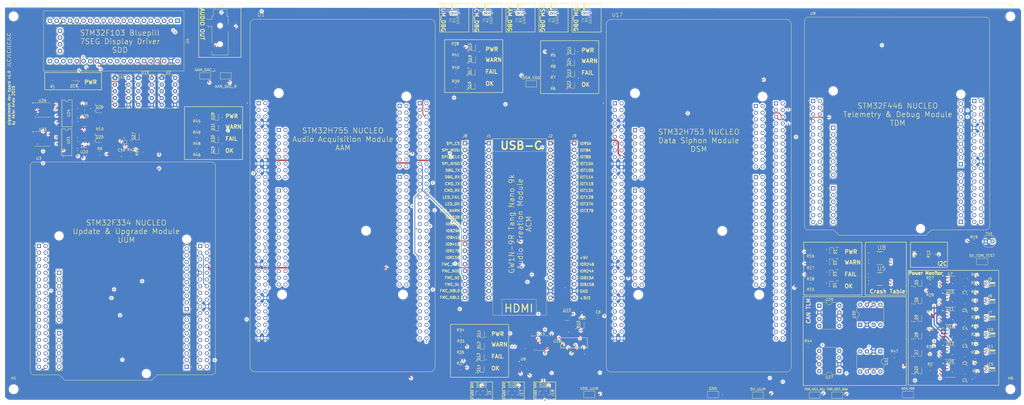
<source format=kicad_pcb>
(kicad_pcb (version 20241229) (generator "pcbnew") (generator_version "9.0")
  (layers (0 "F.Cu" signal) (4 "In1.Cu" signal) (6 "In2.Cu" signal) (2 "B.Cu" signal) (13 "F.Paste" user) (15 "B.Paste" user) (5 "F.SilkS" user "F.Silkscreen") (7 "B.SilkS" user "B.Silkscreen") (1 "F.Mask" user) (3 "B.Mask" user) (25 "Edge.Cuts" user))
  (net 0 "")
  (net 2 "Net-(U22-VOUT)")
  (net 15 "Net-(U25-VOUT)")
  (net 16 "AAM_CMD_TX")
  (net 17 "3V3_UUM")
  (net 18 "Net-(D19-A)")
  (net 37 "AAM_CMD_RX")
  (net 45 "Net-(D20-A)")
  (net 50 "Net-(D21-A)")
  (net 57 "Net-(D22-A)")
  (net 58 "GND")
  (net 59 "AAM_FMC_NBL0")
  (net 60 "unconnected-(J1-Pin_14-Pad14)")
  (net 61 "Net-(D23-A)")
  (net 62 "AAM_FMC_NE")
  (net 63 "unconnected-(J1-Pin_15-Pad15)")
  (net 64 "Net-(U14-VCC)")
  (net 65 "Net-(D10-A)")
  (net 66 "Net-(D11-A)")
  (net 67 "Net-(D12-A)")
  (net 68 "Net-(D13-A)")
  (net 69 "Net-(D14-A)")
  (net 70 "Net-(D15-A)")
  (net 71 "Net-(D16-A)")
  (net 72 "Net-(D17-A)")
  (net 73 "Net-(D18-A)")
  (net 74 "ACM_LED_WARN")
  (net 75 "ACM_DBG_TX")
  (net 76 "UUM_SPI2_CS")
  (net 77 "ACM_DBG_RX")
  (net 78 "Net-(D24-A)")
  (net 79 "ACM_SPI_SCLK")
  (net 80 "ACM_SPI_CS")
  (net 81 "ACM_LED_FAIL")
  (net 82 "AAM_FMC_NL")
  (net 83 "AAM_FMC_NBL1")
  (net 84 "unconnected-(J1-Pin_17-Pad17)")
  (net 85 "unconnected-(J1-Pin_16-Pad16)")
  (net 86 "unconnected-(J2-Pin_22-Pad22)")
  (net 87 "AAM_FMC_D11")
  (net 88 "ACM_SPI_MISO")
  (net 89 "ACM_SPI_MOSI")
  (net 90 "ACM_LED_OK")
  (net 91 "AAM_FMC_NOE")
  (net 93 "ACM_FMC_D15")
  (net 94 "unconnected-(J2-Pin_21-Pad21)")
  (net 95 "AAM_FMC_D0")
  (net 96 "AAM_FMC_D10")
  (net 97 "ACM_FMC_D14")
  (net 98 "unconnected-(J2-Pin_20-Pad20)")
  (net 99 "unconnected-(J2-Pin_19-Pad19)")
  (net 100 "AAM_FMC_D9")
  (net 106 "Net-(D25-A)")
  (net 112 "Net-(D26-A)")
  (net 119 "Net-(D1-A)")
  (net 120 "5V_TDM")
  (net 121 "AAM_FMC_NWE")
  (net 122 "AAM_FMC_D7")
  (net 123 "AAM_FMC_D3")
  (net 125 "Net-(D2-A)")
  (net 126 "Net-(D3-A)")
  (net 127 "Net-(D4-A)")
  (net 128 "AAM_FMC_D13")
  (net 129 "AAM_FMC_D8")
  (net 130 "AAM_FMC_D12")
  (net 152 "Net-(U9B-PC7)")
  (net 154 "3V3_ACM")
  (net 155 "AAM_FMC_D4")
  (net 156 "AAM_FMC_D6")
  (net 158 "AAM_FMC_D1")
  (net 159 "5V_ACM")
  (net 160 "AAM_FMC_D2")
  (net 162 "AAM_FMC_D5")
  (net 169 "Net-(D27-A)")
  (net 170 "TDM_I2C1_SCL")
  (net 175 "Net-(J15-Pin_1)")
  (net 179 "DSM_VDD")
  (net 185 "TDM_I2C1_SDA")
  (net 187 "DSM_I2C1_SDA")
  (net 188 "DSM_I2C1_SCL")
  (net 192 "TDM_VDD")
  (net 194 "TDM_DBG_RX")
  (net 195 "TDM_DBG_TX")
  (net 196 "Net-(J5-Pin_1)")
  (net 197 "Net-(J6-Pin_1)")
  (net 198 "Net-(J7-Pin_1)")
  (net 199 "Net-(J10-Pin_1)")
  (net 200 "Net-(J11-Pin_1)")
  (net 201 "Net-(D5-A)")
  (net 202 "AAM_DBG_TX")
  (net 203 "AAM_DBG_RX")
  (net 204 "DSM_DBG_TX")
  (net 205 "DSM_DBG_RX")
  (net 206 "VDD_ACM")
  (net 207 "Net-(D6-A)")
  (net 208 "Net-(D7-A)")
  (net 209 "Net-(D8-A)")
  (net 210 "Net-(D9-A)")
  (net 211 "VDD_AAM")
  (net 212 "VDD_UUM")
  (net 213 "VDD_DSM")
  (net 214 "5V_DSM")
  (net 215 "5V_UUM")
  (net 216 "5V_AAM")
  (net 217 "TDM_LED_OK")
  (net 218 "TDM_LED_WARN")
  (net 219 "TDM_LED_FAIL")
  (net 220 "ACM_VDD")
  (net 225 "Net-(U1B-GND_CN12-PadCN12_20)")
  (net 230 "VDD_7SDD")
  (net 267 "Net-(U14-~{CS})")
  (net 268 "Net-(U14-DI{slash}IO_{0})")
  (net 269 "Net-(U14-DO{slash}IO_{1})")
  (net 270 "Net-(U14-CLK)")
  (net 275 "AAM_VDD")
  (net 276 "AAM_LED_OK")
  (net 277 "AAM_LED_WARN")
  (net 278 "AAM_LED_FAIL")
  (net 288 "Net-(U1F-GND_CN10-PadCN10_17)")
  (net 321 "Net-(U1C-GND_CN8-PadCN8_11)")
  (net 349 "Net-(U1D-GND_CN9-PadCN9_12)")
  (net 372 "DSM_LED_OK")
  (net 374 "DSM_LED_WARN")
  (net 383 "Net-(U17B-GND_CN12-PadCN12_20)")
  (net 387 "DSM_LED_FAIL")
  (net 397 "Net-(U17F-GND_CN10-PadCN10_17)")
  (net 421 "Net-(U28B-VCC)")
  (net 422 "Net-(U17D-GND_CN9-PadCN9_12)")
  (net 438 "Net-(U17C-GND_CN8-PadCN8_11)")
  (net 485 "UUM_SPI_SEL")
  (net 489 "/CAN+")
  (net 564 "/CAN-")
  (net 577 "AAM_DAC_R")
  (net 583 "AAM_FMC_CLK")
  (net 584 "AAM_I2C1_SCL")
  (net 585 "AAM_I2C1_SDA")
  (net 597 "Net-(U2-B)")
  (net 598 "Net-(U2-DP)")
  (net 599 "Net-(U2-D)")
  (net 600 "Net-(U2-E)")
  (net 601 "Net-(U2-G)")
  (net 602 "Net-(U2-C)")
  (net 603 "Net-(U2-F)")
  (net 604 "Net-(U2-A)")
  (net 605 "Net-(U19-G)")
  (net 606 "Net-(U18-F)")
  (net 607 "Net-(U19-C)")
  (net 608 "Net-(U19-F)")
  (net 609 "Net-(U19-A)")
  (net 610 "Net-(U19-D)")
  (net 611 "Net-(U18-D)")
  (net 612 "Net-(U18-B)")
  (net 613 "Net-(U18-G)")
  (net 614 "Net-(U18-C)")
  (net 615 "Net-(U19-DP)")
  (net 616 "5V_7SDD")
  (net 617 "Net-(U18-DP)")
  (net 618 "Net-(U19-E)")
  (net 619 "Net-(U18-A)")
  (net 620 "Net-(U19-B)")
  (net 621 "Net-(U18-E)")
  (net 622 "AAM_INTRPT_TX")
  (net 623 "AAM_DAC_L")
  (net 624 "AAM_INTRPT_RX")
  (net 627 "Net-(U3A-GND_S1-PadCN7_19)")
  (net 646 "UUM_SPI1_SCK")
  (net 647 "UUM_DBG_TX")
  (net 651 "UUM_SPI1_MISO")
  (net 659 "UUM_DBG_RX")
  (net 665 "UUM_SPI1_MOSI")
  (net 681 "UUM_CAN_RD")
  (net 684 "Net-(U3C-GND-PadCN6_6)")
  (net 686 "UUM_CAN_TD")
  (net 688 "UUM_SPI1_CS")
  (net 689 "7SDD_CMD_RX")
  (net 690 "7SDD_CMD_TX")
  (net 691 "UUM_SPI1_MISO_A")
  (net 693 "UUM_SPI1_SCLK")
  (net 695 "Net-(U21-1Y)")
  (net 696 "Net-(U21-3Y)")
  (net 697 "Net-(U21-2Y)")
  (net 698 "Net-(U21-4Y)")
  (net 702 "Net-(U24-1Y)")
  (net 703 "Net-(U24-3Y)")
  (net 707 "Net-(U24-2Y)")
  (net 709 "Net-(U24-4Y)")
  (net 710 "UUM_SPI1_MISO_B")
  (net 714 "AAM_CAN_TD")
  (net 717 "AAM_CAN_RD")
  (net 718 "DSM_CAN_TD")
  (net 719 "DSM_CAN_RD")
  (net 724 "VDD_TDM")
  (net 725 "TDM_CAN_TD")
  (net 726 "TDM_CAN_RD")
  (net 727 "unconnected-(J1-Pin_13-Pad13)")
  (net 728 "unconnected-(J1-Pin_12-Pad12)")
  (net 729 "Net-(D28-A)")
  (net 730 "Net-(D29-A)")
  (net 731 "Net-(D30-A)")
  (net 732 "Net-(D31-A)")
  (net 733 "UUM_VDD")
  (net 734 "UUM_LED_OK")
  (net 735 "UUM_LED_WARN")
  (net 736 "UUM_LED_FAIL")
  (footprint "MountingHole:MountingHole_3.2mm_M3" (layer "F.Cu") (at 566 55)
    (property "Reference" "H5")
    (property "Value" "MountingHole")
  )
  (footprint "LED_SMD:LED_0603_1608Metric" (layer "F.Cu") (at 366.31 179.3467 90)
    (property "Reference" "D12")
    (property "Value" "LED_OK")
  )
  (footprint "Connector_PinHeader_1.00mm:PinHeader_1x02_P1.00mm_Horizontal" (layer "F.Cu") (at 556.825 188)
    (property "Reference" "J15")
    (property "Value" "INA219_CONFIG")
  )
  (footprint "Display_7Segment:HDSP-A151" (layer "F.Cu") (at 227.35 78.25)
    (property "Reference" "U18")
    (property "Value" "HDSP-7503")
  )
  (footprint "Resistor_SMD:R_0805_2012Metric_Pad1.20x1.40mm_HandSolder" (layer "F.Cu") (at 258.25 101.5 180)
    (property "Reference" "R48")
    (property "Value" "300")
  )
  (footprint "LED_SMD:LED_0603_1608Metric" (layer "F.Cu") (at 265.75 105.5 90)
    (property "Reference" "D29")
    (property "Value" "LED_OK")
  )
  (footprint "LED_SMD:LED_0603_1608Metric" (layer "F.Cu") (at 363 71 90)
    (property "Reference" "D18")
    (property "Value" "LED_WARN")
  )
  (footprint "Resistor_SMD:R_0805_2012Metric_Pad1.20x1.40mm_HandSolder" (layer "F.Cu") (at 552.58 190.8)
    (property "Reference" "R3")
    (property "Value" "10k")
  )
  (footprint "TestPoint:TestPoint_Keystone_5019_Miniature" (layer "F.Cu") (at 453.5 198)
    (property "Reference" "GND")
    (property "Value" "TestPoint_Keystone_5019_Miniature")
  )
  (footprint "Resistor_SMD:R_0805_2012Metric_Pad1.20x1.40mm_HandSolder" (layer "F.Cu") (at 233.3675 107.1175)
    (property "Reference" "R42")
    (property "Value" "100")
  )
  (footprint "Capacitor_SMD:C_0805_2012Metric" (layer "F.Cu") (at 216.0125 101.7175 180)
    (property "Reference" "C8")
    (property "Value" "10uf")
  )
  (footprint "LED_SMD:LED_0603_1608Metric" (layer "F.Cu") (at 531.756 155.555 90)
    (property "Reference" "D5")
    (property "Value" "LED_PWR")
  )
  (footprint "Resistor_SMD:R_0805_2012Metric_Pad1.20x1.40mm_HandSolder" (layer "F.Cu") (at 536.66 144.9 90)
    (property "Reference" "R12")
    (property "Value" "4.7k")
  )
  (footprint "Package_DIP:DIP-8_W7.62mm" (layer "F.Cu") (at 501.3 189.12 180)
    (property "Reference" "U27")
    (property "Value" "MCP2551-I-P")
  )
  (footprint "LED_SMD:LED_0603_1608Metric" (layer "F.Cu") (at 265.75 101.25 90)
    (property "Reference" "D30")
    (property "Value" "LED_FAIL")
  )
  (footprint "Capacitor_SMD:C_0805_2012Metric" (layer "F.Cu") (at 548.7327 178.0049 180)
    (property "Reference" "C3")
    (property "Value" "0.1uf")
  )
  (footprint "LED_SMD:LED_0603_1608Metric" (layer "F.Cu") (at 498.3 148.2 -90)
    (property "Reference" "D2")
    (property "Value" "LED_FAIL")
  )
  (footprint "LED_SMD:LED_0603_1608Metric" (layer "F.Cu") (at 400.4 72.1 90)
    (property "Reference" "D24")
    (property "Value" "LED_WARN")
  )
  (footprint "Resistor_SMD:R_0805_2012Metric_Pad1.20x1.40mm_HandSolder" (layer "F.Cu") (at 490.4 148.5 180)
    (property "Reference" "R17")
    (property "Value" "300")
  )
  (footprint "Resistor_SMD:R_0805_2012Metric_Pad1.20x1.40mm_HandSolder" (layer "F.Cu") (at 393 80.7 180)
    (property "Reference" "R6")
    (property "Value" "300")
  )
  (footprint "MountingHole:MountingHole_3.2mm_M3" (layer "F.Cu") (at 189 55)
    (property "Reference" "H2")
    (property "Value" "MountingHole")
  )
  (footprint "Resistor_SMD:R_0805_2012Metric_Pad1.20x1.40mm_HandSolder" (layer "F.Cu") (at 490.4 144 180)
    (property "Reference" "R16")
    (property "Value" "300")
  )
  (footprint "LED_SMD:LED_0603_1608Metric" (layer "F.Cu") (at 221.5675 101.9725)
    (property "Reference" "D25")
    (property "Value" "LED_PWR")
  )
  (footprint "Display_7Segment:HDSP-A151" (layer "F.Cu") (at 236.17 78.25)
    (property "Reference" "U19")
    (property "Value" "HDSP-7503")
  )
  (footprint "LED_SMD:LED_0603_1608Metric" (layer "F.Cu") (at 400.5 76.4 90)
    (property "Reference" "D23")
    (property "Value" "LED_FAIL")
  )
  (footprint "Connector_PinHeader_1.00mm:PinHeader_1x03_P1.00mm_Horizontal" (layer "F.Cu") (at 404.7 53.8 90)
    (property "Reference" "J4")
    (property "Value" "TDM_DBG")
  )
  (footprint "LED_SMD:LED_0603_1608Metric" (layer "F.Cu") (at 400.4 80.7 90)
    (property "Reference" "D22")
    (property "Value" "LED_OK")
  )
  (footprint "Resistor_SMD:R_0805_2012Metric_Pad1.20x1.40mm_HandSolder" (layer "F.Cu") (at 356.2 81.2)
    (property "Reference" "R39")
    (property "Value" "300")
  )
  (footprint "Connector_PinHeader_1.00mm:PinHeader_1x04_P1.00mm_Vertical_SMD_Pin1Left" (layer "F.Cu") (at 365.95 197.425 -90)
    (property "Reference" "J3")
    (property "Value" "LCD_display")
  )
  (footprint "Resistor_SMD:R_0805_2012Metric_Pad1.20x1.40mm_HandSolder" (layer "F.Cu") (at 358.01 183.68)
    (property "Reference" "R36")
    (property "Value" "300")
  )
  (footprint "Resistor_SMD:R_0805_2012Metric_Pad1.20x1.40mm_HandSolder" (layer "F.Cu") (at 489.5 179.4)
    (property "Reference" "R44")
    (property "Value" "120")
  )
  (footprint "Resistor_SMD:R_0805_2012Metric_Pad1.20x1.40mm_HandSolder" (layer "F.Cu") (at 552.58 160.855)
    (property "Reference" "R20")
    (property "Value" "10k")
  )
  (footprint "NUCLEO-H753ZI:MODULE_NUCLEO-H753ZI" (layer "F.Cu") (at 313.41 122.74)
    (property "Reference" "U1")
    (property "Value" "NUCLEO-H753ZI")
  )
  (footprint "Resistor_SMD:R_0805_2012Metric_Pad1.20x1.40mm_HandSolder" (layer "F.Cu") (at 552.58 167.355)
    (property "Reference" "R22")
    (property "Value" "10k")
  )
  (footprint "Resistor_SMD:R_0805_2012Metric_Pad1.20x1.40mm_HandSolder" (layer "F.Cu") (at 535.6 188.2)
    (property "Reference" "R2")
    (property "Value" "300")
  )
  (footprint "Package_LGA:Bosch_LGA-8_2.5x2.5mm_P0.65mm_ClockwisePinNumbering" (layer "F.Cu") (at 381.775 187.025)
    (property "Reference" "U6")
    (property "Value" "BME280")
  )
  (footprint "LED_SMD:LED_0603_1608Metric" (layer "F.Cu") (at 400.5 67.8 90)
    (property "Reference" "D21")
    (property "Value" "LED_PWR")
  )
  (footprint "Capacitor_SMD:C_0805_2012Metric" (layer "F.Cu") (at 548.7327 190.995 180)
    (property "Reference" "C1")
    (property "Value" "0.1uf")
  )
  (footprint "Capacitor_SMD:C_0805_2012Metric" (layer "F.Cu") (at 548.7327 164.5049 180)
    (property "Reference" "C5")
    (property "Value" "0.1uf")
  )
  (footprint "Connector_PinSocket_2.54mm:PinSocket_1x24_P2.54mm_Vertical" (layer "F.Cu") (at 401.01 102.94)
    (property "Reference" "J9")
    (property "Value" "FPGA I/O")
  )
  (footprint "LED_SMD:LED_0603_1608Metric" (layer "F.Cu") (at 265.75 92.75 90)
    (property "Reference" "D28")
    (property "Value" "LED_PWR")
  )
  (footprint "Resistor_SMD:R_0805_2012Metric_Pad1.20x1.40mm_HandSolder" (layer "F.Cu") (at 221.5625 95.9725 180)
    (property "Reference" "R10")
    (property "Value" "300")
  )
  (footprint "Capacitor_SMD:C_0805_2012Metric" (layer "F.Cu") (at 410.065 168.48)
    (property "Reference" "C6")
    (property "Value" "10uf")
  )
  (footprint "Capacitor_SMD:C_0805_2012Metric" (layer "F.Cu") (at 548.7327 184.5078 180)
    (property "Reference" "C2")
    (property "Value" "0.1uf")
  )
  (footprint "LED_SMD:LED_0603_1608Metric" (layer "F.Cu") (at 235.7675 100.2175 90)
    (property "Reference" "D27")
    (property "Value" "LED_PWR")
  )
  (footprint "Package_SO:SOIC-8_3.9x4.9mm_P1.27mm" (layer "F.Cu") (at 543.1225 162.3837)
    (property "Reference" "U10")
    (property "Value" "INA219AxD")
  )
  (footprint "Resistor_SMD:R_0805_2012Metric_Pad1.20x1.40mm_HandSolder" (layer "F.Cu") (at 258.25 105.75 180)
    (property "Reference" "R46")
    (property "Value" "300")
  )
  (footprint "LED_SMD:LED_0603_1608Metric" (layer "F.Cu") (at 531.756 168.773 90)
    (property "Reference" "D9")
    (property "Value" "LED_PWR")
  )
  (footprint "OptoDevice:R_LDR_4.9x4.2mm_P2.54mm_Vertical" (layer "F.Cu") (at 556.66 140.1)
    (property "Reference" "TH1")
    (property "Value" "10k")
  )
  (footprint "Package_SO:SOIC-8_3.9x4.9mm_P1.27mm" (layer "F.Cu") (at 543.14 182.12)
    (property "Reference" "U13")
    (property "Value" "INA219AxD")
  )
  (footprint "Display_7Segment:HDSP-A151" (layer "F.Cu") (at 245 78.25)
    (property "Reference" "U2")
    (property "Value" "HDSP-7503")
  )
  (footprint "Resistor_SMD:R_0805_2012Metric_Pad1.20x1.40mm_HandSolder" (layer "F.Cu") (at 356.2 71.2)
    (property "Reference" "R41")
    (property "Value" "300")
  )
  (footprint "Resistor_SMD:R_0805_2012Metric_Pad1.20x1.40mm_HandSolder" (layer "F.Cu") (at 356 67)
    (property "Reference" "R38")
    (property "Value" "300")
  )
  (footprint "LED_SMD:LED_0603_1608Metric" (layer "F.Cu") (at 498.3 156.7 -90)
    (property "Reference" "D4")
    (property "Value" "LED_PWR")
  )
  (footprint "Package_TO_SOT_SMD:SOT-23-5" (layer "F.Cu") (at 216 106.2225)
    (property "Reference" "U22")
    (property "Value" "AP2112K-3.3")
  )
  (footprint "Resistor_SMD:R_0805_2012Metric_Pad1.20x1.40mm_HandSolder" (layer "F.Cu") (at 535.6 181.605)
    (property "Reference" "R30")
    (property "Value" "300")
  )
  (footprint "Resistor_SMD:R_0805_2012Metric_Pad1.20x1.40mm_HandSolder" (layer "F.Cu") (at 552.58 157.469)
    (property "Reference" "R14")
    (property "Value" "10k")
  )
  (footprint "Package_TO_SOT_SMD:SOT-23-5" (layer "F.Cu") (at 398.3475 168.43)
    (property "Reference" "U15")
    (property "Value" "AP2112K-3.3")
  )
  (footprint "Connector_PinSocket_2.54mm:PinSocket_1x24_P2.54mm_Vertical" (layer "F.Cu") (at 368.7 102.98)
    (property "Reference" "J1")
    (property "Value" "FPGA I/O")
  )
  (footprint "Capacitor_SMD:C_0805_2012Metric" (layer "F.Cu") (at 216.0125 89.7175)
    (property "Reference" "C9")
    (property "Value" "10uf")
  )
  (footprint "Package_SO:SOIC-8_3.9x4.9mm_P1.27mm" (layer "F.Cu") (at 543.105 168.9625)
    (property "Reference" "U11")
    (property "Value" "INA219AxD")
  )
  (footprint "Resistor_SMD:R_0805_2012Metric_Pad1.20x1.40mm_HandSolder" (layer "F.Cu") (at 490.4 152.64 180)
    (property "Reference" "R18")
    (property "Value" "300")
  )
  (footprint "Resistor_SMD:R_0805_2012Metric_Pad1.20x1.40mm_HandSolder" (layer "F.Cu") (at 356.2 76)
    (property "Reference" "R40")
    (property "Value" "300")
  )
  (footprint "Resistor_SMD:R_0805_2012Metric_Pad1.20x1.40mm_HandSolder" (layer "F.Cu") (at 393 76.5 180)
    (property "Reference" "R7")
    (property "Value" "300")
  )
  (footprint "LED_SMD:LED_0603_1608Metric" (layer "F.Cu") (at 362.8 81 90)
    (property "Reference" "D16")
    (property "Value" "LED_OK")
  )
  (footprint "Connector_PinSocket_2.54mm:PinSocket_1x24_P2.54mm_Vertical" (layer "F.Cu") (at 359.7 102.98)
    (property "Reference" "J8")
    (property "Value" "FPGA I/O")
  )
  (footprint "LED_SMD:LED_0603_1608Metric" (layer "F.Cu") (at 531.756 162.164 90)
    (property "Reference" "D6")
    (property "Value" "LED_PWR")
  )
  (footprint "Resistor_SMD:R_0805_2012Metric_Pad1.20x1.40mm_HandSolder" (layer "F.Cu") (at 358.11 179.48)
    (property "Reference" "R35")
    (property "Value" "300")
  )
  (footprint "Resistor_SMD:R_0805_2012Metric_Pad1.20x1.40mm_HandSolder" (layer "F.Cu") (at 552.58 163.805)
    (property "Reference" "R21")
    (property "Value" "10k")
  )
  (footprint "TestPoint:TestPoint_Keystone_5019_Miniature" (layer "F.Cu") (at 470.5 198.25)
    (property "Reference" "5V_UUM")
    (property "Value" "TestPoint_Keystone_5019_Miniature")
  )
  (footprint "Connector_PinHeader_1.00mm:PinHeader_1x04_P1.00mm_Vertical_SMD_Pin1Left" (layer "F.Cu") (at 389.8 197.425 -90)
    (property "Reference" "J18")
    (property "Value" "LCD_display")
  )
  (footprint "Resistor_SMD:R_0805_2012Metric_Pad1.20x1.40mm_HandSolder" (layer "F.Cu") (at 490.4 156.64 180)
    (property "Reference" "R15")
    (property "Value" "300")
  )
  (footprint "LED_SMD:LED_0603_1608Metric" (layer "F.Cu") (at 211.8 80 180)
    (property "Reference" "D19")
    (property "Value" "LED_PWR")
  )
  (footprint "Package_SO:SOIC-8_5.3x5.3mm_P1.27mm" (layer "F.Cu") (at 388.51 178.58)
    (property "Reference" "U14")
    (property "Value" "W25Q128JVS")
  )
  (footprint "LED_SMD:LED_0603_1608Metric" (layer "F.Cu") (at 404.01 171.48 90)
    (property "Reference" "D10")
    (property "Value" "LED_PWR")
  )
  (footprint "LED_SMD:LED_0603_1608Metric" (layer "F.Cu") (at 265.75 96.75 90)
    (property "Reference" "D31")
    (property "Value" "LED_WARN")
  )
  (footprint "TestPoint:TestPoint_Keystone_5019_Miniature" (layer "F.Cu") (at 406.75 198)
    (property "Reference" "VDD_UUM")
    (property "Value" "TestPoint_Keystone_5019_Miniature")
  )
  (footprint "Resistor_SMD:R_0805_2012Metric_Pad1.20x1.40mm_HandSolder" (layer "F.Cu") (at 393 72.3 180)
    (property "Reference" "R8")
    (property "Value" "300")
  )
  (footprint "LED_SMD:LED_0603_1608Metric" (layer "F.Cu") (at 498.3 152.4451 -90)
    (property "Reference" "D3")
    (property "Value" "LED_WARN")
  )
  (footprint "Resistor_SMD:R_0805_2012Metric_Pad1.20x1.40mm_HandSolder" (layer "F.Cu") (at 535.6 168.43)
    (property "Reference" "R32")
    (property "Value" "300")
  )
  (footprint "Package_DIP:DIP-8_W7.62mm" (layer "F.Cu") (at 493.69 164.42)
    (property "Reference" "U29")
    (property "Value" "MCP2551-I-P")
  )
  (footprint "TestPoint:TestPoint_Keystone_5019_Miniature" (layer "F.Cu") (at 492 198.25)
    (property "Reference" "TDM_I2C1_SCL")
    (property "Value" "TestPoint_Keystone_5019_Miniature")
  )
  (footprint "Resistor_SMD:R_0805_2012Metric_Pad1.20x1.40mm_HandSolder" (layer "F.Cu") (at 358.01 187.88)
    (property "Reference" "R37")
    (property "Value" "300")
  )
  (footprint "TestPoint:TestPoint_Keystone_5019_Miniature" (layer "F.Cu") (at 527.25 198)
    (property "Reference" "ACM_VDD")
    (property "Value" "TestPoint_Keystone_5019_Miniature")
  )
  (footprint "Connector_PinSocket_2.54mm:PinSocket_1x24_P2.54mm_Vertical" (layer "F.Cu") (at 392.01 102.98)
    (property "Reference" "J2")
    (property "Value" "FPGA I/O")
  )
  (footprint "NUCLEO-F446RE:MODULE_NUCLEO-F446RE" (layer "F.Cu") (at 523.11 96.51)
    (property "Reference" "U9")
    (property "Value" "NUCLEO-F446RE")
  )
  (footprint "Resistor_SMD:R_0805_2012Metric_Pad1.20x1.40mm_HandSolder" (layer "F.Cu") (at 535.6 174.8675)
    (property "Reference" "R31")
    (property "Value" "300")
  )
  (footprint "Connector_PinHeader_1.00mm:PinHeader_1x03_P1.00mm_Horizontal" (layer "F.Cu") (at 367.3 53.8 90)
    (property "Reference" "J14")
    (property "Value" "ACM_DBG")
  )
  (footprint "Capacitor_SMD:C_0805_2012Metric" (layer "F.Cu") (at 548.7 157.8 180)
    (property "Reference" "C7")
    (property "Value" "0.1uf")
  )
  (footprint "Resistor_SMD:R_0805_2012Metric_Pad1.20x1.40mm_HandSolder" (layer "F.Cu") (at 393 68.1 180)
    (property "Reference" "R5")
    (property "Value" "300")
  )
  (footprint "LED_SMD:LED_0603_1608Metric" (layer "F.Cu") (at 531.756 181.991 90)
    (property "Reference" "D7")
    (property "Value" "LED_PWR")
  )
  (footprint "LED_SMD:LED_0603_1608Metric" (layer "F.Cu") (at 366.21 188.08 90)
    (property "Reference" "D14")
    (property "Value" "LED_WARN")
  )
  (footprint "Resistor_SMD:R_0805_2012Metric_Pad1.20x1.40mm_HandSolder" (layer "F.Cu") (at 258.25 93 180)
    (property "Reference" "R45")
    (property "Value" "300")
  )
  (footprint "Connector_PinHeader_1.00mm:PinHeader_1x02_P1.00mm_Horizontal" (layer "F.Cu") (at 556.825 181.305)
    (property "Reference" "J11")
    (property "Value" "INA219_CONFIG")
  )
  (footprint "Connector_PinHeader_1.00mm:PinHeader_1x03_P1.00mm_Horizontal" (layer "F.Cu") (at 392.25 53.875 90)
    (property "Reference" "J16")
    (property "Value" "DSM_DBG")
  )
  (footprint "Connector_PinHeader_1.00mm:PinHeader_1x02_P1.00mm_Horizontal" (layer "F.Cu") (at 556.825 162.18)
    (property "Reference" "J6")
    (property "Value" "INA219_CONFIG")
  )
  (footprint "Resistor_SMD:R_0805_2012Metric_Pad1.20x1.40mm_HandSolder" (layer "F.Cu") (at 221.5625 106.7175)
    (property "Reference" "R9")
    (property "Value" "300")
  )
  (footprint "LED_SMD:LED_0603_1608Metric" (layer "F.Cu") (at 366.21 183.7133 90)
    (property "Reference" "D13")
    (property "Value" "LED_FAIL")
  )
  (footprint "LED_SMD:LED_0603_1608Metric" (layer "F.Cu") (at 363 66.5 90)
    (property "Reference" "D15")
    (property "Value" "LED_PWR")
  )
  (footprint "MountingHole:MountingHole_3.2mm_M3" (layer "F.Cu") (at 566 196)
    (property "Reference" "H6")
    (property "Value" "MountingHole")
  )
  (footprint "Resistor_SMD:R_0805_2012Metric_Pad1.20x1.40mm_HandSolder" (layer "F.Cu") (at 203.75 80 180)
    (property "Reference" "R1")
    (property "Value" "300")
  )
  (footprint "Connector_PinHeader_1.00mm:PinHeader_1x02_P1.00mm_Horizontal" (layer "F.Cu") (at 556.825 174.93)
    (property "Reference" "J10")
    (property "Value" "INA219_CONFIG")
  )
  (footprint "Resistor_SMD:R_0805_2012Metric_Pad1.20x1.40mm_HandSolder" (layer "F.Cu") (at 535.6 161.9925)
    (property "Reference" "R29")
    (property "Value" "300")
  )
  (footprint "Resistor_SMD:R_0805_2012Metric_Pad1.20x1.40mm_HandSolder" (layer "F.Cu") (at 552.58 170.455)
    (property "Reference" "R24")
    (property "Value" "10k")
  )
  (footprint "TestPoint:TestPoint_Keystone_5019_Miniature" (layer "F.Cu") (at 261.5 77.5)
    (property "Reference" "AAM_DAC_L")
    (property "Value" "TestPoint_Keystone_5019_Miniature")
  )
  (footprint "Footprints:YAAJ_WeAct_BlackPill_SWD_2" (layer "F.Cu") (at 251 56.66 -90)
    (property "Reference" "U4")
    (property "Value" "YAAJ_BluePill_Part_Like" (hide yes))
  )
  (footprint "Connector_PinHeader_1.00mm:PinHeader_1x03_P1.00mm_Horizontal" (layer "F.Cu") (at 379.7 53.8 90)
    (property "Reference" "J12")
    (property "Value" "AAM_DBG")
  )
  (footprint "NUCLEO-F303RE:ST_NUCLEO-F303RE" (layer "F.Cu") (at 230.33 151.32)
    (property "Reference" "U3")
    (property "Value" "NUCLEO-F303RE")
  )
  (footprint "74HC4050D:SO16" (layer "F.Cu") (at 400.915 178.48)
    (property "Reference" "U16")
    (property "Value" "74HC4050D")
  )
  (footprint "Connector_PinHeader_1.00mm:PinHeader_1x03_P1.00mm_Horizontal" (layer "F.Cu") (at 354.75 53.8 90)
    (property "Reference" "J13")
    (property "Value" "UUM_DBG")
  )
  (footprint "TestPoint:TestPoint_Keystone_5019_Miniature" (layer "F.Cu") (at 269.25 77.5)
    (property "Reference" "AAM_DAC_R")
    (property "Value" "TestPoint_Keystone_5019_Miniature")
  )
  (footprint "Package_DIP:DIP-8_W7.62mm" (layer "F.Cu") (at 516.8 181.7 -90)
    (property "Reference" "U31")
    (property "Value" "MCP2551-I-P")
  )
  (footprint "Package_SO:SOIC-8_3.9x4.9mm_P1.27mm" (layer "F.Cu") (at 543.1575 175.5412)
    (property "Reference" "U12")
    (property "Value" "INA219AxD")
  )
  (footprint "TestPoint:TestPoint_Keystone_5019_Miniature" (layer "F.Cu") (at 555.25 147.75)
    (property "Reference" "5V_TDM_TEST")
    (property "Value" "TestPoint_Keystone_5019_Miniature")
  )
  (footprint "TestPoint:TestPoint_Keystone_5019_Miniature" (layer "F.Cu") (at 384.75 80.5)
    (property "Reference" "DSM_VDD")
    (property "Value" "TestPoint_Keystone_5019_Miniature")
  )
  (footprint "NUCLEO-H753ZI:MODULE_NUCLEO-H753ZI" (layer "F.Cu") (at 448.13 122.81)
    (property "Reference" "U17")
    (property "Value" "NUCLEO-H753ZI")
  )
  (footprint "LED_SMD:LED_0603_1608Metric" (layer "F.Cu") (at 362.8 75.7 90)
    (property "Reference" "D17")
    (property "Value" "LED_FAIL")
  )
  (footprint "LED_SMD:LED_0603_1608Metric" (layer "F.Cu") (at 531.756 175.382 90)
    (property "Reference" "D8")
    (property "Value" "LED_PWR")
  )
  (footprint "Capacitor_SMD:C_0805_2012Metric" (layer "F.Cu") (at 548.7327 171.2549 180)
    (property "Reference" "C4")
    (property "Value" "0.1uf")
  )
  (footprint "LED_SMD:LED_0603_1608Metric" (layer "F.Cu") (at 366.31 174.98 90)
    (property "Reference" "D11")
    (property "Value" "LED_PWR")
  )
  (footprint "LED_SMD:LED_0603_1608Metric" (layer "F.Cu") (at 498.4 144 -90)
    (property "Reference" "D1")
    (property "Value" "LED_OK")
  )
  (footprint "24LC256-I_SN:SOIC127P600X175-8N" (layer "F.Cu") (at 516.6 154.305)
    (property "Reference" "U5")
    (property "Value" "24LC256-I_SN")
  )
  (footprint "Resistor_SMD:R_0805_2012Metric_Pad1.20x1.40mm_HandSolder" (layer "F.Cu") (at 552.6 180.5)
    (property "Reference" "R26")
    (property "Value" "10k")
  )
  (footprint "Resistor_SMD:R_0805_2012Metric_Pad1.20x1.40mm_HandSolder" (layer "F.Cu") (at 237.3675 106.3175 90)
    (property "Reference" "R43")
    (property "Value" "300")
  )
  (footprint "74HC4050D:SO16" (layer "F.Cu") (at 209.0675 102.5725 -90)
    (property "Reference" "U21")
    (property "Value" "74HC4050D")
  )
  (footprint "Connector_Audio:Jack_3.5mm_CUI_SJ-3523-SMT_Horizontal" (layer "F.Cu") (at 267.1 61)
    (property "Reference" "J19")
    (property "Value" "AudioJack3")
  )
  (footprint "MountingHole:MountingHole_3.2mm_M3" (layer "F.Cu") (at 189 196)
    (property "Reference" "H1")
    (property "Value" "MountingHole")
  )
  (footprint "Resistor_SMD:R_0805_2012Metric_Pad1.20x1.40mm_HandSolder" (layer "F.Cu") (at 552.58 173.805)
    (property "Reference" "R23")
    (property "Value" "10k")
  )
  (footprint "Resistor_SMD:R_0805_2012Metric_Pad1.20x1.40mm_HandSolder" (layer "F.Cu") (at 552.58 183.755)
    (property "Reference" "R28")
    (property "Value" "10k")
  )
  (footprint "24LC256-I_SN:SOIC127P600X175-8N" (layer "F.Cu") (at 516.6 146.4)
    (property "Reference" "U8")
    (property "Value" "24LC256-I_SN")
  )
  (footprint "Resistor_SMD:R_0805_2012Metric_Pad1.20x1.40mm_HandSolder" (layer "F.Cu") (at 552.58 154.305)
    (property "Reference" "R13")
    (property "Value" "10k")
  )
  (footprint "Package_SO:SOIC-8_3.9x4.9mm_P1.27mm" (layer "F.Cu") (at 543.175 188.905)
    (property "Reference" "U20")
    (property "Value" "INA219AxD")
  )
  (footprint "Resistor_SMD:R_0805_2012Metric_Pad1.20x1.40mm_HandSolder" (layer "F.Cu") (at 552.58 187.5)
    (property "Reference" "R4")
    (property "Value" "10k")
  )
  (footprint "Resistor_SMD:R_0805_2012Metric_Pad1.20x1.40mm_HandSolder" (layer "F.Cu") (at 258.25 97.25 180)
    (property "Reference" "R49")
    (property "Value" "300")
  )
  (footprint "Connector_PinHeader_1.00mm:PinHeader_1x02_P1.00mm_Horizontal" (layer "F.Cu") (at 556.825 155.805)
    (property "Reference" "J5")
    (property "Value" "INA219_CONFIG")
  )
  (footprint "Resistor_SMD:R_0805_2012Metric_Pad1.20x1.40mm_HandSolder" (layer "F.Cu") (at 522.1 183.3)
    (property "Reference" "R47")
    (property "Value" "120")
  )
  (footprint "Resistor_SMD:R_0805_2012Metric_Pad1.20x1.40mm_HandSolder" (layer "F.Cu") (at 535.6 155.555)
    (property "Reference" "R27")
    (property "Value" "300")
  )
  (footprint "Connector_PinHeader_1.00mm:PinHeader_1x04_P1.00mm_Vertical_SMD_Pin1Left" (layer "F.Cu") (at 378.029 197.4234 -90)
    (property "Reference" "J17")
    (property "Value" "LCD_display")
  )
  (footprint "Resistor_SMD:R_0805_2012Metric_Pad1.20x1.40mm_HandSolder" (layer "F.Cu") (at 404.01 167.48 180)
    (property "Reference" "R33")
    (property "Value" "300")
  )
  (footprint "Package_DIP:DIP-8_W7.62mm" (layer "F.Cu") (at 509.18 171.62 90)
    (property "Reference" "U30")
    (property "Value" "MCP2551-I-P")
  )
  (footprint "Capacitor_SMD:C_0805_2012Metric" (layer "F.Cu") (at 229.8225 107.2175)
    (property "Reference" "C10")
    (property "Value" "0.1uf")
  )
  (footprint "TestPoint:TestPoint_Keystone_5019_Miniature" (layer "F.Cu") (at 500.5 198.25)
    (property "Reference" "TDM_I2C1_SDA")
    (property "Value" "TestPoint_Keystone_5019_Miniature")
  )
  (footprint "Resistor_SMD:R_0805_2012Metric_Pad1.20x1.40mm_HandSolder" (layer "F.Cu") (at 552.58 176.955)
    (property "Reference" "R25")
    (property "Value" "10k")
  )
  (footprint "Connector_PinHeader_1.00mm:PinHeader_1x02_P1.00mm_Horizontal" (layer "F.Cu") (at 556.825 168.555)
    (property "Reference" "J7")
    (property "Value" "INA219_CONFIG")
  )
  (footprint "Package_TO_SOT_SMD:SOT-23-5" (layer "F.Cu") (at 216 95.0225)
    (property "Reference" "U25")
    (property "Value" "AP2112K-3.3")
  )
  (footprint "Resistor_SMD:R_0805_2012Metric_Pad1.20x1.40mm_HandSolder" (layer "F.Cu") (at 531.2 144.9 90)
    (property "Reference" "R11")
    (property "Value" "4.7k")
  )
  (footprint "74HC4050D:SO16" (layer "F.Cu") (at 209.1625 91.6725 -90)
    (property "Reference" "U24")
    (property "Value" "74HC4050D")
  )
  (footprint "Resistor_SMD:R_0805_2012Metric_Pad1.20x1.40mm_HandSolder" (layer "F.Cu") (at 552.2 140.1)
    (property "Reference" "R19")
    (property "Value" "10k")
  )
  (footprint "Resistor_SMD:R_0805_2012Metric_Pad1.20x1.40mm_HandSolder" (layer "F.Cu") (at 358.01 175.28)
    (property "Reference" "R34")
    (property "Value" "300")
  )
  (footprint "Package_SO:SOIC-8_5.3x5.3mm_P1.27mm" (layer "F.Cu") (at 199.875 90.4225)
    (property "Reference" "U26")
    (property "Value" "W25Q128JVS")
  )
  (footprint "Package_SO:SOIC-8_3.9x4.9mm_P1.27mm" (layer "F.Cu") (at 543.175 155.805)
    (property "Reference" "U7")
    (property "Value" "INA219AxD")
  )
  (footprint "Package_SO:SOIC-8_5.3x5.3mm_P1.27mm" (layer "F.Cu") (at 199.98 101.3225)
    (property "Reference" "U23")
    (property "Value" "W25Q128JVS")
  )
  (footprint "SN74LVC1G3157:SC70-6" (layer "F.Cu") (at 230.75 102.5)
    (property "Reference" "U28")
    (property "Value" "74LVC1G3157")
  )
  (footprint "LED_SMD:LED_0603_1608Metric" (layer "F.Cu") (at 221.5675 90.6175)
    (property "Reference" "D26")
    (property "Value" "LED_PWR")
  )
  (footprint "LED_SMD:LED_0603_1608Metric" (layer "F.Cu") (at 531.756 188.6 90)
    (property "Reference" "D20")
    (property "Value" "LED_PWR")
  )
  (gr_rect (start 528.2 140.4) (end 542.2 149.9) (stroke (width 0.2)) (fill no) (layer "F.SilkS"))
  (gr_rect (start 354.21 171.48) (end 376.21 191.48) (stroke (width 0.2)) (fill no) (layer "F.SilkS"))
  (gr_rect (start 253.60625 89.1375) (end 275.60625 109.1375) (stroke (width 0.2)) (fill no) (layer "F.SilkS"))
  (gr_line (start 402.9825 124.025) (end 403.3 124.025) (stroke (width 0.1)) (layer "F.SilkS"))
  (gr_rect (start 375.2 50.125) (end 386.2 60.894873) (stroke (width 0.2)) (fill no) (layer "F.SilkS"))
  (gr_rect (start 511.1 140.4) (end 526.6 160.4) (stroke (width 0.2)) (fill no) (layer "F.SilkS"))
  (gr_rect (start 361.85 193.230127) (end 370.15 199.8) (stroke (width 0.2)) (fill no) (layer "F.SilkS"))
  (gr_line (start 402.9825 104.975) (end 403.3 104.975) (stroke (width 0.1)) (layer "F.SilkS"))
  (gr_rect (start 373.85 193.230127) (end 382.15 199.8) (stroke (width 0.2)) (fill no) (layer "F.SilkS"))
  (gr_rect (start 259 51.730127) (end 275 70.5) (stroke (width 0.2)) (fill no) (layer "F.SilkS"))
  (gr_rect (start 370.2 101.305) (end 390.52 167.98) (stroke (width 0.1)) (fill no) (layer "F.SilkS"))
  (gr_rect (start 400.2 50.155127) (end 411.2 60.925) (stroke (width 0.2)) (fill no) (layer "F.SilkS"))
  (gr_rect (start 527.33 151.055) (end 561.58 194.505) (stroke (width 0.2)) (fill no) (layer "F.SilkS"))
  (gr_rect (start 350.15 50.140064) (end 361.15 60.909937) (stroke (width 0.2)) (fill no) (layer "F.SilkS"))
  (gr_rect (start 362.7 50.125) (end 373.7 60.894873) (stroke (width 0.2)) (fill no) (layer "F.SilkS"))
  (gr_rect (start 387.7 50.125) (end 398.7 60.894873) (stroke (width 0.2)) (fill no) (layer "F.SilkS"))
  (gr_rect (start 200.75 76.25) (end 222.25 82.75) (stroke (width 0.2)) (fill no) (layer "F.SilkS"))
  (gr_rect (start 385.7 193.230127) (end 394 199.8) (stroke (width 0.2)) (fill no) (layer "F.SilkS"))
  (gr_rect (start 388.3 64.2) (end 410.3 84.2) (stroke (width 0.2)) (fill no) (layer "F.SilkS"))
  (gr_line (start 402.6 104.975) (end 402.6 124.025) (stroke (width 0.1)) (layer "F.SilkS"))
  (gr_rect (start 352 63.8) (end 374 83.8) (stroke (width 0.2)) (fill no) (layer "F.SilkS"))
  (gr_rect (start 487.8 140.4) (end 509.8 160.4) (stroke (width 0.2)) (fill no) (layer "F.SilkS"))
  (gr_rect (start 370.201459 101.30598) (end 390.521459 106.06848) (stroke (width 0.1)) (fill no) (layer "F.SilkS"))
  (gr_rect (start 373.693959 161.94848) (end 386.711459 167.98098) (stroke (width 0.1)) (fill no) (layer "F.SilkS"))
  (gr_rect (start 487.6 161) (end 526.6 194.6) (stroke (width 0.2)) (fill no) (layer "F.SilkS"))
  (gr_arc (start 189 200.88) (mid 185.464466 199.415534) (end 184 195.88) (stroke (width 0.05)) (layer "Edge.Cuts"))
  (gr_line (start 184 195.88) (end 184 54.9) (stroke (width 0.05)) (layer "Edge.Cuts"))
  (gr_line (start 189 49.900917) (end 566 49.951854) (stroke (width 0.05)) (layer "Edge.Cuts"))
  (gr_line (start 566 200.88) (end 189 200.88) (stroke (width 0.05)) (layer "Edge.Cuts"))
  (gr_arc (start 571 195.88) (mid 569.535534 199.415534) (end 566 200.88) (stroke (width 0.05)) (layer "Edge.Cuts"))
  (gr_line (start 571 54.951068) (end 571 195.88) (stroke (width 0.05)) (layer "Edge.Cuts"))
  (gr_arc (start 184 54.9) (mid 185.464466 51.364466) (end 189 49.9) (stroke (width 0.05)) (layer "Edge.Cuts"))
  (gr_arc (start 566 49.951068) (mid 569.535534 51.415534) (end 571 54.951068) (stroke (width 0.05)) (layer "Edge.Cuts"))
  (gr_text "STM32H753 NUCLEO\nData Siphon Module\nDSM" (at 448.13 106.37 0) (layer "F.SilkS") (effects (font (size 2.016 2.016) (thickness 0.2) (bold yes)) (justify bottom)))
  (gr_text "SCL" (at 365.95 195.6 90) (layer "F.SilkS") (effects (font (size 0.75 0.75) (thickness 0.1)) (justify left bottom)))
  (gr_text "PWR" (at 215.55 80.75 0) (layer "F.SilkS") (effects (font (size 1.5 1.5) (thickness 0.3) (bold yes)) (justify left bottom)))
  (gr_text "DSM_DBG" (at 388.1 50.3 270) (layer "F.SilkS") (effects (font (size 1.5 1.5) (thickness 0.3) (bold yes)) (justify left bottom)))
  (gr_text "VDD" (at 391.8 195.5 90) (layer "F.SilkS") (effects (font (size 0.75 0.75) (thickness 0.1)) (justify left bottom)))
  (gr_text "WARN" (at 268.90625 97.6375 0) (layer "F.SilkS") (effects (font (size 1.5 1.5) (thickness 0.3) (bold yes)) (justify left bottom)))
  (gr_text "FAIL" (at 403.6 77.2 0) (layer "F.SilkS") (effects (font (size 1.5 1.5) (thickness 0.3) (bold yes)) (justify left bottom)))
  (gr_text "VDD" (at 379.95 195.5 90) (layer "F.SilkS") (effects (font (size 0.75 0.75) (thickness 0.1)) (justify left bottom)))
  (gr_text "TX" (at 392.45 57.39327 90) (layer "F.SilkS") (effects (font (size 1 1) (thickness 0.1)) (justify left bottom)))
  (gr_text "GND" (at 388.7 195.6 90) (layer "F.SilkS") (effects (font (size 0.75 0.75) (thickness 0.1)) (justify left bottom)))
  (gr_text "OK" (at 503.1 157.9 0) (layer "F.SilkS") (effects (font (size 1.5 1.5) (thickness 0.3) (bold yes)) (justify left bottom)))
  (gr_text "signalmesh dev board v1.0\nby Akiel Aries 2025" (at 189.5 96.25 90) (layer "F.SilkS") (effects (font (size 1 1) (thickness 0.2) (bold yes)) (justify left bottom)))
  (gr_text "ACM_DBG" (at 363.2 50.559937 270) (layer "F.SilkS") (effects (font (size 1.5 1.5) (thickness 0.3) (bold yes)) (justify left bottom)))
  (gr_text "IOB15B\n" (at 402.9825 156.42 0) (layer "F.SilkS") (effects (font (size 1 1) (thickness 0.2) (bold yes)) (justify left)))
  (gr_text "FMC_NWE" (at 357.9 148.78 0) (layer "F.SilkS") (effects (font (size 1 1) (thickness 0.2) (bold yes)) (justify right)))
  (gr_text "IOB15A" (at 402.9825 153.88 0) (layer "F.SilkS") (effects (font (size 1 1) (thickness 0.2) (bold yes)) (justify left)))
  (gr_text "TX" (at 379.95 57.39327 90) (layer "F.SilkS") (effects (font (size 1 1) (thickness 0.1)) (justify left bottom)))
  (gr_text "GND" (at 376.85 195.6 90) (layer "F.SilkS") (effects (font (size 0.75 0.75) (thickness 0.1)) (justify left bottom)))
  (gr_text "GND" (at 395.2 58.059937 90) (layer "F.SilkS") (effects (font (size 1 1) (thickness 0.1)) (justify left bottom)))
  (gr_text "Crash Table" (at 512.6 159.9 0) (layer "F.SilkS") (effects (font (size 1.5 1.5) (thickness 0.3) (bold yes)) (justify left bottom)))
  (gr_text "FAIL" (at 367.3 76.8 0) (layer "F.SilkS") (effects (font (size 1.5 1.5) (thickness 0.3) (bold yes)) (justify left bottom)))
  (gr_text "STM32F334 NUCLEO\nUpdate & Upgrade Module\nUUM" (at 231.62 140.72 0) (layer "F.SilkS") (effects (font (size 2.016 2.016) (thickness 0.2) (bold yes)) (justify bottom)))
  (gr_text "GND" (at 402.9825 158.96 0) (layer "F.SilkS") (effects (font (size 1 1) (thickness 0.2) (bold yes)) (justify left)))
  (gr_text "VDD" (at 367.95 195.5 90) (layer "F.SilkS") (effects (font (size 0.75 0.75) (thickness 0.1)) (justify left bottom)))
  (gr_text "USB-C" (at 380.996459 103.84598 0) (layer "F.SilkS") (effects (font (size 3 3) (thickness 0.6) (bold yes))))
  (gr_text "PWR" (at 268.90625 93.6375 0) (layer "F.SilkS") (effects (font (size 1.5 1.5) (thickness 0.3) (bold yes)) (justify left bottom)))
  (gr_text "DBG_RX" (at 357.9 115.76 0) (layer "F.SilkS") (effects (font (size 1 1) (thickness 0.2) (bold yes)) (justify right)))
  (gr_text "IOB33B" (at 357.9 133.54 0) (layer "F.SilkS") (effects (font (size 1 1) (thickness 0.2) (bold yes)) (justify right)))
  (gr_text "PWR" (at 369.51 175.98 0) (layer "F.SilkS") (effects (font (size 1.5 1.5) (thickness 0.3) (bold yes)) (justify left bottom)))
  (gr_text "TX" (at 367.45 57.39327 90) (layer "F.SilkS") (effects (font (size 1 1) (thickness 0.1)) (justify left bottom)))
  (gr_text "STM32F446 NUCLEO\nTelemetry & Debug Module\nTDM" (at 523.36 96.5 0) (layer "F.SilkS") (effects (font (size 2.016 2.016) (thickness 0.2) (bold yes)) (justify bottom)))
  (gr_text "CMD_RX" (at 357.9 120.84 0) (layer "F.SilkS") (effects (font (size 1 1) (thickness 0.2) (bold yes)) (justify right)))
  (gr_text "PWR" (at 367.3 68.3 0) (layer "F.SilkS") (effects (font (size 1.5 1.5) (thickness 0.3) (bold yes)) (justify left bottom)))
  (gr_text "DBG_TX" (at 357.9 113.22 0) (layer "F.SilkS") (effects (font (size 1 1) (thickness 0.2) (bold yes)) (justify right)))
  (gr_text "AAM DSPLY" (at 374.05 193.4 270) (layer "F.SilkS") (effects (font (size 0.75 0.75)) (justify left bottom)))
  (gr_text "SPI_MOSI" (at 357.9 105.6 0) (layer "F.SilkS") (effects (font (size 1 1) (thickness 0.2) (bold yes)) (justify right)))
  (gr_text "IOT8B\n" (at 402.9825 108.16 0) (layer "F.SilkS") (effects (font (size 1 1) (thickness 0.2) (bold yes)) (justify left)))
  (gr_text "TDM_DBG" (at 400.7 50.425 270) (layer "F.SilkS") (effects (font (size 1.5 1.5) (thickness 0.3) (bold yes)) (justify left bottom)))
  (gr_text "RX" (at 381.325 57.512318 90) (layer "F.SilkS") (effects (font (size 1 1) (thickness 0.1)) (justify left bottom)))
  (gr_text "SDA" (at 366.95 195.6 90) (layer "F.SilkS") (effects (font (size 0.75 0.75) (thickness 0.1)) (justify left bottom)))
  (gr_text "OK" (at 369.51 188.98 0) (layer "F.SilkS") (effects (font (size 1.5 1.5) (thickness 0.3) (bold yes)) (justify left bottom)))
  (gr_text "SCL" (at 377.95 195.6 90) (layer "F.SilkS") (effects (font (size 0.75 0.75) (thickness 0.1)) (justify left bottom)))
  (gr_text "LED_FAIL" (at 357.9 123.38 0) (layer "F.SilkS") (effects (font (size 1 1) (thickness 0.2) (bold yes)) (justify right)))
  (gr_text "IOT12B\n" (at 402.9825 123.39 0) (layer "F.SilkS") (effects (font (size 1 1) (thickness 0.2) (bold yes)) (justify left)))
  (gr_text "WARN" (at 367.3 72.3 0) (layer "F.SilkS") (effects (font (size 1.5 1.5) (thickness 0.3) (bold yes)) (justify left bottom)))
  (gr_text "FMC_NOE" (at 357.9 151.32 0) (layer "F.SilkS") (effects (font (size 1 1) (thickness 0.2) (bold yes)) (justify right)))
  (gr_text "IOT8A\n" (at 402.9825 105.62 0) (layer "F.SilkS") (effects (font (size 1 1) (thickness 0.2) (bold yes)) (justify left)))
  (gr_text "AAM_DBG" (at 375.7 50.559937 270) (layer "F.SilkS") (effects (font (size 1.5 1.5) (thickness 0.3) (bold yes)) (justify left bottom)))
  (gr_text "GND" (at 357.65 58.075001 90) (layer "F.SilkS") (effects (font (size 1 1) (thickness 0.1)) (justify left bottom)))
  (gr_text "SDA" (at 390.8 195.6 90) (layer "F.SilkS") (effects (font (size 0.75 0.75) (thickness 0.1)) (justify left bottom)))
  (gr_text "IOR15B" (at 357.9 146.24 0) (layer "F.SilkS") (effects (font (size 1 1) (thickness 0.2) (bold yes)) (justify right)))
  (gr_text "IOT11B\n" (at 402.9825 118.32 0) (layer "F.SilkS") (effects (font (size 1 1) (thickness 0.2) (bold yes)) (justify left)))
  (gr_text "STM32F103 Bluepill\n7SEG Display Driver\nSDD" (at 229.2 68.9 0) (layer "F.SilkS") (effects (font (size 2.016 2.016) (thickness 0.2) (bold yes)) (justify bottom)))
  (gr_text "IOR5A" (at 402.9825 103.08 0) (layer "F.SilkS") (effects (font (size 1 1) (thickness 0.2) (bold yes)) (justify left)))
  (gr_text "PWR" (at 503.1 144.9 0) (layer "F.SilkS") (effects (font (size 1.5 1.5) (thickness 0.3) (bold yes)) (justify left bottom)))
  (gr_text "CAN TLM" (at 490.5 171.4 90) (layer "F.SilkS") (effects (font (size 1.5 1.5) (thickness 0.3) (bold yes)) (justify left bottom)))
  (gr_text "IOT37A\n" (at 402.9825 125.94 0) (layer "F.SilkS") (effects (font (size 1 1) (thickness 0.2) (bold yes)) (justify left)))
  (gr_text "JLCJLCJLCJLC" (at 187.25 67.75 90) (layer "F.SilkS") (effects (font (size 1.27 1.27))))
  (gr_text "I2C" (at 538.2 149.4 0) (layer "F.SilkS") (effects (font (size 1.5 1.5) (thickness 0.3) (bold yes)) (justify left bottom)))
  (gr_text "STM32H755 NUCLEO\nAudio Acquisition Module\nAAM" (at 313.54 105.87 0) (layer "F.SilkS") (effects (font (size 2.016 2.016) (thickness 0.2) (bold yes)) (justify bottom)))
  (gr_text "FAIL" (at 503.1 153.4 0) (layer "F.SilkS") (effects (font (size 1.5 1.5) (thickness 0.3) (bold yes)) (justify left bottom)))
  (gr_text "WARN" (at 503.1 148.9 0) (layer "F.SilkS") (effects (font (size 1.5 1.5) (thickness 0.3) (bold yes)) (justify left bottom)))
  (gr_text "IOR17B" (at 357.9 143.7 0) (layer "F.SilkS") (effects (font (size 1 1) (thickness 0.2) (bold yes)) (justify right)))
  (gr_text "SDA" (at 378.95 195.6 90) (layer "F.SilkS") (effects (font (size 0.75 0.75) (thickness 0.1)) (justify left bottom)))
  (gr_text "IOB29A" (at 357.9 136.08 0) (layer "F.SilkS") (effects (font (size 1 1) (thickness 0.2) (bold yes)) (justify right)))
  (gr_text "Power Monitor" (at 527.33 152.805 0) (layer "F.SilkS") (effects (font (size 1.2 1.2) (thickness 0.3) (bold yes)) (justify left bottom)))
  (gr_text "+5V\n" (at 402.9825 146.26 0) (layer "F.SilkS") (effects (font (size 1 1) (thickness 0.2) (bold yes)) (justify left)))
  (gr_text "PWR" (at 403.6 68.7 0) (layer "F.SilkS") (effects (font (size 1.5 1.5) (thickness 0.3) (bold yes)) (justify left bottom)))
  (gr_text "GND" (at 382.7 58.059937 90) (layer "F.SilkS") (effects (font (size 1 1) (thickness 0.1)) (justify left bottom)))
  (gr_text "OK" (at 367.3 81.3 0) (layer "F.SilkS") (effects (font (size 1.5 1.5) (thickness 0.3) (bold yes)) (justify left bottom)))
  (gr_text "RX" (at 393.825 57.512318 90) (layer "F.SilkS") (effects (font (size 1 1) (thickness 0.1)) (justify left bottom)))
  (gr_text "LED_OK" (at 357.9 125.92 0) (layer "F.SilkS") (effects (font (size 1 1) (thickness 0.2) (bold yes)) (justify right)))
  (gr_text "TX" (at 404.95 57.258333 90) (layer "F.SilkS") (effects (font (size 1 1) (thickness 0.1)) (justify left bottom)))
  (gr_text "GND" (at 364.85 195.6 90) (layer "F.SilkS") (effects (font (size 0.75 0.75) (thickness 0.1)) (justify left bottom)))
  (gr_text "FMC_NL" (at 357.9 156.4 0) (layer "F.SilkS") (effects (font (size 1 1) (thickness 0.2) (bold yes)) (justify right)))
  (gr_text "FMC_NBL1" (at 357.9 161.3 0) (layer "F.SilkS") (effects (font (size 1 1) (thickness 0.2) (bold yes)) (justify right)))
  (gr_text "FMC_NBL0" (at 357.9 158.76 0) (layer "F.SilkS") (effects (font (size 1 1) (thickness 0.2) (bold yes)) (justify right)))
  (gr_text "UUM_DBG" (at 350.6 50.1 270) (layer "F.SilkS") (effects (font (size 1.5 1.5) (thickness 0.3) (bold yes)) (justify left bottom)))
  (gr_text "IOB41A" (at 357.9 138.62 0) (layer "F.SilkS") (effects (font (size 1 1) (thickness 0.2) (bold yes)) (justify right)))
  (gr_text "IOB41B" (at 357.9 141.16 0) (layer "F.SilkS") (effects (font (size 1 1) (thickness 0.2) (bold yes)) (justify right)))
  (gr_text "CMD_TX" (at 357.9 118.3 0) (layer "F.SilkS") (effects (font (size 1 1) (thickness 0.2) (bold yes)) (justify right)))
  (gr_text "RX" (at 406.325 57.377381 90) (layer "F.SilkS") (effects (font (size 1 1) (thickness 0.1)) (justify left bottom)))
  (gr_text "TX" (at 354.9 57.408334 90) (layer "F.SilkS") (effects (font (size 1 1) (thickness 0.1)) (justify left bottom)))
  (gr_text "GND" (at 407.7 57.925 90) (layer "F.SilkS") (effects (font (size 1 1) (thickness 0.1)) (justify left bottom)))
  (gr_text "IOR24B\n" (at 402.9825 148.8 0) (layer "F.SilkS") (effects (font (size 1 1) (thickness 0.2) (bold yes)) (justify left)))
  (gr_text "OK" (at 403.6 81.7 0) (layer "F.SilkS") (effects (font (size 1.5 1.5) (thickness 0.3) (bold yes)) (justify left bottom)))
  (gr_text "FAIL" (at 268.90625 102.1375 0) (layer "F.SilkS") (effects (font (size 1.5 1.5) (thickness 0.3) (bold yes)) (justify left bottom)))
  (gr_text "AUDIO OUT" (at 259.45 51.690063 270) (layer "F.SilkS") (effects (font (size 1.5 1.5) (thickness 0.3) (bold yes)) (justify left bottom)))
  (gr_text "LED_WARN" (at 357.9 128.46 0) (layer "F.SilkS") (effects (font (size 1 1) (thickness 0.2) (bold yes)) (justify right)))
  (gr_text "IOT10B\n" (at 402.9825 113.24 0) (layer "F.SilkS") (effects (font (size 1 1) (thickness 0.2) (bold yes)) (justify left)))
  (gr_text "IOT10A\n" (at 402.9825 110.7 0) (layer "F.SilkS") (effects (font (size 1 1) (thickness 0.2) (bold yes)) (justify left)))
  (gr_text "WARN" (at 403.6 72.7 0) (layer "F.SilkS") (effects (font (size 1.5 1.5) (thickness 0.3) (bold yes)) (justify left bottom)))
  (gr_text "GND" (at 370.2 58.059937 90) (layer "F.SilkS") (effects (font (size 1 1) (thickness 0.1)) (justify left bottom)))
  (gr_text "FAIL" (at 369.51 184.48 0) (layer "F.SilkS") (effects (font (size 1.5 1.5) (thickness 0.3) (bold yes)) (justify left bottom)))
  (gr_text "AAM DSPLY" (at 362.05 193.4 270) (layer "F.SilkS") (effects (font (size 0.75 0.75)) (justify left bottom)))
  (gr_text "GW1N-9R Tang Nano 9k\nAudio Creation Module\nACM" (at 385.01 133.48 90) (layer "F.SilkS") (effects (font (size 2.016 2.016) (thickness 0.2) (bold yes)) (justify bottom)))
  (gr_text "IOR24A\n" (at 402.9825 151.34 0) (layer "F.SilkS") (effects (font (size 1 1) (thickness 0.2) (bold yes)) (justify left)))
  (gr_text "FMC_NE" (at 357.9 153.86 0) (layer "F.SilkS") (effects (font (size 1 1) (thickness 0.2) (bold yes)) (justify right)))
  (gr_text "RX" (at 368.825 57.512318 90) (layer "F.SilkS") (effects (font (size 1 1) (thickness 0.1)) (justify left bottom)))
  (gr_text "SCL" (at 389.8 195.6 90) (layer "F.SilkS") (effects (font (size 0.75 0.75) (thickness 0.1)) (justify left bottom)))
  (gr_text "HDMI" (at 380.043959 165.44098 0) (layer "F.SilkS") (effects (font (size 3 3) (thickness 0.4) (bold yes))))
  (gr_text "IOT12A\n" (at 402.9825 120.86 0) (layer "F.SilkS") (effects (font (size 1 1) (thickness 0.2) (bold yes)) (justify left)))
  (gr_text "SPI_MISO" (at 357.9 110.68 0) (layer "F.SilkS") (effects (font (size 1 1) (thickness 0.2) (bold yes)) (justify right)))
  (gr_text "RX" (at 356.275 57.527382 90) (layer "F.SilkS") (effects (font (size 1 1) (thickness 0.1)) (justify left bottom)))
  (gr_text "WARN" (at 369.51 179.98 0) (layer "F.SilkS") (effects (font (size 1.5 1.5) (thickness 0.3) (bold yes)) (justify left bottom)))
  (gr_text "AAM DSPLY" (at 385.9 193.4 270) (layer "F.SilkS") (effects (font (size 0.75 0.75)) (justify left bottom)))
  (gr_text "SPI_SCLK" (at 357.9 108.14 0) (layer "F.SilkS") (effects (font (size 1 1) (thickness 0.2) (bold yes)) (justify right)))
  (gr_text "IOB23B" (at 357.9 131 0) (layer "F.SilkS") (effects (font (size 1 1) (thickness 0.2) (bold yes)) (justify right)))
  (gr_text "SPI_CS" (at 357.9 103.06 0) (layer "F.SilkS") (effects (font (size 1 1) (thickness 0.2) (bold yes)) (justify right)))
  (gr_text "IOT37B\n" (at 402.9825 128.48 0) (layer "F.SilkS") (effects (font (size 1 1) (thickness 0.2) (bold yes)) (justify left)))
  (gr_text "+3V3\n" (at 402.9825 161.5 0) (layer "F.SilkS") (effects (font (size 1 1) (thickness 0.2) (bold yes)) (justify left)))
  (gr_text "IOT11A\n" (at 402.9825 115.78 0) (layer "F.SilkS") (effects (font (size 1 1) (thickness 0.2) (bold yes)) (justify left)))
  (gr_text "OK" (at 268.90625 106.6375 0) (layer "F.SilkS") (effects (font (size 1.5 1.5) (thickness 0.3) (bold yes)) (justify left bottom)))
  (segment (start 203.4307 99.5543) (end 203.5675 99.4175) (width 0.5) (layer "F.Cu") (net 2))
  (segment (start 219.1175 105.2725) (end 217.1375 105.2725) (width 0.5) (layer "F.Cu") (net 2))
  (segment (start 216.9625 103.2799) (end 216.9625 101.7175) (width 0.5) (layer "F.Cu") (net 2))
  (segment (start 202.0706 99.5543) (end 203.4307 99.5543) (width 0.5) (layer "F.Cu") (net 2))
  (segment (start 217.1375 105.2725) (end 216.9625 105.0975) (width 0.5) (layer "F.Cu") (net 2))
  (segment (start 220.5625 106.7175) (end 219.1175 105.2725) (width 0.5) (layer "F.Cu") (net 2))
  (segment (start 216.9625 105.0975) (end 216.9625 103.2799) (width 0.5) (layer "F.Cu") (net 2))
  (via (at 202.0706 99.5543) (size 0.6) (drill 0.4) (layers "F.Cu" "B.Cu") (net 2))
  (via (at 216.9625 103.2799) (size 0.6) (drill 0.4) (layers "F.Cu" "B.Cu") (net 2))
  (segment (start 220.6625 94.0725) (end 217.1375 94.0725) (width 0.5) (layer "F.Cu") (net 15))
  (segment (start 204.9663 88.5175) (end 205.0191 88.4647) (width 0.5) (layer "F.Cu") (net 15))
  (segment (start 222.5625 95.9725) (end 220.6625 94.0725) (width 0.5) (layer "F.Cu") (net 15))
  (segment (start 215.0625 89.7175) (end 215.0625 91.9975) (width 0.5) (layer "F.Cu") (net 15))
  (segment (start 215.1263 87.9825) (end 215.0625 88.0463) (width 0.5) (layer "F.Cu") (net 15))
  (segment (start 215.0625 88.0463) (end 215.0625 89.7175) (width 0.5) (layer "F.Cu") (net 15))
  (segment (start 215.0625 91.9975) (end 217.1375 94.0725) (width 0.5) (layer "F.Cu") (net 15))
  (segment (start 203.4625 88.5175) (end 204.9663 88.5175) (width 0.5) (layer "F.Cu") (net 15))
  (via (at 215.1263 87.9825) (size 0.6) (drill 0.4) (layers "F.Cu" "B.Cu") (net 15))
  (via (at 205.0191 88.4647) (size 0.6) (drill 0.4) (layers "F.Cu" "B.Cu") (net 15))
  (segment (start 368.6 120.86) (end 368.7 120.76) (width 0.3) (layer "F.Cu") (net 16))
  (segment (start 364.25 120.86) (end 368.6 120.86) (width 0.3) (layer "F.Cu") (net 16))
  (segment (start 362 120.86) (end 359.8 120.86) (width 0.3) (layer "F.Cu") (net 16))
  (segment (start 364.25 120.86) (end 368.75 120.86) (width 0.3) (layer "F.Cu") (net 16))
  (segment (start 359.8 120.86) (end 359.7 120.76) (width 0.3) (layer "F.Cu") (net 16))
  (segment (start 362 120.86) (end 364.25 120.86) (width 0.3) (layer "F.Cu") (net 16))
  (segment (start 359.75 120.86) (end 362 120.86) (width 0.3) (layer "F.Cu") (net 16))
  (via (at 283.6012 117.157) (size 0.6) (drill 0.3) (layers "F.Cu" "B.Cu") (net 16))
  (segment (start 196.2875 91.0575) (end 197.6283 91.0575) (width 0.5) (layer "F.Cu") (net 17))
  (segment (start 201.2508 98.4725) (end 204.8208 98.4725) (width 0.5) (layer "F.Cu") (net 17))
  (segment (start 206.3625 87.2275) (end 202.9163 87.2275) (width 0.5) (layer "F.Cu") (net 17))
  (segment (start 199.9808 101.9575) (end 196.3925 101.9575) (width 0.5) (layer "F.Cu") (net 17))
  (segment (start 230.1023 108.4473) (end 228.8725 107.2175) (width 0.5) (layer "F.Cu") (net 17))
  (segment (start 197.6283 91.0575) (end 197.9946 90.6912) (width 0.5) (layer "F.Cu") (net 17))
  (segment (start 203.5675 100.6875) (end 201.2508 100.6875) (width 0.5) (layer "F.Cu") (net 17))
  (segment (start 228.721 107.066) (end 224.1951 107.066) (width 0.5) (layer "F.Cu") (net 17))
  (segment (start 201.2508 100.6875) (end 199.9808 101.9575) (width 0.5) (layer "F.Cu") (net 17))
  (segment (start 201.2425 90.6912) (end 202.1477 89.786) (width 0.5) (layer "F.Cu") (net 17))
  (segment (start 234.3675 107.1175) (end 233.0377 108.4473) (width 0.5) (layer "F.Cu") (net 17))
  (segment (start 202.1477 89.786) (end 202.1492 89.7875) (width 0.5) (layer "F.Cu") (net 17))
  (segment (start 201.2508 98.4725) (end 200.1407 98.4725) (width 0.5) (layer "F.Cu") (net 17))
  (segment (start 200.1407 98.4725) (end 200.1377 98.4695) (width 0.5) (layer "F.Cu") (net 17))
  (segment (start 201.2508 100.6875) (end 201.2508 98.4725) (width 0.5) (layer "F.Cu") (net 17))
  (segment (start 202.1477 87.9961) (end 202.1477 89.786) (width 0.5) (layer "F.Cu") (net 17))
  (segment (start 204.8208 98.4725) (end 205.1658 98.1275) (width 0.5) (layer "F.Cu") (net 17))
  (segment (start 233.0377 108.4473) (end 230.1023 108.4473) (width 0.5) (layer "F.Cu") (net 17))
  (segment (start 206.2675 98.1275) (end 205.1658 98.1275) (width 0.5) (layer "F.Cu") (net 17))
  (segment (start 197.9946 90.6912) (end 201.2425 90.6912) (width 0.5) (layer "F.Cu") (net 17))
  (segment (start 202.9163 87.2275) (end 202.1477 87.9961) (width 0.5) (layer "F.Cu") (net 17))
  (segment (start 202.1492 89.7875) (end 203.4625 89.7875) (width 0.5) (layer "F.Cu") (net 17))
  (segment (start 228.8725 107.2175) (end 228.721 107.066) (width 0.5) (layer "F.Cu") (net 17))
  (via (at 200.1377 106.0316) (size 0.6) (drill 0.4) (layers "F.Cu" "B.Cu") (net 17))
  (via (at 200.1377 98.4695) (size 0.6) (drill 0.4) (layers "F.Cu" "B.Cu") (net 17))
  (via (at 197.9946 90.6912) (size 0.6) (drill 0.4) (layers "F.Cu" "B.Cu") (net 17))
  (via (at 203.1789 158.75) (size 0.6) (drill 0.4) (layers "F.Cu" "B.Cu") (net 17))
  (via (at 224.1951 107.066) (size 0.6) (drill 0.4) (layers "F.Cu" "B.Cu") (net 17))
  (segment (start 211.012 80) (end 204.75 80) (width 0.3) (layer "F.Cu") (net 18))
  (segment (start 211.0125 80) (end 211.012 80) (width 0.3) (layer "F.Cu") (net 18))
  (segment (start 359.75 118.27) (end 359.75 118.32) (width 0.3) (layer "F.Cu") (net 37))
  (segment (start 368.6 118.32) (end 368.7 118.22) (width 0.3) (layer "F.Cu") (net 37))
  (segment (start 364.25 118.32) (end 368.6 118.32) (width 0.3) (layer "F.Cu") (net 37))
  (segment (start 364.25 118.32) (end 368.75 118.32) (width 0.3) (layer "F.Cu") (net 37))
  (segment (start 359.7 118.22) (end 359.75 118.27) (width 0.3) (layer "F.Cu") (net 37))
  (segment (start 359.75 118.32) (end 364.25 118.32) (width 0.3) (layer "F.Cu") (net 37))
  (via (at 355.5845 85.7344) (size 0.6) (drill 0.3) (layers "F.Cu" "B.Cu") (net 37))
  (segment (start 534.6 188.2) (end 532.144 188.2) (width 0.3) (layer "F.Cu") (net 45))
  (segment (start 531.9495 188.006) (end 531.756 187.8125) (width 0.3) (layer "F.Cu") (net 45))
  (segment (start 531.95 188.006) (end 531.9495 188.006) (width 0.3) (layer "F.Cu") (net 45))
  (segment (start 531.95 188.006) (end 531.756 187.812) (width 0.3) (layer "F.Cu") (net 45))
  (segment (start 532.144 188.2) (end 531.95 188.006) (width 0.3) (layer "F.Cu") (net 45))
  (segment (start 394 68.1) (end 399.4125 68.1) (width 0.3) (layer "F.Cu") (net 50))
  (segment (start 399.4125 68.1) (end 400.5 67.0125) (width 0.3) (layer "F.Cu") (net 50))
  (segment (start 394.7875 79.9125) (end 400.4 79.9125) (width 0.3) (layer "F.Cu") (net 57))
  (segment (start 394 80.7) (end 394.7875 79.9125) (width 0.3) (layer "F.Cu") (net 57))
  (segment (start 531.712 189.344) (end 531.7125 189.344) (width 0.3) (layer "F.Cu") (net 58))
  (segment (start 551.6 183.81) (end 551.6 184.5) (width 0.3) (layer "F.Cu") (net 58))
  (segment (start 497.3665 151.7) (end 498.2576 151.7) (width 0.3) (layer "F.Cu") (net 58))
  (segment (start 551.58 164.48) (end 551.58 163.805) (width 0.3) (layer "F.Cu") (net 58))
  (segment (start 498.3875 143.2) (end 498.4 143.2125) (width 0.3) (layer "F.Cu") (net 58))
  (segment (start 405.36 182.3743) (end 405.36 181.28) (width 0.3) (layer "F.Cu") (net 58))
  (segment (start 551.6 157.41) (end 551.6 158.1) (width 0.3) (layer "F.Cu") (net 58))
  (segment (start 551.62 171.91) (end 551.6 171.89) (width 0.3) (layer "F.Cu") (net 58))
  (segment (start 549.7 166.9) (end 549.7 165.756) (width 0.3) (layer "F.Cu") (net 58))
  (segment (start 549.6827 179.1387) (end 549.6827 178.283) (width 0.3) (layer "F.Cu") (net 58))
  (segment (start 364.4665 199.4767) (end 364.45 199.4767) (width 0.3) (layer "F.Cu") (net 58))
  (segment (start 531.7465 176.16) (end 531.756 176.1695) (width 0.3) (layer "F.Cu") (net 58))
  (segment (start 545.645 176.2) (end 544.9 176.2) (width 0.3) (layer "F.Cu") (net 58))
  (segment (start 531.73 162.926) (end 531.756 162.952) (width 0.3) (layer "F.Cu") (net 58))
  (segment (start 531.746 176.16) (end 531.7465 176.16) (width 0.3) (layer "F.Cu") (net 58))
  (segment (start 214.3873 102.3927) (end 215.0625 101.7175) (width 0.3) (layer "F.Cu") (net 58))
  (segment (start 206.2675 107.0175) (end 207.1692 107.0175) (width 0.3) (layer "F.Cu") (net 58))
  (segment (start 544.095 169.66) (end 544.155 169.6) (width 0.3) (layer "F.Cu") (net 58))
  (segment (start 529.497 156.2) (end 531.614 156.2) (width 0.3) (layer "F.Cu") (net 58))
  (segment (start 404.9819 182.7524) (end 405.36 182.3743) (width 0.3) (layer "F.Cu") (net 58))
  (segment (start 400.1627 72.6502) (end 400.4 72.8875) (width 0.3) (layer "F.Cu") (net 58))
  (segment (start 550.2 187.5) (end 549.7 187) (width 0.3) (layer "F.Cu") (net 58))
  (segment (start 220.6064 102.1461) (end 220.78 101.9725) (width 0.3) (layer "F.Cu") (net 58))
  (segment (start 531.7305 162.926) (end 531.756 162.9515) (width 0.3) (layer "F.Cu") (net 58))
  (segment (start 551.6 170.51) (end 551.6 171.2) (width 0.3) (layer "F.Cu") (net 58))
  (segment (start 549.733 171.095) (end 549.733 171.733) (width 0.3) (layer "F.Cu") (net 58))
  (segment (start 549.6827 178.283) (end 549.633 178.283) (width 0.3) (layer "F.Cu") (net 58))
  (segment (start 549.7 172.356) (end 549.7 171.784) (width 0.3) (layer "F.Cu") (net 58))
  (segment (start 549.65 157.517) (end 549.633 157.5) (width 0.3) (layer "F.Cu") (net 58))
  (segment (start 230.75 102.8628) (end 230.75 103.45) (width 0.3) (layer "F.Cu") (net 58))
  (segment (start 496.4 143.2) (end 498.333 143.2) (width 0.3) (layer "F.Cu") (net 58))
  (segment (start 262.8723 59.257) (end 263.3276 58.8017) (width 0.3) (layer "F.Cu") (net 58))
  (segment (start 551.62 185.21) (end 551.6 185.19) (width 0.3) (layer "F.Cu") (net 58))
  (segment (start 551.6 171.2) (end 551.58 171.18) (width 0.3) (layer "F.Cu") (net 58))
  (segment (start 513.2665 156.2) (end 514.233 156.2) (width 0.3) (layer "F.Cu") (net 58))
  (segment (start 549.7 185.878) (end 549.7 184.756) (width 0.3) (layer "F.Cu") (net 58))
  (segment (start 513.2665 147.1) (end 514.233 147.1) (width 0.3) (layer "F.Cu") (net 58))
  (segment (start 528.697 176.95) (end 529.497 176.15) (width 0.3) (layer "F.Cu") (net 58))
  (segment (start 399.3304 72.6502) (end 400.1627 72.6502) (width 0.3) (layer "F.Cu") (net 58))
  (segment (start 514.2378 144.4952) (end 514.2378 144.495) (width 0.3) (layer "F.Cu") (net 58))
  (segment (start 207.8683 108.0459) (end 207.1692 107.3468) (width 0.3) (layer "F.Cu") (net 58))
  (segment (start 543.995 182.86) (end 544.055 182.8) (width 0.3) (layer "F.Cu") (net 58))
  (segment (start 514.233 144.5) (end 514.2355 144.4975) (width 0.3) (layer "F.Cu") (net 58))
  (segment (start 545.59 156.5) (end 545.65 156.44) (width 0.3) (layer "F.Cu") (net 58))
  (segment (start 512.3 152.4) (end 514.233 152.4) (width 0.3) (layer "F.Cu") (net 58))
  (segment (start 549.7 165.756) (end 549.7 164.612) (width 0.3) (layer "F.Cu") (net 58))
  (segment (start 264.63665 106.1213) (end 265.40255 106.1213) (width 0.3) (layer "F.Cu") (net 58))
  (segment (start 402.82 174.429) (end 402.82 175.68) (width 0.3) (layer "F.Cu") (net 58))
  (segment (start 531.756 182.778) (end 531.756 182.7785) (width 0.3) (layer "F.Cu") (net 58))
  (segment (start 213.2199 93.5081) (end 212.9336 93.5081) (width 0.3) (layer "F.Cu") (net 58))
  (segment (start 497.3665 155.9) (end 498.333 155.9) (width 0.3) (layer "F.Cu") (net 58))
  (segment (start 531.728 182.75) (end 531.756 182.778) (width 0.3) (layer "F.Cu") (net 58))
  (segment (start 545.6087 176.2) (end 545.6325 176.1762) (width 0.3) (layer "F.Cu") (net 58))
  (segment (start 512.3 156.2) (end 513.2665 156.2) (width 0.3) (layer "F.Cu") (net 58))
  (segment (start 265.46895 97.5877) (end 265.70625 97.825) (width 0.3) (layer "F.Cu") (net 58))
  (segment (start 211.9625 89.7675) (end 212.8642 89.7675) (width 0.3) (layer "F.Cu") (net 58))
  (segment (start 234.5769 100.8561) (end 235.6186 100.8561) (width 0.3) (layer "F.Cu") (net 58))
  (segment (start 248.46 74.79) (end 245 78.25) (width 0.3) (layer "F.Cu") (net 58))
  (segment (start 528.597 163.7) (end 529.397 162.9) (width 0.3) (layer "F.Cu") (net 58))
  (segment (start 361.7947 81.3338) (end 362.3463 81.3338) (width 0.3) (layer "F.Cu") (net 58))
  (segment (start 549.733 171.751) (end 549.733 171.733) (width 0.3) (layer "F.Cu") (net 58))
  (segment (start 512.3 147.1) (end 513.2665 147.1) (width 0.3) (layer "F.Cu") (net 58))
  (segment (start 212.8724 100.7707) (end 212.7692 100.6675) (width 0.3) (layer "F.Cu") (net 58))
  (segment (start 365.71 188.8675) (end 366.21 188.8675) (width 0.3) (layer "F.Cu") (net 58))
  (segment (start 411.9734 167.5216) (end 411.015 168.48) (width 0.3) (layer "F.Cu") (net 58))
  (segment (start 367.7095 176.2021) (end 366.7446 176.2021) (width 0.3) (layer "F.Cu") (net 58))
  (segment (start 213.1724 105.7891) (end 213.6058 106.2225) (width 0.3) (layer "F.Cu") (net 58))
  (segment (start 529.397 162.9) (end 531.704 162.9) (width 0.3) (layer "F.Cu") (net 58))
  (segment (start 514.1428 148.4) (end 514.2378 148.305) (width 0.3) (layer "F.Cu") (net 58))
  (segment (start 551.6 163.81) (end 551.6 164.5) (width 0.3) (layer "F.Cu") (net 58))
  (segment (start 544.9 176.2) (end 545.6087 176.2) (width 0.3) (layer "F.Cu") (net 58))
  (segment (start 550.005 173.805) (end 549.7 173.5) (width 0.3) (layer "F.Cu") (net 58))
  (segment (start 513.2665 148.4) (end 514.233 148.4) (width 0.3) (layer "F.Cu") (net 58))
  (segment (start 263.4 57.4) (end 263.4 58.8017) (width 0.3) (layer "F.Cu") (net 58))
  (segment (start 544.9 176.2) (end 544.155 176.2) (width 0.3) (layer "F.Cu") (net 58))
  (segment (start 211.9625 93.5775) (end 212.8642 93.5775) (width 0.3) (layer "F.Cu") (net 58))
  (segment (start 361.7947 76.2054) (end 362.5179 76.2054) (width 0.3) (layer "F.Cu") (net 58))
  (segment (start 549.633 184.614) (end 549.633 184.5575) (width 0.3) (layer "F.Cu") (net 58))
  (segment (start 498.2875 147.4) (end 498.3 147.4125) (width 0.3) (layer "F.Cu") (net 58))
  (segment (start 549.633 177.645) (end 549.633 178.283) (width 0.3) (layer "F.Cu") (net 58))
  (segment (start 496.4 155.9) (end 497.3665 155.9) (width 0.3) (layer "F.Cu") (net 58))
  (segment (start 549.7 159.056) (end 549.65 159.006) (width 0.3) (layer "F.Cu") (net 58))
  (segment (start 213.3 80) (end 212.588 80) (width 0.3) (layer "F.Cu") (net 58))
  (segment (start 513.2665 155) (end 514.1778 155) (width 0.3) (layer "F.Cu") (net 58))
  (segment (start 381.45 187.2923) (end 381.45 188.05) (width 0.3) (layer "F.Cu") (net 58))
  (segment (start 549.7 160.2) (end 549.7 159.056) (width 0.3) (layer "F.Cu") (net 58))
  (segment (start 512.3 144.5) (end 514.233 144.5) (width 0.3) (layer "F.Cu") (net 58))
  (segment (start 206.3625 96.1175) (end 205.4608 96.1175) (width 0.3) (layer "F.Cu") (net 58))
  (segment (start 364.6371 199.6473) (end 364.4665 199.4767) (width 0.3) (layer "F.Cu") (net 58))
  (segment (start 213.2199 94.7781) (end 214.6181 94.7781) (width 0.3) (layer "F.Cu") (net 58))
  (segment (start 549.65 157.8) (end 549.65 157.517) (width 0.3) (layer "F.Cu") (net 58))
  (segment (start 263.3276 58.8017) (end 263.4 58.8017) (width 0.3) (layer "F.Cu") (net 58))
  (segment (start 364.0981 68.3856) (end 363 67.2875) (width 0.3) (layer "F.Cu") (net 58))
  (segment (start 550.355 160.855) (end 549.7 160.2) (width 0.3) (layer "F.Cu") (net 58))
  (segment (start 496.4 151.7) (end 497.3665 151.7) (width 0.3) (layer "F.Cu") (net 58))
  (segment (start 364.7487 189.8288) (end 365.71 188.8675) (width 0.3) (layer "F.Cu") (net 58))
  (segment (start 528.647 183.55) (end 529.447 182.75) (width 0.3) (layer "F.Cu") (net 58))
  (segment (start 512.3 153.7) (end 513.2665 153.7) (width 0.3) (layer "F.Cu") (net 58))
  (segment (start 212.7692 104.5025) (end 212.7692 104.4775) (width 0.3) (layer "F.Cu") (net 58))
  (segment (start 551.62 178.31) (end 551.6 178.29) (width 0.3) (layer "F.Cu") (net 58))
  (segment (start 549.7 191.012) (end 549.6915 191.0035) (width 0.3) (layer "F.Cu") (net 58))
  (segment (start 401 158.71) (end 397.478 158.71) (width 0.3) (layer "F.Cu") (net 58))
  (segment (start 549.65 157.8) (end 549.5 157.8) (width 0.3) (layer "F.Cu") (net 58))
  (segment (start 513.2665 153.7) (end 514.233 153.7) (width 0.3) (layer "F.Cu") (net 58))
  (segment (start 551.58 187.5) (end 550.2 187.5) (width 0.3) (layer "F.Cu") (net 58))
  (segment (start 219.6076 102.1461) (end 220.6064 102.1461) (width 0.3) (layer "F.Cu") (net 58))
  (segment (start 549.7 187) (end 549.7 185.878) (width 0.3) (layer "F.Cu") (net 58))
  (segment (start 211.8675 100.6675) (end 212.7692 100.6675) (width 0.3) (layer "F.Cu") (net 58))
  (segment (start 514.2078 153.7) (end 514.2378 153.67) (width 0.3) (layer "F.Cu") (net 58))
  (segment (start 214.6181 94.7781) (end 214.8625 95.0225) (width 0.3) (layer "F.Cu") (net 58))
  (segment (start 205.2261 96.2163) (end 205.362 96.2163) (width 0.3) (layer "F.Cu") (net 58))
  (segment (start 366.5785 184.8693) (end 366.21 184.5008) (width 0.3) (layer "F.Cu") (net 58))
  (segment (start 402.4838 78.2992) (end 401.6117 78.2992) (width 0.3) (layer "F.Cu") (net 58))
  (segment (start 498.2576 151.7) (end 498.3 151.6576) (width 0.3) (layer "F.Cu") (net 58))
  (segment (start 545.5975 163.0187) (end 545.5637 163.0187) (width 0.3) (layer "F.Cu") (net 58))
  (segment (start 545.5775 169.6) (end 545.58 169.5975) (width 0.3) (layer "F.Cu") (net 58))
  (segment (start 549.6915 191.0035) (end 549.6912 191.0035) (width 0.3) (layer "F.Cu") (net 58))
  (segment (start 549.7 179.156) (end 549.7 178.012) (width 0.3) (layer "F.Cu") (net 58))
  (segment (start 498.2875 155.9) (end 498.3 155.9125) (width 0.3) (layer "F.Cu") (net 58))
  (segment (start 531.668 189.3) (end 531.712 189.344) (width 0.3) (layer "F.Cu") (net 58))
  (segment (start 549.65 159.006) (end 549.65 157.8) (width 0.3) (layer "F.Cu") (net 58))
  (segment (start 551.435 161) (end 551.58 160.855) (width 0.3) (layer "F.Cu") (net 58))
  (segment (start 549.633 184.614) (end 549.633 184.933) (width 0.3) (layer "F.Cu") (net 58))
  (segment (start 196.4299 103.2649) (end 196.3925 103.2275) (width 0.3) (layer "F.Cu") (net 58))
  (segment (start 513.2665 155) (end 514.233 155) (width 0.3) (layer "F.Cu") (net 58))
  (segment (start 211.8675 104.4775) (end 212.7692 104.4775) (width 0.3) (layer "F.Cu") (net 58))
  (segment (start 497.3665 147.4) (end 498.333 147.4) (width 0.3) (layer "F.Cu") (net 58))
  (segment (start 545.545 182.8) (end 544.055 182.8) (width 0.3) (layer "F.Cu") (net 58))
  (segment (start 498.333 143.2) (end 498.3875 143.2) (width 0.3) (layer "F.Cu") (net 58))
  (segment (start 402.4838 68.3856) (end 400.7019 68.3856) (width 0.3) (layer "F.Cu") (net 58))
  (segment (start 531.756 169.56) (end 531.756 169.5605) (width 0.3) (layer "F.Cu") (net 58))
  (segment (start 549.7 159.056) (end 549.7 157.912) (width 0.3) (layer "F.Cu") (net 58))
  (segment (start 397.2468 168.3932) (end 397.21 168.43) (width 0.3) (layer "F.Cu") (net 58))
  (segment (start 514.1728 147.1) (end 514.2378 147.035) (width 0.3) (layer "F.Cu") (net 58))
  (segment (start 266.00815 93.3231) (end 265.80625 93.525) (width 0.3) (layer "F.Cu") (net 58))
  (segment (start 544.595 156.5) (end 544.095 156) (width 0.3) (layer "F.Cu") (net 58))
  (segment (start 549.7 165.756) (end 549.6827 165.7387) (width 0.3) (layer "F.Cu") (net 58))
  (segment (start 529.55 189.3) (end 531.668 189.3) (width 0.3) (layer "F.Cu") (net 58))
  (segment (start 266.91795 103.2367) (end 265.80625 102.125) (width 0.3) (layer "F.Cu") (net 58))
  (segment (start 551.58 184.48) (end 551.58 183.755) (width 0.3) (layer "F.Cu") (net 58))
  (segment (start 397.478 157.6332) (end 397.478 158.71) (width 0.3) (layer "F.Cu") (net 58))
  (segment (start 267.79005 103.2367) (end 266.91795 103.2367) (width 0.3) (layer "F.Cu") (net 58))
  (segment (start 551.6 184.5) (end 551.58 184.48) (width 0.3) (layer "F.Cu") (net 58))
  (segment (start 361.8947 71.377) (end 362.5895 71.377) (width 0.3) (layer "F.Cu") (net 58))
  (segment (start 265.40255 106.1213) (end 265.70625 106.425) (width 0.3) (layer "F.Cu") (net 58))
  (segment (start 207.1692 107.3468) (end 207.1692 107.0175) (width 0.3) (layer "F.Cu") (net 58))
  (segment (start 376.529 198.2984) (end 376.529 199.4751) (width 0.3) (layer "F.Cu") (net 58))
  (segment (start 230.4197 102.5325) (end 230.75 102.8628) (width 0.3) (layer "F.Cu") (net 58))
  (segment (start 382.499 180.5581) (end 384.8494 180.5581) (width 0.3) (layer "F.Cu") (net 58))
  (segment (start 219.6076 90.6912) (end 220.7063 90.6912) (width 0.3) (layer "F.Cu") (net 58))
  (segment (start 545.2725 169.6) (end 544.155 169.6) (width 0.3) (layer "F.Cu") (net 58))
  (segment (start 381.1125 186.9548) (end 381.45 187.2923) (width 0.3) (layer "F.Cu") (net 58))
  (segment (start 213.1724 104.9057) (end 212.7692 104.5025) (width 0.3) (layer "F.Cu") (net 58))
  (segment (start 550.155 167.355) (end 549.7 166.9) (width 0.3) (layer "F.Cu") (net 58))
  (segment (start 528.697 157) (end 529.497 156.2) (width 0.3) (layer "F.Cu") (net 58))
  (segment (start 384.8494 180.5581) (end 384.9225 180.485) (width 0.3) (layer "F.Cu") (net 58))
  (segment (start 397.478 158.71) (end 392 158.71) (width 0.3) (layer "F.Cu") (net 58))
  (segment (start 362.5179 76.2054) (end 362.8 76.4875) (width 0.3) (layer "F.Cu") (net 58))
  (segment (start 531.746 176.16) (end 531.756 176.17) (width 0.3) (layer "F.Cu") (net 58))
  (segment (start 551.6 177.6) (end 551.6 178.29) (width 0.3) (layer "F.Cu") (net 58))
  (segment (start 267.79005 93.3231) (end 266.00815 93.3231) (width 0.3) (layer "F.Cu") (net 58))
  (segment (start 397.4876 157.6236) (end 397.478 157.6332) (width 0.3) (layer "F.Cu") (net 58))
  (segment (start 399.7809 168.3932) (end 397.2468 168.3932) (width 0.3) (layer "F.Cu") (net 58))
  (segment (start 549.6912 191.0035) (end 549.6827 190.995) (width 0.3) (layer "F.Cu") (net 58))
  (segment (start 264.63665 97.5877) (end 265.46895 97.5877) (width 0.3) (layer "F.Cu") (net 58))
  (segment (start 549.633 157.5) (end 549.633 157.845) (width 0.3) (layer "F.Cu") (net 58))
  (segment (start 528.647 170.3) (end 529.447 169.5) (width 0.3) (layer "F.Cu") (net 58))
  (segment (start 549.6827 165.7387) (end 549.6827 164.5049) (width 0.3) (layer "F.Cu") (net 58))
  (segment (start 551.475 154.2) (end 549.8 154.2) (width 0.3) (layer "F.Cu") (net 58))
  (segment (start 531.614 156.2) (end 531.756 156.342) (width 0.3) (layer "F.Cu") (net 58))
  (segment (start 205.362 96.2163) (end 205.4608 96.1175) (width 0.3) (layer "F.Cu") (net 58))
  (segment (start 531.696 169.5) (end 531.756 169.56) (width 0.3) (layer "F.Cu") (net 58))
  (segment (start 545.12 156.5) (end 544.595 156.5) (width 0.3) (layer "F.Cu") (net 58))
  (segment (start 531.7125 189.344) (end 531.756 189.3875) (width 0.3) (layer "F.Cu") (net 58))
  (segment (start 545.545 163) (end 544.055 163) (width 0.3) (layer "F.Cu") (net 58))
  (segment (start 213.8 79.5) (end 213.3 80) (width 0.3) (layer "F.Cu") (net 58))
  (segment (start 549.7 193.3) (end 549.7 191.012) (width 0.3) (layer "F.Cu") (net 58))
  (segment (start 529.497 176.15) (end 531.736 176.15) (width 0.3) (layer "F.Cu") (net 58))
  (segment (start 512.3 155) (end 513.2665 155) (width 0.3) (layer "F.Cu") (net 58))
  (segment (start 545.49 169.6) (end 545.54 169.65) (width 0.3) (layer "F.Cu") (net 58))
  (segment (start 512.3 148.4) (end 513.2665 148.4) (width 0.3) (layer "F.Cu") (net 58))
  (segment (start 549.633 184.5575) (end 549.6827 184.5078) (width 0.3) (layer "F.Cu") (net 58))
  (segment (start 549.7 171.784) (end 549.7 171.212) (width 0.3) (layer "F.Cu") (net 58))
  (segment (start 412.6206 167.5216) (end 411.9734 167.5216) (width 0.3) (layer "F.Cu") (net 58))
  (segment (start 549.633 184.295) (end 549.633 184.614) (width 0.3) (layer "F.Cu") (net 58))
  (segment (start 551.6 158.1) (end 551.6 158.79) (width 0.3) (layer "F.Cu") (net 58))
  (segment (start 235.6186 100.8561) (end 235.7675 101.005) (width 0.3) (layer "F.Cu") (net 58))
  (segment (start 362.3463 81.3338) (end 362.8 81.7875) (width 0.3) (layer "F.Cu") (net 58))
  (segment (start 401.6117 78.2992) (end 400.5 77.1875) (width 0.3) (layer "F.Cu") (net 58))
  (segment (start 212.9336 93.5081) (end 212.8642 93.5775) (width 0.3) (layer "F.Cu") (net 58))
  (segment (start 551.6 177.6) (end 551.58 177.58) (width 0.3) (layer "F.Cu") (net 58))
  (segment (start 549.7 179.156) (end 549.6827 179.1387) (width 0.3) (layer "F.Cu") (net 58))
  (segment (start 212.872 89.7597) (end 212.8642 89.7675) (width 0.3) (layer "F.Cu") (net 58))
  (segment (start 551.58 171.18) (end 551.58 170.455) (width 0.3) (layer "F.Cu") (net 58))
  (segment (start 551.6 180.5) (end 549.9 180.5) (width 0.3) (layer "F.Cu") (net 58))
  (segment (start 528.75 190.1) (end 529.55 189.3) (width 0.3) (layer "F.Cu") (net 58))
  (segment (start 366.1866 180.0108) (end 366.31 180.1342) (width 0.3) (layer "F.Cu") (net 58))
  (segment (start 497.3665 151.7) (end 498.333 151.7) (width 0.3) (layer "F.Cu") (net 58))
  (segment (start 549.633 185.811) (end 549.633 184.933) (width 0.3) (layer "F.Cu") (net 58))
  (segment (start 399.0233 174.3988) (end 399.01 174.4121) (width 0.3) (layer "F.Cu") (net 58))
  (segment (start 545.645 169.6) (end 545.2725 169.6) (width 0.3) (layer "F.Cu") (net 58))
  (segment (start 377.2438 199.4751) (end 376.529 199.4751) (width 0.3) (layer "F.Cu") (net 58))
  (segment (start 551.58 158.08) (end 551.58 157.469) (width 0.3) (layer "F.Cu") (net 58))
  (segment (start 551.58 160.855) (end 550.355 160.855) (width 0.3) (layer "F.Cu") (net 58))
  (segment (start 545.59 182.755) (end 545.545 182.8) (width 0.3) (layer "F.Cu") (net 58))
  (segment (start 400.0963 81.1838) (end 400.4 81.4875) (width 0.3) (layer "F.Cu") (net 58))
  (segment (start 549.7 180.3) (end 549.7 179.156) (width 0.3) (layer "F.Cu") (net 58))
  (segment (start 497.3665 147.4) (end 498.2875 147.4) (width 0.3) (layer "F.Cu") (net 58))
  (segment (start 364.7987 180.0108) (end 366.1866 180.0108) (width 0.3) (layer "F.Cu") (net 58))
  (segment (start 551.6 158.1) (end 551.58 158.08) (width 0.3) (layer "F.Cu") (net 58))
  (segment (start 367.7215 184.8693) (end 366.5785 184.8693) (width 0.3) (layer "F.Cu") (net 58))
  (segment (start 545.615 182.755) (end 545.59 182.755) (width 0.3) (layer "F.Cu") (net 58))
  (segment (start 513.2665 153.7) (end 514.2078 153.7) (width 0.3) (layer "F.Cu") (net 58))
  (segment (start 531.704 162.9) (end 531.73 162.926) (width 0.3) (layer "F.Cu") (net 58))
  (segment (start 364.45 198.3) (end 364.45 199.4767) (width 0.3) (layer "F.Cu") (net 58))
  (segment (start 213.6058 106.2225) (end 214.8625 106.2225) (width 0.3) (layer "F.Cu") (net 58))
  (segment (start 543.995 163.06) (end 544.055 163) (width 0.3) (layer "F.Cu") (net 58))
  (segment (start 551.6 164.5) (end 551.6 165.19) (width 0.3) (layer "F.Cu") (net 58))
  (segment (start 545.5637 163.0187) (end 545.545 163) (width 0.3) (layer "F.Cu") (net 58))
  (segment (start 248.46 71.9) (end 248.46 74.79) (width 0.3) (layer "F.Cu") (net 58))
  (segment (start 549.6827 178.283) (end 549.6827 178.0049) (width 0.3) (layer "F.Cu") (net 58))
  (segment (start 551.58 154.305) (end 551.475 154.2) (width 0.3) (layer "F.Cu") (net 58))
  (segment (start 218.1685 89.8741) (end 217.1191 89.8741) (width 0.3) (layer "F.Cu") (net 58))
  (segment (start 213.444 102.3927) (end 214.3873 102.3927) (width 0.3) (layer "F.Cu") (net 58))
  (segment (start 551.6 171.2) (end 551.6 171.89) (width 0.3) (layer "F.Cu") (net 58))
  (segment (start 213.2199 89.7597) (end 212.872 89.7597) (width 0.3) (layer "F.Cu") (net 58))
  (segment (start 496.4 147.4) (end 497.3665 147.4) (width 0.3) (layer "F.Cu") (net 58))
  (segment (start 549.6915 191.0035) (end 549.683 190.995) (width 0.3) (layer "F.Cu") (net 58))
  (segment (start 545.65 189.54) (end 544.16 189.54) (width 0.3) (layer "F.Cu") (net 58))
  (segment (start 497.3665 155.9) (end 498.2875 155.9) (width 0.3) (layer "F.Cu") (net 58))
  (segment (start 387.8704 199.6473) (end 388.041 199.4767) (width 0.3) (layer "F.Cu") (net 58))
  (segment (start 551.6 176.91) (end 551.6 177.6) (width 0.3) (layer "F.Cu") (net 58))
  (segment (start 229.9897 105.4691) (end 230.7725 106.2519) (width 0.3) (layer "F.Cu") (net 58))
  (segment (start 531.712 189.344) (end 531.756 189.388) (width 0.3) (layer "F.Cu") (net 58))
  (segment (start 549.7 171.784) (end 549.733 171.751) (width 0.3) (layer "F.Cu") (net 58))
  (segment (start 230.7725 106.2519) (end 230.7725 107.2175) (width 0.3) (layer "F.Cu") (net 58))
  (segment (start 197.9946 92.2439) (end 196.3711 92.2439) (width 0.3) (layer "F.Cu") (net 58))
  (segment (start 220.7063 90.6912) (end 220.78 90.6175) (width 0.3) (layer "F.Cu") (net 58))
  (segment (start 399.3304 81.1838) (end 400.0963 81.1838) (width 0.3) (layer "F.Cu") (net 58))
  (segment (start 545.12 156.5) (end 545.59 156.5) (width 0.3) (layer "F.Cu") (net 58))
  (segment (start 513.2665 156.2) (end 514.2278 156.2) (width 0.3) (layer "F.Cu") (net 58))
  (segment (start 544.095 176.26) (end 544.155 176.2) (width 0.3) (layer "F.Cu") (net 58))
  (segment (start 545.2725 169.6) (end 545.49 169.6) (width 0.3) (layer "F.Cu") (net 58))
  (segment (start 399.01 174.4121) (end 399.01 175.68) (width 0.3) (layer "F.Cu") (net 58))
  (segment (start 514.2355 144.4975) (end 514.238 144.495) (width 0.3) (layer "F.Cu") (net 58))
  (segment (start 513.2665 148.4) (end 514.1428 148.4) (width 0.3) (layer "F.Cu") (net 58))
  (segment (start 213.1724 100.7707) (end 212.8724 100.7707) (width 0.3) (layer "F.Cu") (net 58))
  (segment (start 551.58 192.18) (end 551.6 192.2) (width 0.3) (layer "F.Cu") (net 58))
  (segment (start 217.1191 89.8741) (end 216.9625 89.7175) (width 0.3) (layer "F.Cu") (net 58))
  (segment (start 365.0123 68.3856) (end 364.0981 68.3856) (width 0.3) (layer "F.Cu") (net 58))
  (segment (start 549.9 180.5) (end 549.7 180.3) (width 0.3) (layer "F.Cu") (net 58))
  (segment (start 549.7 185.878) (end 549.633 185.811) (width 0.3) (layer "F.Cu") (net 58))
  (segment (start 457 198) (end 453.5 198) (width 0.3) (layer "F.Cu") (net 58))
  (segment (start 402.3845 172.4784) (end 403.7991 172.4784) (width 0.3) (layer "F.Cu") (net 58))
  (segment (start 551.58 190.8) (end 551.58 192.18) (width 0.3) (layer "F.Cu") (net 58))
  (segment (start 514.1778 155) (end 514.2378 154.94) (width 0.3) (layer "F.Cu") (net 58))
  (segment (start 529.447 182.75) (end 531.728 182.75) (width 0.3) (layer "F.Cu") (net 58))
  (segment (start 514.2278 156.2) (end 514.2378 156.21) (width 0.3) (layer "F.Cu") (net 58))
  (segment (start 545.645 156.5) (end 545.12 156.5) (width 0.3) (layer "F.Cu") (net 58))
  (segment (start 544.16 189.54) (end 544.1 189.6) (width 0.3) (layer "F.Cu") (net 58))
  (segment (start 531.736 176.15) (end 531.746 176.16) (width 0.3) (layer "F.Cu") (net 58))
  (segment (start 196.3711 92.2439) (end 196.2875 92.3275) (width 0.3) (layer "F.Cu") (net 58))
  (segment (start 551.58 173.805) (end 550.005 173.805) (width 0.3) (layer "F.Cu") (net 58))
  (segment (start 362.5895 71.377) (end 363 71.7875) (width 0.3) (layer "F.Cu") (net 58))
  (segment (start 402.7914 174.4004) (end 402.82 174.429) (width 0.3) (layer "F.Cu") (net 58))
  (segment (start 549.7 173.5) (end 549.7 172.356) (width 0.3) (layer "F.Cu") (net 58))
  (segment (start 551.6 164.5) (end 551.58 164.48) (width 0.3) (layer "F.Cu") (net 58))
  (segment (start 549.7 172.356) (end 549.6827 172.3387) (width 0.3) (layer "F.Cu") (net 58))
  (segment (start 531.756 156.342) (end 531.756 156.3425) (width 0.3) (layer "F.Cu") (net 58))
  (segment (start 551.58 177.58) (end 551.58 176.955) (width 0.3) (layer "F.Cu") (net 58))
  (segment (start 531.73 162.926) (end 531.7305 162.926) (width 0.3) (layer "F.Cu") (net 58))
  (segment (start 549.633 157.433) (end 549.633 157.5) (width 0.3) (layer "F.Cu") (net 58))
  (segment (start 513.2665 147.1) (end 514.1728 147.1) (width 0.3) (layer "F.Cu") (net 58))
  (segment (start 551.62 158.81) (end 551.6 158.79) (width 0.3) (layer "F.Cu") (net 58))
  (segment (start 388.3 198.3) (end 388.3 199.4767) (width 0.3) (layer "F.Cu") (net 58))
  (segment (start 551.62 165.21) (end 551.6 165.19) (width 0.3) (layer "F.Cu") (net 58))
  (segment (start 198.0471 103.2649) (end 196.4299 103.2649) (width 0.3) (layer "F.Cu") (net 58))
  (segment (start 529.447 169.5) (end 531.696 169.5) (width 0.3) (layer "F.Cu") (net 58))
  (segment (start 514.2355 144.4975) (end 514.2378 144.4952) (width 0.3) (layer "F.Cu") (net 58))
  (segment (start 366.7446 176.2021) (end 366.31 175.7675) (width 0.3) (layer "F.Cu") (net 58))
  (segment (start 545.2725 169.6) (end 545.5775 169.6) (width 0.3) (layer "F.Cu") (net 58))
  (segment (start 549.6827 172.3387) (end 549.6827 171.2549) (width 0.3) (layer "F.Cu") (net 58))
  (segment (start 551.58 167.355) (end 550.155 167.355) (width 0.3) (layer "F.Cu") (net 58))
  (segment (start 400.7019 68.3856) (end 400.5 68.5875) (width 0.3) (layer "F.Cu") (net 58))
  (segment (start 388.041 199.4767) (end 388.3 199.4767) (width 0.3) (layer "F.Cu") (net 58))
  (segment (start 403.7991 172.4784) (end 404.01 172.2675) (width 0.3) (layer "F.Cu") (net 58))
  (segment (start 551.6 184.5) (end 551.6 185.19) (width 0.3) (layer "F.Cu") (net 58))
  (via (at 551.62 171.91) (size 0.6) (drill 0.3) (layers "F.Cu" "B.Cu") (net 58))
  (via (at 213.1724 105.7891) (size 0.6) (drill 0.3) (layers "F.Cu" "B.Cu") (net 58))
  (via (at 496.4 155.9) (size 0.6) (drill 0.3) (layers "F.Cu" "B.Cu") (net 58))
  (via (at 551.62 178.31) (size 0.6) (drill 0.3) (layers "F.Cu" "B.Cu") (net 58))
  (via (at 528.597 163.7) (size 0.6) (drill 0.3) (layers "F.Cu" "B.Cu") (net 58))
  (via (at 549.8 154.2) (size 0.6) (drill 0.3) (layers "F.Cu" "B.Cu") (net 58))
  (via (at 365.0123 68.3856) (size 0.6) (drill 0.3) (layers "F.Cu" "B.Cu") (net 58))
  (via (at 543.995 182.86) (size 0.6) (drill 0.3) (layers "F.Cu" "B.Cu") (net 58))
  (via (at 549.7 187) (size 0.6) (drill 0.3) (layers "F.Cu" "B.Cu") (net 58))
  (via (at 528.697 176.95) (size 0.6) (drill 0.3) (layers "F.Cu" "B.Cu") (net 58))
  (via (at 213.2199 93.5081) (size 0.6) (drill 0.3) (layers "F.Cu" "B.Cu") (net 58))
  (via (at 512.3 152.4) (size 0.6) (drill 0.3) (layers "F.Cu" "B.Cu") (net 58))
  (via (at 512.3 156.2) (size 0.6) (drill 0.3) (layers "F.Cu" "B.Cu") (net 58))
  (via (at 402.4838 68.3856) (size 0.6) (drill 0.3) (layers "F.Cu" "B.Cu") (net 58))
  (via (at 402.4838 78.2992) (size 0.6) (drill 0.3) (layers "F.Cu" "B.Cu") (net 58))
  (via (at 219.6076 90.6912) (size 0.6) (drill 0.3) (layers "F.Cu" "B.Cu") (net 58))
  (via (at 198.0471 103.2649) (size 0.6) (drill 0.3) (layers "F.Cu" "B.Cu") (net 58))
  (via (at 496.4 151.7) (size 0.6) (drill 0.3) (layers "F.Cu" "B.Cu") (net 58))
  (via (at 512.3 148.4) (size 0.6) (drill 0.3) (layers "F.Cu" "B.Cu") (net 58))
  (via (at 213.1724 100.7707) (size 0.6) (drill 0.3) (layers "F.Cu" "B.Cu") (net 58))
  (via (at 361.8947 71.377) (size 0.6) (drill 0.3) (layers "F.Cu" "B.Cu") (net 58))
  (via (at 219.6076 102.1461) (size 0.6) (drill 0.3) (layers "F.Cu" "B.Cu") (net 58))
  (via (at 364.6371 199.6473) (size 0.6) (drill 0.3) (layers "F.Cu" "B.Cu") (net 58))
  (via (at 544.095 156) (size 0.6) (drill 0.3) (layers "F.Cu" "B.Cu") (net 58))
  (via (at 213.2199 89.7597) (size 0.6) (drill 0.3) (layers "F.Cu" "B.Cu") (net 58))
  (via (at 213.8 79.5) (size 0.6) (drill 0.3) (layers "F.Cu" "B.Cu") (net 58))
  (via (at 543.995 163.06) (size 0.6) (drill 0.3) (layers "F.Cu" "B.Cu") (net 58))
  (via (at 264.63665 106.1213) (size 0.6) (drill 0.3) (layers "F.Cu" "B.Cu") (net 58))
  (via (at 364.7987 180.0108) (size 0.6) (drill 0.3) (layers "F.Cu" "B.Cu") (net 58))
  (via (at 262.8723 59.257) (size 0.6) (drill 0.3) (layers "F.Cu" "B.Cu") (net 58))
  (via (at 367.7215 184.8693) (size 0.6) (drill 0.3) (layers "F.Cu" "B.Cu") (net 58))
  (via (at 399.7809 168.3932) (size 0.6) (drill 0.3) (layers "F.Cu" "B.Cu") (net 58))
  (via (at 367.7095 176.2021) (size 0.6) (drill 0.3) (layers "F.Cu" "B.Cu") (net 58))
  (via (at 207.8683 108.0459) (size 0.6) (drill 0.3) (layers "F.Cu" "B.Cu") (net 58))
  (via (at 229.9897 105.4691) (size 0.6) (drill 0.3) (layers "F.Cu" "B.Cu") (net 58))
  (via (at 364.7487 189.8288) (size 0.6) (drill 0.3) (layers "F.Cu" "B.Cu") (net 58))
  (via (at 397.4876 157.6236) (size 0.6) (drill 0.3) (layers "F.Cu" "B.Cu") (net 58))
  (via (at 544.095 169.66) (size 0.6) (drill 0.3) (layers "F.Cu" "B.Cu") (net 58))
  (via (at 402.3845 172.4784) (size 0.6) (drill 0.3) (layers "F.Cu" "B.Cu") (net 58))
  (via (at 549.7 166.9) (size 0.6) (drill 0.3) (layers "F.Cu" "B.Cu") (net 58))
  (via (at 402.7914 174.4004) (size 0.6) (drill 0.3) (layers "F.Cu" "B.Cu") (net 58))
  (via (at 230.4197 102.5325) (size 0.6) (drill 0.3) (layers "F.Cu" "B.Cu") (net 58))
  (via (at 213.444 102.3927) (size 0.6) (drill 0.3) (layers "F.Cu" "B.Cu") (net 58))
  (via (at 361.7947 76.2054) (size 0.6) (drill 0.3) (layers "F.Cu" "B.Cu") (net 58))
  (via (at 197.9946 92.2439) (size 0.6) (drill 0.3) (layers "F.Cu" "B.Cu") (net 58))
  (via (at 213.1724 104.9057) (size 0.6) (drill 0.3) (layers "F.Cu" "B.Cu") (net 58))
  (via (at 551.6 192.2) (size 0.6) (drill 0.3) (layers "F.Cu" "B.Cu") (net 58))
  (via (at 512.3 147.1) (size 0.6) (drill 0.3) (layers "F.Cu" "B.Cu") (net 58))
  (via (at 544.095 176.26) (size 0.6) (drill 0.3) (layers "F.Cu" "B.Cu") (net 58))
  (via (at 399.3304 81.1838) (size 0.6) (drill 0.3) (layers "F.Cu" "B.Cu") (net 58))
  (via (at 544.1 189.6) (size 0.6) (drill 0.3) (layers "F.Cu" "B.Cu") (net 58))
  (via (at 412.6206 167.5216) (size 0.6) (drill 0.3) (layers "F.Cu" "B.Cu") (net 58))
  (via (at 512.3 155) (size 0.6) (drill 0.3) (layers "F.Cu" "B.Cu") (net 58))
  (via (at 549.7 160.2) (size 0.6) (drill 0.3) (layers "F.Cu" "B.Cu") (net 58))
  (via (at 205.2261 96.2163) (size 0.6) (drill 0.3) (layers "F.Cu" "B.Cu") (net 58))
  (via (at 404.9819 182.7524) (size 0.6) (drill 0.3) (layers "F.Cu" "B.Cu") (net 58))
  (via (at 551.62 185.21) (size 0.6) (drill 0.3) (layers "F.Cu" "B.Cu") (net 58))
  (via (at 549.7 180.3) (size 0.6) (drill 0.3) (layers "F.Cu" "B.Cu") (net 58))
  (via (at 496.4 143.2) (size 0.6) (drill 0.3) (layers "F.Cu" "B.Cu") (net 58))
  (via (at 382.499 180.5581) (size 0.6) (drill 0.3) (layers "F.Cu" "B.Cu") (net 58))
  (via (at 267.79005 93.3231) (size 0.6) (drill 0.3) (layers "F.Cu" "B.Cu") (net 58))
  (via (at 549.7 173.5) (size 0.6) (drill 0.3) (layers "F.Cu" "B.Cu") (net 58))
  (via (at 381.1125 186.9548) (size 0.6) (drill 0.3) (layers "F.Cu" "B.Cu") (net 58))
  (via (at 457 198) (size 0.6) (drill 0.3) (layers "F.Cu" "B.Cu") (net 58))
  (via (at 377.2438 199.4751) (size 0.6) (drill 0.3) (layers "F.Cu" "B.Cu") (net 58))
  (via (at 267.79005 103.2367) (size 0.6) (drill 0.3) (layers "F.Cu" "B.Cu") (net 58))
  (via (at 528.75 190.1) (size 0.6) (drill 0.3) (layers "F.Cu" "B.Cu") (net 58))
  (via (at 551.62 165.21) (size 0.6) (drill 0.3) (layers "F.Cu" "B.Cu") (net 58))
  (via (at 512.3 144.5) (size 0.6) (drill 0.3) (layers "F.Cu" "B.Cu") (net 58))
  (via (at 528.647 170.3) (size 0.6) (drill 0.3) (layers "F.Cu" "B.Cu") (net 58))
  (via (at 387.8704 199.6473) (size 0.6) (drill 0.3) (layers "F.Cu" "B.Cu") (net 58))
  (via (at 512.3 153.7) (size 0.6) (drill 0.3) (layers "F.Cu" "B.Cu") (net 58))
  (via (at 399.3304 72.6502) (size 0.6) (drill 0.3) (layers "F.Cu" "B.Cu") (net 58))
  (via (at 399.0233 174.3988) (size 0.6) (drill 0.3) (layers "F.Cu" "B.Cu") (net 58))
  (via (at 218.1685 89.8741) (size 0.6) (drill 0.3) (layers "F.Cu" "B.Cu") (net 58))
  (via (at 551.62 158.81) (size 0.6) (drill 0.3) (layers "F.Cu" "B.Cu") (net 58))
  (via (at 264.63665 97.5877) (size 0.6) (drill 0.3) (layers "F.Cu" "B.Cu") (net 58))
  (via (at 528.697 157) (size 0.6) (drill 0.3) (layers "F.Cu" "B.Cu") (net 58))
  (via (at 234.5769 100.8561) (size 0.6) (drill 0.3) (layers "F.Cu" "B.Cu") (net 58))
  (via (at 496.4 147.4) (size 0.6) (drill 0.3) (layers "F.Cu" "B.Cu") (net 58))
  (via (at 549.7 193.3) (size 0.6) (drill 0.3) (layers "F.Cu" "B.Cu") (net 58))
  (via (at 213.2199 94.7781) (size 0.6) (drill 0.3) (layers "F.Cu" "B.Cu") (net 58))
  (via (at 528.647 183.55) (size 0.6) (drill 0.3) (layers "F.Cu" "B.Cu") (net 58))
  (via (at 361.7947 81.3338) (size 0.6) (drill 0.3) (layers "F.Cu" "B.Cu") (net 58))
  (segment (start 368.7 158.86) (end 359.7 158.86) (width 0.3) (layer "F.Cu") (net 59))
  (segment (start 359.7 136) (end 368.7 136) (width 0.3) (layer "F.Cu") (net 60))
  (segment (start 394.8875 75.6125) (end 400.5 75.6125) (width 0.3) (layer "F.Cu") (net 61))
  (segment (start 394 76.5) (end 394.8875 75.6125) (width 0.3) (layer "F.Cu") (net 61))
  (segment (start 359.7 153.78) (end 368.7 153.78) (width 0.3) (layer "F.Cu") (net 62))
  (segment (start 343.6757 120.8684) (end 344.9273 122.12) (width 0.3) (layer "B.Cu") (net 62))
  (segment (start 344.9273 122.12) (end 345.4099 122.12) (width 0.3) (layer "B.Cu") (net 62))
  (segment (start 345.4099 122.12) (end 358.3102 135.0203) (width 0.3) (layer "B.Cu") (net 62))
  (segment (start 342.62 110.69) (end 343.6757 111.7457) (width 0.3) (layer "B.Cu") (net 62))
  (segment (start 343.6757 111.7457) (end 343.6757 120.8684) (width 0.3) (layer "B.Cu") (net 62))
  (segment (start 358.3102 152.3902) (end 359.7 153.78) (width 0.3) (layer "B.Cu") (net 62))
  (segment (start 358.3102 135.0203) (end 358.3102 152.3902) (width 0.3) (layer "B.Cu") (net 62))
  (segment (start 359.7 138.54) (end 368.7 138.54) (width 0.3) (layer "F.Cu") (net 63))
  (segment (start 392.0975 176.675) (end 392.4914 176.2811) (width 0.3) (layer "F.Cu") (net 64))
  (segment (start 399.5266 167.5216) (end 399.485 167.48) (width 0.3) (layer "F.Cu") (net 64))
  (segment (start 392.4914 176.2811) (end 392.4914 174.9568) (width 0.3) (layer "F.Cu") (net 64))
  (segment (start 405.01 167.48) (end 408.115 167.48) (width 0.3) (layer "F.Cu") (net 64))
  (segment (start 405.01 167.5302) (end 405.01 167.48) (width 0.3) (layer "F.Cu") (net 64))
  (segment (start 400.6914 167.5216) (end 399.5266 167.5216) (width 0.3) (layer "F.Cu") (net 64))
  (segment (start 408.115 167.48) (end 409.115 168.48) (width 0.3) (layer "F.Cu") (net 64))
  (segment (start 404.1261 168.4141) (end 405.01 167.5302) (width 0.3) (layer "F.Cu") (net 64))
  (via (at 404.1261 168.4141) (size 0.6) (drill 0.3) (layers "F.Cu" "B.Cu") (net 64))
  (via (at 392.4914 174.9568) (size 0.6) (drill 0.3) (layers "F.Cu" "B.Cu") (net 64))
  (via (at 400.6914 167.5216) (size 0.6) (drill 0.3) (layers "F.Cu" "B.Cu") (net 64))
  (segment (start 403.01 169.6925) (end 403.01 167.48) (width 0.3) (layer "F.Cu") (net 65))
  (segment (start 404.01 170.6925) (end 403.01 169.6925) (width 0.3) (layer "F.Cu") (net 65))
  (segment (start 366.2273 174.1098) (end 366.31 174.1925) (width 0.3) (layer "F.Cu") (net 66))
  (segment (start 358.1802 174.1098) (end 366.2273 174.1098) (width 0.3) (layer "F.Cu") (net 66))
  (segment (start 357.01 175.28) (end 358.1802 174.1098) (width 0.3) (layer "F.Cu") (net 66))
  (segment (start 366.31 178.5592) (end 366.1733 178.4225) (width 0.3) (layer "F.Cu") (net 67))
  (segment (start 366.1733 178.4225) (end 358.1675 178.4225) (width 0.3) (layer "F.Cu") (net 67))
  (segment (start 358.1675 178.4225) (end 357.11 179.48) (width 0.3) (layer "F.Cu") (net 67))
  (segment (start 358.0793 182.6107) (end 357.01 183.68) (width 0.3) (layer "F.Cu") (net 68))
  (segment (start 365.8949 182.6107) (end 358.0793 182.6107) (width 0.3) (layer "F.Cu") (net 68))
  (segment (start 366.21 182.9258) (end 365.8949 182.6107) (width 0.3) (layer "F.Cu") (net 68))
  (segment (start 358.0196 186.8704) (end 357.01 187.88) (width 0.3) (layer "F.Cu") (net 69))
  (segment (start 366.21 187.2925) (end 365.7879 186.8704) (width 0.3) (layer "F.Cu") (net 69))
  (segment (start 365.7879 186.8704) (end 358.0196 186.8704) (width 0.3) (layer "F.Cu") (net 69))
  (segment (start 356.2875 65.7125) (end 355 67) (width 0.3) (layer "F.Cu") (net 70))
  (segment (start 363 65.7125) (end 356.2875 65.7125) (width 0.3) (layer "F.Cu") (net 70))
  (segment (start 362.7067 80.1192) (end 362.8 80.2125) (width 0.3) (layer "F.Cu") (net 71))
  (segment (start 356.2808 80.1192) (end 362.7067 80.1192) (width 0.3) (layer "F.Cu") (net 71))
  (segment (start 355.2 81.2) (end 356.2808 80.1192) (width 0.3) (layer "F.Cu") (net 71))
  (segment (start 356.2875 74.9125) (end 362.8 74.9125) (width 0.3) (layer "F.Cu") (net 72))
  (segment (start 355.2 76) (end 356.2875 74.9125) (width 0.3) (layer "F.Cu") (net 72))
  (segment (start 362.9286 70.1411) (end 363 70.2125) (width 0.3) (layer "F.Cu") (net 73))
  (segment (start 355.2 71.2) (end 356.2589 70.1411) (width 0.3) (layer "F.Cu") (net 73))
  (segment (start 356.2589 70.1411) (end 362.9286 70.1411) (width 0.3) (layer "F.Cu") (net 73))
  (segment (start 359.1154 183.7854) (end 359.1154 185.2453) (width 0.3) (layer "F.Cu") (net 74))
  (segment (start 359.75 128.48) (end 364.25 128.48) (width 0.3) (layer "F.Cu") (net 74))
  (segment (start 359.01 183.68) (end 359.1154 183.7854) (width 0.3) (layer "F.Cu") (net 74))
  (segment (start 359.7 128.38) (end 359.75 128.43) (width 0.3) (layer "F.Cu") (net 74))
  (segment (start 364.25 128.48) (end 368.6 128.48) (width 0.3) (layer "F.Cu") (net 74))
  (segment (start 364.25 128.48) (end 368.75 128.48) (width 0.3) (layer "F.Cu") (net 74))
  (segment (start 368.6 128.48) (end 368.7 128.38) (width 0.3) (layer "F.Cu") (net 74))
  (segment (start 359.75 128.43) (end 359.75 128.48) (width 0.3) (layer "F.Cu") (net 74))
  (via (at 359.1154 185.2453) (size 0.6) (drill 0.3) (layers "F.Cu" "B.Cu") (net 74))
  (segment (start 368.6 113.24) (end 368.7 113.14) (width 0.3) (layer "F.Cu") (net 75))
  (segment (start 359.7 113.14) (end 359.75 113.19) (width 0.3) (layer "F.Cu") (net 75))
  (segment (start 359.75 113.19) (end 359.75 113.24) (width 0.3) (layer "F.Cu") (net 75))
  (segment (start 364.25 113.24) (end 368.6 113.24) (width 0.3) (layer "F.Cu") (net 75))
  (segment (start 359.75 113.24) (end 364.25 113.24) (width 0.3) (layer "F.Cu") (net 75))
  (segment (start 364.25 113.24) (end 368.75 113.24) (width 0.3) (layer "F.Cu") (net 75))
  (segment (start 206.3625 89.7675) (end 205.2444 89.7675) (width 0.3) (layer "F.Cu") (net 76))
  (segment (start 205.2444 89.7675) (end 204.8347 90.1772) (width 0.3) (layer "F.Cu") (net 76))
  (via (at 204.8347 90.1772) (size 0.6) (drill 0.3) (layers "F.Cu" "B.Cu") (net 76))
  (via (at 226 161.5) (size 0.6) (drill 0.3) (layers "F.Cu" "B.Cu") (net 76))
  (segment (start 359.75 115.78) (end 364.25 115.78) (width 0.3) (layer "F.Cu") (net 77))
  (segment (start 359.7 115.68) (end 359.75 115.73) (width 0.3) (layer "F.Cu") (net 77))
  (segment (start 364.25 115.78) (end 368.75 115.78) (width 0.3) (layer "F.Cu") (net 77))
  (segment (start 368.6 115.78) (end 368.7 115.68) (width 0.3) (layer "F.Cu") (net 77))
  (segment (start 364.25 115.78) (end 368.6 115.78) (width 0.3) (layer "F.Cu") (net 77))
  (segment (start 359.75 115.73) (end 359.75 115.78) (width 0.3) (layer "F.Cu") (net 77))
  (segment (start 394.9875 71.3125) (end 400.4 71.3125) (width 0.3) (layer "F.Cu") (net 78))
  (segment (start 394 72.3) (end 394.9875 71.3125) (width 0.3) (layer "F.Cu") (net 78))
  (segment (start 359.75 108.16) (end 364.25 108.16) (width 0.3) (layer "F.Cu") (net 79))
  (segment (start 401.1796 180.9096) (end 401.1796 179.6818) (width 0.3) (layer "F.Cu") (net 79))
  (segment (start 368.6 108.16) (end 368.7 108.06) (width 0.3) (layer "F.Cu") (net 79))
  (segment (start 364.25 108.16) (end 368.75 108.16) (width 0.3) (layer "F.Cu") (net 79))
  (segment (start 364.25 108.16) (end 368.6 108.16) (width 0.3) (layer "F.Cu") (net 79))
  (segment (start 359.75 108.11) (end 359.75 108.16) (width 0.3) (layer "F.Cu") (net 79))
  (segment (start 401.55 181.28) (end 401.1796 180.9096) (width 0.3) (layer "F.Cu") (net 79))
  (segment (start 401.1796 179.6818) (end 401.5783 179.2831) (width 0.3) (layer "F.Cu") (net 79))
  (segment (start 359.7 108.06) (end 359.75 108.11) (width 0.3) (layer "F.Cu") (net 79))
  (via (at 401.5783 179.2831) (size 0.6) (drill 0.3) (layers "F.Cu" "B.Cu") (net 79))
  (via (at 377.5028 179.9136) (size 0.6) (drill 0.3) (layers "F.Cu" "B.Cu") (net 79))
  (segment (start 399.01 181.28) (end 399.01 180.3783) (width 0.3) (layer "F.Cu") (net 80))
  (segment (start 367.4483 103.08) (end 367.5483 102.98) (width 0.3) (layer "F.Cu") (net 80))
  (segment (start 359.75 103.03) (end 359.75 103.08) (width 0.3) (layer "F.Cu") (net 80))
  (segment (start 368.7 102.98) (end 367.5483 102.98) (width 0.3) (layer "F.Cu") (net 80))
  (segment (start 367.4483 103.08) (end 368.75 103.08) (width 0.3) (layer "F.Cu") (net 80))
  (segment (start 359.75 103.08) (end 367.4483 103.08) (width 0.3) (layer "F.Cu") (net 80))
  (segment (start 398.8783 180.3783) (end 398.7242 180.2242) (width 0.3) (layer "F.Cu") (net 80))
  (segment (start 359.7 102.98) (end 359.75 103.03) (width 0.3) (layer "F.Cu") (net 80))
  (segment (start 399.01 180.3783) (end 398.8783 180.3783) (width 0.3) (layer "F.Cu") (net 80))
  (via (at 378.5 179.9136) (size 0.6) (drill 0.3) (layers "F.Cu" "B.Cu") (net 80))
  (via (at 398.7242 180.2242) (size 0.6) (drill 0.3) (layers "F.Cu" "B.Cu") (net 80))
  (segment (start 359.01 187.88) (end 360.3604 187.88) (width 0.3) (layer "F.Cu") (net 81))
  (segment (start 368.6 123.4) (end 368.7 123.3) (width 0.3) (layer "F.Cu") (net 81))
  (segment (start 359.7 123.3) (end 359.75 123.35) (width 0.3) (layer "F.Cu") (net 81))
  (segment (start 364.25 123.4) (end 368.6 123.4) (width 0.3) (layer "F.Cu") (net 81))
  (segment (start 359.75 123.4) (end 364.25 123.4) (width 0.3) (layer "F.Cu") (net 81))
  (segment (start 364.25 123.4) (end 368.75 123.4) (width 0.3) (layer "F.Cu") (net 81))
  (segment (start 360.3604 187.88) (end 360.4381 187.8023) (width 0.3) (layer "F.Cu") (net 81))
  (segment (start 359.75 123.35) (end 359.75 123.4) (width 0.3) (layer "F.Cu") (net 81))
  (via (at 360.4381 187.8023) (size 0.6) (drill 0.3) (layers "F.Cu" "B.Cu") (net 81))
  (segment (start 359.7 156.32) (end 368.7 156.32) (width 0.3) (layer "F.Cu") (net 82))
  (via (at 285.5277 157.66) (size 0.6) (drill 0.3) (layers "F.Cu" "B.Cu") (net 82))
  (segment (start 359.7 161.4) (end 368.7 161.4) (width 0.3) (layer "F.Cu") (net 83))
  (segment (start 359.7 143.62) (end 368.7 143.62) (width 0.3) (layer "F.Cu") (net 84))
  (segment (start 359.7 141.08) (end 368.7 141.08) (width 0.3) (layer "F.Cu") (net 85))
  (segment (start 396.5 156.25) (end 401 156.25) (width 0.3) (layer "F.Cu") (net 86))
  (segment (start 401 156.27) (end 401 156.25) (width 0.3) (layer "F.Cu") (net 86))
  (segment (start 392.08 156.25) (end 392.01 156.32) (width 0.3) (layer "F.Cu") (net 86))
  (segment (start 396.5 156.25) (end 392.08 156.25) (width 0.3) (layer "F.Cu") (net 86))
  (segment (start 392 156.25) (end 396.5 156.25) (width 0.3) (layer "F.Cu") (net 86))
  (segment (start 401.01 156.28) (end 401 156.27) (width 0.3) (layer "F.Cu") (net 86))
  (segment (start 401 130.89) (end 401 131) (width 0.3) (layer "F.Cu") (net 87))
  (segment (start 396.5 131) (end 401 131) (width 0.3) (layer "F.Cu") (net 87))
  (segment (start 392 131) (end 396.5 131) (width 0.3) (layer "F.Cu") (net 87))
  (segment (start 392.09 131) (end 392.01 130.92) (width 0.3) (layer "F.Cu") (net 87))
  (segment (start 396.5 131) (end 392.09 131) (width 0.3) (layer "F.Cu") (net 87))
  (segment (start 401.01 130.88) (end 401 130.89) (width 0.3) (layer "F.Cu") (net 87))
  (via (at 355.0199 132.824) (size 0.6) (drill 0.3) (layers "F.Cu" "B.Cu") (net 87))
  (segment (start 359.75 110.65) (end 359.75 110.7) (width 0.3) (layer "F.Cu") (net 88))
  (segment (start 405.36 174.7783) (end 404.3803 173.7986) (width 0.3) (layer "F.Cu") (net 88))
  (segment (start 359.7 110.6) (end 359.75 110.65) (width 0.3) (layer "F.Cu") (net 88))
  (segment (start 405.36 175.68) (end 405.36 174.7783) (width 0.3) (layer "F.Cu") (net 88))
  (segment (start 364.25 110.7) (end 368.75 110.7) (width 0.3) (layer "F.Cu") (net 88))
  (segment (start 368.6 110.7) (end 368.7 110.6) (width 0.3) (layer "F.Cu") (net 88))
  (segment (start 404.3803 173.7986) (end 403.5911 173.7986) (width 0.3) (layer "F.Cu") (net 88))
  (segment (start 359.75 110.7) (end 364.25 110.7) (width 0.3) (layer "F.Cu") (net 88))
  (segment (start 364.25 110.7) (end 368.6 110.7) (width 0.3) (layer "F.Cu") (net 88))
  (via (at 403.5911 173.7986) (size 0.6) (drill 0.3) (layers "F.Cu" "B.Cu") (net 88))
  (via (at 376.8033 174.8953) (size 0.6) (drill 0.3) (layers "F.Cu" "B.Cu") (net 88))
  (segment (start 359.75 105.62) (end 364.25 105.62) (width 0.3) (layer "F.Cu") (net 89))
  (segment (start 404.2808 180.3783) (end 404.4802 180.1789) (width 0.3) (layer "F.Cu") (net 89))
  (segment (start 404.09 181.28) (end 404.09 180.3783) (width 0.3) (layer "F.Cu") (net 89))
  (segment (start 359.7 105.52) (end 359.75 105.57) (width 0.3) (layer "F.Cu") (net 89))
  (segment (start 368.6 105.62) (end 368.7 105.52) (width 0.3) (layer "F.Cu") (net 89))
  (segment (start 359.75 105.57) (end 359.75 105.62) (width 0.3) (layer "F.Cu") (net 89))
  (segment (start 364.25 105.62) (end 368.6 105.62) (width 0.3) (layer "F.Cu") (net 89))
  (segment (start 364.25 105.62) (end 368.75 105.62) (width 0.3) (layer "F.Cu") (net 89))
  (segment (start 404.09 180.3783) (end 404.2808 180.3783) (width 0.3) (layer "F.Cu") (net 89))
  (via (at 404.4802 180.1789) (size 0.6) (drill 0.3) (layers "F.Cu" "B.Cu") (net 89))
  (via (at 388.9541 104.5322) (size 0.6) (drill 0.3) (layers "F.Cu" "B.Cu") (net 89))
  (segment (start 368.75 125.94) (end 364.25 125.94) (width 0.3) (layer "F.Cu") (net 90))
  (segment (start 359.11 179.48) (end 360.0545 179.48) (width 0.3) (layer "F.Cu") (net 90))
  (segment (start 364.25 125.94) (end 359.75 125.94) (width 0.3) (layer "F.Cu") (net 90))
  (segment (start 364.25 125.94) (end 368.6 125.94) (width 0.3) (layer "F.Cu") (net 90))
  (segment (start 368.6 125.94) (end 368.7 125.84) (width 0.3) (layer "F.Cu") (net 90))
  (segment (start 359.75 125.89) (end 359.75 125.94) (width 0.3) (layer "F.Cu") (net 90))
  (segment (start 359.7 125.84) (end 359.75 125.89) (width 0.3) (layer "F.Cu") (net 90))
  (segment (start 360.0545 179.48) (end 360.4881 179.9136) (width 0.3) (layer "F.Cu") (net 90))
  (via (at 360.4881 179.9136) (size 0.6) (drill 0.3) (layers "F.Cu" "B.Cu") (net 90))
  (segment (start 359.7 151.24) (end 368.7 151.24) (width 0.3) (layer "F.Cu") (net 91))
  (via (at 284.1682 142.42) (size 0.6) (drill 0.3) (layers "F.Cu" "B.Cu") (net 91))
  (segment (start 396.5 141) (end 401 141) (width 0.3) (layer "F.Cu") (net 93))
  (segment (start 396.5 141) (end 392.09 141) (width 0.3) (layer "F.Cu") (net 93))
  (segment (start 401 141.03) (end 401 141) (width 0.3) (layer "F.Cu") (net 93))
  (segment (start 392.09 141) (end 392.01 141.08) (width 0.3) (layer "F.Cu") (net 93))
  (segment (start 392 141) (end 396.5 141) (width 0.3) (layer "F.Cu") (net 93))
  (segment (start 401.01 141.04) (end 401 141.03) (width 0.3) (layer "F.Cu") (net 93))
  (via (at 387.4952 167.5216) (size 0.6) (drill 0.3) (layers "F.Cu" "B.Cu") (net 93))
  (segment (start 392.08 153.71) (end 392.01 153.78) (width 0.3) (layer "F.Cu") (net 94))
  (segment (start 401 153.71) (end 396.5 153.71) (width 0.3) (layer "F.Cu") (net 94))
  (segment (start 401.01 153.74) (end 401 153.73) (width 0.3) (layer "F.Cu") (net 94))
  (segment (start 396.5 153.71) (end 392.08 153.71) (width 0.3) (layer "F.Cu") (net 94))
  (segment (start 401 153.73) (end 401 153.71) (width 0.3) (layer "F.Cu") (net 94))
  (segment (start 396.5 153.71) (end 392 153.71) (width 0.3) (layer "F.Cu") (net 94))
  (segment (start 401 102.95) (end 401 102.96) (width 0.3) (layer "F.Cu") (net 95))
  (segment (start 393.1817 102.96) (end 393.1617 102.98) (width 0.3) (layer "F.Cu") (net 95))
  (segment (start 392.01 102.98) (end 393.1617 102.98) (width 0.3) (layer "F.Cu") (net 95))
  (segment (start 401.01 102.94) (end 401 102.95) (width 0.3) (layer "F.Cu") (net 95))
  (segment (start 401 102.96) (end 393.1817 102.96) (width 0.3) (layer "F.Cu") (net 95))
  (segment (start 393.1817 102.96) (end 392 102.96) (width 0.3) (layer "F.Cu") (net 95))
  (via (at 353.9812 106.79) (size 0.6) (drill 0.3) (layers "F.Cu" "B.Cu") (net 95))
  (segment (start 396.5 128.46) (end 392.09 128.46) (width 0.3) (layer "F.Cu") (net 96))
  (segment (start 401.01 128.34) (end 401 128.35) (width 0.3) (layer "F.Cu") (net 96))
  (segment (start 401 128.46) (end 396.5 128.46) (width 0.3) (layer "F.Cu") (net 96))
  (segment (start 401 128.35) (end 401 128.46) (width 0.3) (layer "F.Cu") (net 96))
  (segment (start 396.5 128.46) (end 392 128.46) (width 0.3) (layer "F.Cu") (net 96))
  (segment (start 392.09 128.46) (end 392.01 128.38) (width 0.3) (layer "F.Cu") (net 96))
  (via (at 341.391 135.2898) (size 0.6) (drill 0.3) (layers "F.Cu" "B.Cu") (net 96))
  (segment (start 401 138.46) (end 396.5 138.46) (width 0.3) (layer "F.Cu") (net 97))
  (segment (start 394.25 138.46) (end 392.09 138.46) (width 0.3) (layer "F.Cu") (net 97))
  (segment (start 396.5 138.46) (end 400.97 138.46) (width 0.3) (layer "F.Cu") (net 97))
  (segment (start 396.5 138.46) (end 394.25 138.46) (width 0.3) (layer "F.Cu") (net 97))
  (segment (start 394.25 138.46) (end 392 138.46) (width 0.3) (layer "F.Cu") (net 97))
  (segment (start 400.97 138.46) (end 401.01 138.5) (width 0.3) (layer "F.Cu") (net 97))
  (segment (start 392.09 138.46) (end 392.01 138.54) (width 0.3) (layer "F.Cu") (net 97))
  (via (at 389.9933 173.4059) (size 0.6) (drill 0.3) (layers "F.Cu" "B.Cu") (net 97))
  (segment (start 392 151.25) (end 396.5 151.25) (width 0.3) (layer "F.Cu") (net 98))
  (segment (start 401.01 151.2) (end 401 151.21) (width 0.3) (layer "F.Cu") (net 98))
  (segment (start 396.5 151.25) (end 392.02 151.25) (width 0.3) (layer "F.Cu") (net 98))
  (segment (start 392.02 151.25) (end 392.01 151.24) (width 0.3) (layer "F.Cu") (net 98))
  (segment (start 396.5 151.25) (end 401 151.25) (width 0.3) (layer "F.Cu") (net 98))
  (segment (start 401 151.21) (end 401 151.25) (width 0.3) (layer "F.Cu") (net 98))
  (segment (start 401.01 148.66) (end 401 148.67) (width 0.3) (layer "F.Cu") (net 99))
  (segment (start 396.5 148.71) (end 392 148.71) (width 0.3) (layer "F.Cu") (net 99))
  (segment (start 396.5 148.71) (end 392.02 148.71) (width 0.3) (layer "F.Cu") (net 99))
  (segment (start 401 148.67) (end 401 148.71) (width 0.3) (layer "F.Cu") (net 99))
  (segment (start 392.02 148.71) (end 392.01 148.7) (width 0.3) (layer "F.Cu") (net 99))
  (segment (start 401 148.71) (end 396.5 148.71) (width 0.3) (layer "F.Cu") (net 99))
  (segment (start 396.5 125.75) (end 401 125.75) (width 0.3) (layer "F.Cu") (net 100))
  (segment (start 392.1 125.75) (end 392.01 125.84) (width 0.3) (layer "F.Cu") (net 100))
  (segment (start 400.96 125.75) (end 401.01 125.8) (width 0.3) (layer "F.Cu") (net 100))
  (segment (start 392 125.75) (end 394.25 125.75) (width 0.3) (layer "F.Cu") (net 100))
  (segment (start 396.5 125.75) (end 400.96 125.75) (width 0.3) (layer "F.Cu") (net 100))
  (segment (start 394.25 125.75) (end 392.1 125.75) (width 0.3) (layer "F.Cu") (net 100))
  (segment (start 394.25 125.75) (end 396.5 125.75) (width 0.3) (layer "F.Cu") (net 100))
  (via (at 348.2251 128.2942) (size 0.6) (drill 0.3) (layers "F.Cu" "B.Cu") (net 100))
  (segment (start 222.5625 102.18) (end 222.5625 106.7175) (width 0.3) (layer "F.Cu") (net 106))
  (segment (start 222.355 101.9725) (end 222.5625 102.18) (width 0.3) (layer "F.Cu") (net 106))
  (segment (start 221.6711 97.0811) (end 220.5625 95.9725) (width 0.3) (layer "F.Cu") (net 112))
  (segment (start 222.355 90.6175) (end 223.5652 91.8277) (width 0.3) (layer "F.Cu") (net 112))
  (segment (start 223.2185 97.0811) (end 221.6711 97.0811) (width 0.3) (layer "F.Cu") (net 112))
  (segment (start 223.5652 91.8277) (end 223.5652 96.7344) (width 0.3) (layer "F.Cu") (net 112))
  (segment (start 223.5652 96.7344) (end 223.2185 97.0811) (width 0.3) (layer "F.Cu") (net 112))
  (segment (start 498.3995 144.788) (end 498.4 144.7875) (width 0.3) (layer "F.Cu") (net 119))
  (segment (start 498.4 144.788) (end 495.294 144.788) (width 0.3) (layer "F.Cu") (net 119))
  (segment (start 492.188 144.788) (end 491.4 144) (width 0.3) (layer "F.Cu") (net 119))
  (segment (start 495.294 144.788) (end 498.3995 144.788) (width 0.3) (layer "F.Cu") (net 119))
  (segment (start 495.294 144.788) (end 492.188 144.788) (width 0.3) (layer "F.Cu") (net 119))
  (segment (start 545.74 157.8) (end 545.65 157.71) (width 0.5) (layer "F.Cu") (net 120))
  (segment (start 547.7827 190.995) (end 547.7829 190.9948) (width 0.5) (layer "F.Cu") (net 120))
  (segment (start 547 143.3) (end 561.3 143.3) (width 0.5) (layer "F.Cu") (net 120))
  (segment (start 547.7828 164.5048) (end 547.783 164.505) (width 0.5) (layer "F.Cu") (net 120))
  (segment (start 547.7829 190.9948) (end 547.783 190.995) (width 0.5) (layer "F.Cu") (net 120))
  (segment (start 554.86 94.62) (end 557.4 97.16) (width 0.5) (layer "F.Cu") (net 120))
  (segment (start 545.65 151.1816) (end 545.65 146.25) (width 0.5) (layer "F.Cu") (net 120))
  (segment (start 536.2 136.7) (end 555.7 136.7) (width 0.5) (layer "F.Cu") (net 120))
  (segment (start 561.4 143.4) (end 562.3 142.5) (width 0.5) (layer "F.Cu") (net 120))
  (segment (start 547.783 164.505) (end 547.783 171.255) (width 0.5) (layer "F.Cu") (net 120))
  (segment (start 547.7827 178.0047) (end 547.7827 178.0049) (width 0.5) (layer "F.Cu") (net 120))
  (segment (start 545.5975 164.2887) (end 545.5978 164.289) (width 0.5) (layer "F.Cu") (net 120))
  (segment (start 546.428 177.446) (end 547.224 177.446) (width 0.5) (layer "F.Cu") (net 120))
  (segment (start 547.7827 184.5078) (end 547.7828 184.5077) (width 0.5) (layer "F.Cu") (net 120))
  (segment (start 562.3 142.5) (end 562.3 137.9) (width 0.5) (layer "F.Cu") (net 120))
  (segment (start 547.7828 184.5077) (end 547.783 184.508) (width 0.5) (layer "F.Cu") (net 120))
  (segment (start 547.7827 164.5049) (end 547.7828 164.5048) (width 0.5) (layer "F.Cu") (net 120))
  (segment (start 545.65 144.65) (end 547 143.3) (width 0.5) (layer "F.Cu") (net 120))
  (segment (start 547.783 157.833) (end 547.75 157.8) (width 0.5) (layer "F.Cu") (net 120))
  (segment (start 547.7827 171.2549) (end 547.7828 171.2548) (width 0.5) (layer "F.Cu") (net 120))
  (segment (start 547.395 170.868) (end 547.7828 171.2548) (width 0.5) (layer "F.Cu") (net 120))
  (segment (start 561.1 136.7) (end 559.1 136.7) (width 0.5) (layer "F.Cu") (net 120))
  (segment (start 547.7828 171.2548) (end 547.783 171.255) (width 0.5) (layer "F.Cu") (net 120))
  (segment (start 561.3 143.3) (end 561.4 143.4) (width 0.5) (layer "F.Cu") (net 120))
  (segment (start 545.58 170.8675) (end 545.58 170.868) (width 0.5) (layer "F.Cu") (net 120))
  (segment (start 536.66 143.9) (end 533.8 143.9) (width 0.5) (layer "F.Cu") (net 120))
  (segment (start 547.783 190.995) (end 547.783 184.508) (width 0.5) (layer "F.Cu") (net 120))
  (segment (start 547.75 157.8) (end 545.74 157.8) (width 0.5) (layer "F.Cu") (net 120))
  (segment (start 546.428 177.446) (end 545.6327 177.446) (width 0.5) (layer "F.Cu") (net 120))
  (segment (start 545.65 151.1816) (end 547.75 153.2816) (width 0.5) (layer "F.Cu") (net 120))
  (segment (start 545.65 146.25) (end 545.65 144.65) (width 0.5) (layer "F.Cu") (net 120))
  (segment (start 545.5978 164.289) (end 545.598 164.289) (width 0.5) (layer "F.Cu") (net 120))
  (segment (start 555.25 147.75) (end 547.15 147.75) (width 0.5) (layer "F.Cu") (net 120))
  (segment (start 545.65 190.81) (end 547.598 190.81) (width 0.5) (layer "F.Cu") (net 120))
  (segment (start 547.3 184.025) (end 547.7828 184.5077) (width 0.5) (layer "F.Cu") (net 120))
  (segment (start 547.598 190.81) (end 547.7829 190.9948) (width 0.5) (layer "F.Cu") (net 120))
  (segment (start 555.7 136.7) (end 557.4 135) (width 0.5) (layer "F.Cu") (net 120))
  (segment (start 547.224 177.446) (end 547.5035 177.7255) (width 0.5) (layer "F.Cu") (net 120))
  (segment (start 545.65 153.9) (end 545.65 151.1816) (width 0.5) (layer "F.Cu") (net 120))
  (segment (start 547.15 147.75) (end 545.65 146.25) (width 0.5) (layer "F.Cu") (net 120))
  (segment (start 533.8 143.9) (end 533.8 139.1) (width 0.5) (layer "F.Cu") (net 120))
  (segment (start 547.5035 177.7255) (end 547.7827 178.0047) (width 0.5) (layer "F.Cu") (net 120))
  (segment (start 557.4 97.16) (end 557.4 135) (width 0.5) (layer "F.Cu") (net 120))
  (segment (start 545.632 177.446) (end 546.428 177.446) (width 0.5) (layer "F.Cu") (net 120))
  (segment (start 547.566 164.289) (end 547.7828 164.5048) (width 0.5) (layer "F.Cu") (net 120))
  (segment (start 545.598 164.289) (end 547.566 164.289) (width 0.5) (layer "F.Cu") (net 120))
  (segment (start 547.75 153.2816) (end 547.75 157.8) (width 0.5) (layer "F.Cu") (net 120))
  (segment (start 545.615 184.025) (end 547.3 184.025) (width 0.5) (layer "F.Cu") (net 120))
  (segment (start 533.8 143.9) (end 531.2 143.9) (width 0.5) (layer "F.Cu") (net 120))
  (segment (start 533.8 139.1) (end 536.2 136.7) (width 0.5) (layer "F.Cu") (net 120))
  (segment (start 547.783 178.005) (end 547.783 171.255) (width 0.5) (layer "F.Cu") (net 120))
  (segment (start 562.3 137.9) (end 561.1 136.7) (width 0.5) (layer "F.Cu") (net 120))
  (segment (start 545.58 170.868) (end 547.395 170.868) (width 0.5) (layer "F.Cu") (net 120))
  (segment (start 547.5035 177.7255) (end 547.783 178.005) (width 0.5) (layer "F.Cu") (net 120))
  (segment (start 547.783 178.005) (end 547.783 184.508) (width 0.5) (layer "F.Cu") (net 120))
  (segment (start 547.783 164.505) (end 547.783 157.833) (width 0.5) (layer "F.Cu") (net 120))
  (segment (start 559.1 136.7) (end 557.4 135) (width 0.5) (layer "F.Cu") (net 120))
  (segment (start 545.6327 177.446) (end 545.6325 177.4462) (width 0.5) (layer "F.Cu") (net 120))
  (segment (start 359.7 148.7) (end 368.7 148.7) (width 0.3) (layer "F.Cu") (net 121))
  (segment (start 392.02 120.75) (end 392.01 120.76) (width 0.3) (layer "F.Cu") (net 122))
  (segment (start 396.5 120.75) (end 392.02 120.75) (width 0.3) (layer "F.Cu") (net 122))
  (segment (start 401.01 120.72) (end 401 120.73) (width 0.3) (layer "F.Cu") (net 122))
  (segment (start 401 120.73) (end 401 120.75) (width 0.3) (layer "F.Cu") (net 122))
  (segment (start 392 120.75) (end 396.5 120.75) (width 0.3) (layer "F.Cu") (net 122))
  (segment (start 396.5 120.75) (end 401 120.75) (width 0.3) (layer "F.Cu") (net 122))
  (via (at 342.1664 122.1536) (size 0.6) (drill 0.3) (layers "F.Cu" "B.Cu") (net 122))
  (segment (start 342.62 146.25) (end 340.7308 144.3608) (width 0.3) (layer "B.Cu") (net 122))
  (segment (start 340.7308 144.3608) (end 340.7308 123.5892) (width 0.3) (layer "B.Cu") (net 122))
  (segment (start 340.7308 123.5892) (end 342.1664 122.1536) (width 0.3) (layer "B.Cu") (net 122))
  (segment (start 401.01 110.56) (end 401 110.55) (width 0.3) (layer "F.Cu") (net 123))
  (segment (start 392 110.5) (end 396.5 110.5) (width 0.3) (layer "F.Cu") (net 123))
  (segment (start 401 110.55) (end 401 110.5) (width 0.3) (layer "F.Cu") (net 123))
  (segment (start 396.5 110.5) (end 392.11 110.5) (width 0.3) (layer "F.Cu") (net 123))
  (segment (start 396.5 110.5) (end 401 110.5) (width 0.3) (layer "F.Cu") (net 123))
  (segment (start 392.11 110.5) (end 392.01 110.6) (width 0.3) (layer "F.Cu") (net 123))
  (via (at 390.6517 154.0523) (size 0.6) (drill 0.3) (layers "F.Cu" "B.Cu") (net 123))
  (segment (start 495.094 148.988) (end 491.888 148.988) (width 0.3) (layer "F.Cu") (net 125))
  (segment (start 498.3 148.988) (end 495.094 148.988) (width 0.3) (layer "F.Cu") (net 125))
  (segment (start 491.888 148.988) (end 491.4 148.5) (width 0.3) (layer "F.Cu") (net 125))
  (segment (start 498.2995 148.988) (end 498.3 148.9875) (width 0.3) (layer "F.Cu") (net 125))
  (segment (start 495.094 148.988) (end 498.2995 148.988) (width 0.3) (layer "F.Cu") (net 125))
  (segment (start 498.2996 153.233) (end 498.3 153.2326) (width 0.3) (layer "F.Cu") (net 126))
  (segment (start 498.3 153.233) (end 495.1465 153.233) (width 0.3) (layer "F.Cu") (net 126))
  (segment (start 491.993 153.233) (end 491.4 152.64) (width 0.3) (layer "F.Cu") (net 126))
  (segment (start 495.1465 153.233) (end 491.993 153.233) (width 0.3) (layer "F.Cu") (net 126))
  (segment (start 495.1465 153.233) (end 498.2996 153.233) (width 0.3) (layer "F.Cu") (net 126))
  (segment (start 492.248 157.488) (end 491.4 156.64) (width 0.3) (layer "F.Cu") (net 127))
  (segment (start 495.274 157.488) (end 498.2995 157.488) (width 0.3) (layer "F.Cu") (net 127))
  (segment (start 495.274 157.488) (end 492.248 157.488) (width 0.3) (layer "F.Cu") (net 127))
  (segment (start 498.2995 157.488) (end 498.3 157.4875) (width 0.3) (layer "F.Cu") (net 127))
  (segment (start 498.3 157.488) (end 495.274 157.488) (width 0.3) (layer "F.Cu") (net 127))
  (segment (start 401.01 135.96) (end 401 135.97) (width 0.3) (layer "F.Cu") (net 128))
  (segment (start 401 135.97) (end 401 136) (width 0.3) (layer "F.Cu") (net 128))
  (segment (start 392 136) (end 401 136) (width 0.3) (layer "F.Cu") (net 128))
  (via (at 346.5383 134.325) (size 0.6) (drill 0.3) (layers "F.Cu" "B.Cu") (net 128))
  (segment (start 396.5 123.21) (end 392.1 123.21) (width 0.3) (layer "F.Cu") (net 129))
  (segment (start 401 123.21) (end 396.5 123.21) (width 0.3) (layer "F.Cu") (net 129))
  (segment (start 401.01 123.26) (end 401 123.25) (width 0.3) (layer "F.Cu") (net 129))
  (segment (start 396.5 123.21) (end 392 123.21) (width 0.3) (layer "F.Cu") (net 129))
  (segment (start 392.1 123.21) (end 392.01 123.3) (width 0.3) (layer "F.Cu") (net 129))
  (segment (start 401 123.25) (end 401 123.21) (width 0.3) (layer "F.Cu") (net 129))
  (via (at 383.3241 155.4117) (size 0.6) (drill 0.3) (layers "F.Cu" "B.Cu") (net 129))
  (via (at 347.5256 158.3097) (size 0.6) (drill 0.3) (layers "F.Cu" "B.Cu") (net 129))
  (segment (start 401.01 133.42) (end 401 133.43) (width 0.3) (layer "F.Cu") (net 130))
  (segment (start 401 133.46) (end 392 133.46) (width 0.3) (layer "F.Cu") (net 130))
  (segment (start 401 133.43) (end 401 133.46) (width 0.3) (layer "F.Cu") (net 130))
  (via (at 384.9971 152.6512) (size 0.6) (drill 0.3) (layers "F.Cu" "B.Cu") (net 130))
  (segment (start 551.2 140.3) (end 551.2 140.1) (width 0.3) (layer "F.Cu") (net 152))
  (segment (start 557.3 138.2) (end 553.3 138.2) (width 0.3) (layer "F.Cu") (net 152))
  (segment (start 549.9 140.1) (end 549.7 139.9) (width 0.3) (layer "F.Cu") (net 152))
  (segment (start 551.2 140.1) (end 549.9 140.1) (width 0.3) (layer "F.Cu") (net 152))
  (segment (start 559.2 140.1) (end 557.3 138.2) (width 0.3) (layer "F.Cu") (net 152))
  (segment (start 553.3 138.2) (end 551.2 140.3) (width 0.3) (layer "F.Cu") (net 152))
  (via (at 549.7 139.9) (size 0.6) (drill 0.3) (layers "F.Cu" "B.Cu") (net 152))
  (segment (start 387.9119 177.945) (end 392.0975 177.945) (width 0.5) (layer "F.Cu") (net 154))
  (segment (start 394.25 161.25) (end 392.16 161.25) (width 0.5) (layer "F.Cu") (net 154))
  (segment (start 396.47 181.28) (end 396.47 179.3196) (width 0.5) (layer "F.Cu") (net 154))
  (segment (start 396.47 179.3196) (end 396.8897 178.8999) (width 0.5) (layer "F.Cu") (net 154))
  (segment (start 392.16 161.25) (end 392.01 161.4) (width 0.5) (layer "F.Cu") (net 154))
  (segment (start 400.9 161.25) (end 401.01 161.36) (width 0.5) (layer "F.Cu") (net 154))
  (segment (start 384.9225 179.215) (end 386.6419 179.215) (width 0.5) (layer "F.Cu") (net 154))
  (segment (start 396.5 161.25) (end 401 161.25) (width 0.5) (layer "F.Cu") (net 154))
  (segment (start 386.6419 179.215) (end 387.8564 178.0005) (width 0.5) (layer "F.Cu") (net 154))
  (segment (start 396.5 161.25) (end 400.9 161.25) (width 0.5) (layer "F.Cu") (net 154))
  (segment (start 387.8564 178.0005) (end 387.9119 177.945) (width 0.5) (layer "F.Cu") (net 154))
  (segment (start 394.25 161.25) (end 396.5 161.25) (width 0.5) (layer "F.Cu") (net 154))
  (segment (start 392 161.25) (end 394.25 161.25) (width 0.5) (layer "F.Cu") (net 154))
  (via (at 387.8564 178.0005) (size 0.6) (drill 0.4) (layers "F.Cu" "B.Cu") (net 154))
  (via (at 396.8897 178.8999) (size 0.6) (drill 0.4) (layers "F.Cu" "B.Cu") (net 154))
  (segment (start 396.5 113.21) (end 392.08 113.21) (width 0.3) (layer "F.Cu") (net 155))
  (segment (start 392.08 113.21) (end 392.01 113.14) (width 0.3) (layer "F.Cu") (net 155))
  (segment (start 398.75 113.21) (end 400.9 113.21) (width 0.3) (layer "F.Cu") (net 155))
  (segment (start 346.4033 139.9267) (end 380.444 139.9267) (width 0.3) (layer "F.Cu") (net 155))
  (segment (start 401 113.21) (end 398.75 113.21) (width 0.3) (layer "F.Cu") (net 155))
  (segment (start 398.75 113.21) (end 396.5 113.21) (width 0.3) (layer "F.Cu") (net 155))
  (segment (start 345.16 141.17) (end 346.4033 139.9267) (width 0.3) (layer "F.Cu") (net 155))
  (segment (start 396.5 113.21) (end 392 113.21) (width 0.3) (layer "F.Cu") (net 155))
  (segment (start 380.444 139.9267) (end 380.7765 140.2592) (width 0.3) (layer "F.Cu") (net 155))
  (segment (start 400.9 113.21) (end 401.01 113.1) (width 0.3) (layer "F.Cu") (net 155))
  (via (at 380.7765 140.2592) (size 0.6) (drill 0.3) (layers "F.Cu" "B.Cu") (net 155))
  (segment (start 381.5 149.25) (end 380.7382 150.0118) (width 0.3) (layer "F.Cu") (net 156))
  (segment (start 394.2979 118.21) (end 392 118.21) (width 0.3) (layer "F.Cu") (net 156))
  (segment (start 401 118.21) (end 394.2979 118.21) (width 0.3) (layer "F.Cu") (net 156))
  (segment (start 401.01 118.18) (end 401 118.19) (width 0.3) (layer "F.Cu") (net 156))
  (segment (start 394.2979 118.21) (end 392.02 118.21) (width 0.3) (layer "F.Cu") (net 156))
  (segment (start 346.4782 150.0118) (end 345.16 151.33) (width 0.3) (layer "F.Cu") (net 156))
  (segment (start 401 118.19) (end 401 118.21) (width 0.3) (layer "F.Cu") (net 156))
  (segment (start 392.02 118.21) (end 392.01 118.22) (width 0.3) (layer "F.Cu") (net 156))
  (segment (start 380.7382 150.0118) (end 346.4782 150.0118) (width 0.3) (layer "F.Cu") (net 156))
  (via (at 381.5 149.25) (size 0.6) (drill 0.3) (layers "F.Cu" "B.Cu") (net 156))
  (segment (start 400.99 105.5) (end 401.01 105.48) (width 0.3) (layer "F.Cu") (net 158))
  (segment (start 398.75 105.5) (end 401 105.5) (width 0.3) (layer "F.Cu") (net 158))
  (segment (start 392.03 105.5) (end 392.01 105.52) (width 0.3) (layer "F.Cu") (net 158))
  (segment (start 396.5 105.5) (end 398.75 105.5) (width 0.3) (layer "F.Cu") (net 158))
  (segment (start 392 105.5) (end 396.5 105.5) (width 0.3) (layer "F.Cu") (net 158))
  (segment (start 396.5 105.5) (end 392.03 105.5) (width 0.3) (layer "F.Cu") (net 158))
  (segment (start 398.75 105.5) (end 400.99 105.5) (width 0.3) (layer "F.Cu") (net 158))
  (via (at 354.3656 108.1717) (size 0.6) (drill 0.3) (layers "F.Cu" "B.Cu") (net 158))
  (segment (start 534.1957 158.6804) (end 534.1957 158.6803) (width 0.5) (layer "F.Cu") (net 159))
  (segment (start 401 146.13) (end 401 146.25) (width 0.5) (layer "F.Cu") (net 159))
  (segment (start 401.01 146.12) (end 401 146.13) (width 0.5) (layer "F.Cu") (net 159))
  (segment (start 392.1 146.25) (end 392.01 146.16) (width 0.5) (layer "F.Cu") (net 159))
  (segment (start 545.5975 160.4787) (end 543.7992 158.6804) (width 0.5) (layer "F.Cu") (net 159))
  (segment (start 396.5 146.25) (end 392.1 146.25) (width 0.5) (layer "F.Cu") (net 159))
  (segment (start 392 146.25) (end 396.5 146.25) (width 0.5) (layer "F.Cu") (net 159))
  (segment (start 396.5 146.25) (end 401 146.25) (width 0.5) (layer "F.Cu") (net 159))
  (segment (start 543.7992 158.6804) (end 534.1957 158.6804) (width 0.5) (layer "F.Cu") (net 159))
  (via (at 534.1957 158.6803) (size 0.6) (drill 0.4) (layers "F.Cu" "B.Cu") (net 159))
  (segment (start 392.11 107.96) (end 392.01 108.06) (width 0.3) (layer "F.Cu") (net 160))
  (segment (start 396.5 107.96) (end 392 107.96) (width 0.3) (layer "F.Cu") (net 160))
  (segment (start 401 108.01) (end 401 107.96) (width 0.3) (layer "F.Cu") (net 160))
  (segment (start 401.01 108.02) (end 401 108.01) (width 0.3) (layer "F.Cu") (net 160))
  (segment (start 401 107.96) (end 396.5 107.96) (width 0.3) (layer "F.Cu") (net 160))
  (segment (start 396.5 107.96) (end 392.11 107.96) (width 0.3) (layer "F.Cu") (net 160))
  (via (at 279.6397 114.3272) (size 0.6) (drill 0.3) (layers "F.Cu" "B.Cu") (net 160))
  (segment (start 400.9 115.75) (end 401.01 115.64) (width 0.3) (layer "F.Cu") (net 162))
  (segment (start 396.5 115.75) (end 392.08 115.75) (width 0.3) (layer "F.Cu") (net 162))
  (segment (start 398.75 115.75) (end 400.9 115.75) (width 0.3) (layer "F.Cu") (net 162))
  (segment (start 396.5 115.75) (end 398.75 115.75) (width 0.3) (layer "F.Cu") (net 162))
  (segment (start 392.08 115.75) (end 392.01 115.68) (width 0.3) (layer "F.Cu") (net 162))
  (segment (start 398.75 115.75) (end 401 115.75) (width 0.3) (layer "F.Cu") (net 162))
  (segment (start 392 115.75) (end 396.5 115.75) (width 0.3) (layer "F.Cu") (net 162))
  (via (at 347.5256 117.9536) (size 0.6) (drill 0.3) (layers "F.Cu" "B.Cu") (net 162))
  (segment (start 235.7675 99.43) (end 237.3675 101.03) (width 0.3) (layer "F.Cu") (net 169))
  (segment (start 237.3675 101.03) (end 237.3675 105.3175) (width 0.3) (layer "F.Cu") (net 169))
  (segment (start 492 198.25) (end 494.5 198.25) (width 0.3) (layer "F.Cu") (net 170))
  (segment (start 520.64 154.94) (end 520.8 155.1) (width 0.3) (layer "F.Cu") (net 170))
  (segment (start 540.04 157.7) (end 539.3 156.96) (width 0.3) (layer "F.Cu") (net 170))
  (segment (start 519.0272 147.1) (end 518.9622 147.035) (width 0.3) (layer "F.Cu") (net 170))
  (segment (start 540.5 164.4) (end 539.84 164.4) (width 0.3) (layer "F.Cu") (net 170))
  (segment (start 519.4944 147.1) (end 520.639 147.1) (width 0.3) (layer "F.Cu") (net 170))
  (segment (start 539.6 177.13) (end 539.97 177.5) (width 0.3) (layer "F.Cu") (net 170))
  (segment (start 540.6113 164.2887) (end 540.5 164.4) (width 0.3) (layer "F.Cu") (net 170))
  (segment (start 540.3 177.5) (end 539.97 177.5) (width 0.3) (layer "F.Cu") (net 170))
  (segment (start 540.7 157.7) (end 540.04 157.7) (width 0.3) (layer "F.Cu") (net 170))
  (segment (start 540.5625 170.8675) (end 540.53 170.9) (width 0.3) (layer "F.Cu") (net 170))
  (segment (start 540.3 177.5) (end 540.6287 177.5) (width 0.3) (layer "F.Cu") (net 170))
  (segment (start 389.3 196.55) (end 389.3 195.3733) (width 0.3) (layer "F.Cu") (net 170))
  (segment (start 389.3 192.6888) (end 389.3 192.0733) (width 0.3) (layer "F.Cu") (net 170))
  (segment (start 539.9 170.8) (end 539.16 170.06) (width 0.3) (layer "F.Cu") (net 170))
  (segment (start 520.639 147.1) (end 520.799 147.26) (width 0.3) (layer "F.Cu") (net 170))
  (segment (start 539.9 184) (end 539.16 183.26) (width 0.3) (layer "F.Cu") (net 170))
  (segment (start 518.962 154.94) (end 518.9622 154.94) (width 0.3) (layer "F.Cu") (net 170))
  (segment (start 519.4944 147.1) (end 519.0272 147.1) (width 0.3) (layer "F.Cu") (net 170))
  (segment (start 540.3 184.1) (end 540 184.1) (width 0.3) (layer "F.Cu") (net 170))
  (segment (start 382.75 186) (end 383.2267 186) (width 0.3) (layer "F.Cu") (net 170))
  (segment (start 540.64 190.81) (end 540.63 190.8) (width 0.3) (layer "F.Cu") (net 170))
  (segment (start 540 190.8) (end 539.26 190.06) (width 0.3) (layer "F.Cu") (net 170))
  (segment (start 540.63 184.1) (end 540.465 184.1) (width 0.3) (layer "F.Cu") (net 170))
  (segment (start 540.63 177.5) (end 540.3 177.5) (width 0.3) (layer "F.Cu") (net 170))
  (segment (start 540.2 170.9) (end 540 170.9) (width 0.3) (layer "F.Cu") (net 170))
  (segment (start 518.9622 154.94) (end 520.64 154.94) (width 0.3) (layer "F.Cu") (net 170))
  (segment (start 539.53 177.13) (end 539.16 176.76) (width 0.3) (layer "F.Cu") (net 170))
  (segment (start 389.3 192.0733) (end 383.2267 186) (width 0.3) (layer "F.Cu") (net 170))
  (segment (start 540 170.9) (end 539.9 170.8) (width 0.3) (layer "F.Cu") (net 170))
  (segment (start 540.3 184.1) (end 539.97 184.1) (width 0.3) (layer "F.Cu") (net 170))
  (segment (start 540.465 184.1) (end 540.3 184.1) (width 0.3) (layer "F.Cu") (net 170))
  (segment (start 540.465 184.1) (end 540.59 184.1) (width 0.3) (layer "F.Cu") (net 170))
  (segment (start 518.961 147.1) (end 519.4944 147.1) (width 0.3) (layer "F.Cu") (net 170))
  (segment (start 540.59 184.1) (end 540.665 184.025) (width 0.3) (layer "F.Cu") (net 170))
  (segment (start 494.5 198.25) (end 495.25 197.5) (width 0.3) (layer "F.Cu") (net 170))
  (segment (start 540.53 170.9) (end 540.2 170.9) (width 0.3) (layer "F.Cu") (net 170))
  (segment (start 540.63 170.8675) (end 540.5625 170.8675) (width 0.3) (layer "F.Cu") (net 170))
  (segment (start 540.6475 164.2887) (end 540.6113 164.2887) (width 0.3) (layer "F.Cu") (net 170))
  (segment (start 529.7 145) (end 530.6 145.9) (width 0.3) (layer "F.Cu") (net 170))
  (segment (start 539.84 164.4) (end 539.1 163.66) (width 0.3) (layer "F.Cu") (net 170))
  (segment (start 540 190.8) (end 539.97 190.8) (width 0.3) (layer "F.Cu") (net 170))
  (segment (start 530.6 145.9) (end 531.2 145.9) (width 0.3) (layer "F.Cu") (net 170))
  (segment (start 540.7 157.71) (end 540.7 157.7) (width 0.3) (layer "F.Cu") (net 170))
  (segment (start 540.2 170.9) (end 539.87 170.9) (width 0.3) (layer "F.Cu") (net 170))
  (segment (start 540.6287 177.5) (end 540.6825 177.4462) (width 0.3) (layer "F.Cu") (net 170))
  (segment (start 540.7 190.81) (end 540.64 190.81) (width 0.3) (layer "F.Cu") (net 170))
  (segment (start 539.9 177.5) (end 539.53 177.13) (width 0.3) (layer "F.Cu") (net 170))
  (segment (start 540.63 190.8) (end 540 190.8) (width 0.3) (layer "F.Cu") (net 170))
  (segment (start 539.53 177.13) (end 539.6 177.13) (width 0.3) (layer "F.Cu") (net 170))
  (segment (start 540 184.1) (end 539.9 184) (width 0.3) (layer "F.Cu") (net 170))
  (segment (start 389.3 195.3733) (end 389.3 192.6888) (width 0.3) (layer "F.Cu") (net 170))
  (via (at 539.3 156.96) (size 0.6) (drill 0.3) (layers "F.Cu" "B.Cu") (net 170))
  (via (at 539.16 176.76) (size 0.6) (drill 0.3) (layers "F.Cu" "B.Cu") (net 170))
  (via (at 520.799 147.26) (size 0.6) (drill 0.3) (layers "F.Cu" "B.Cu") (net 170))
  (via (at 389.3 192.6888) (size 0.6) (drill 0.3) (layers "F.Cu" "B.Cu") (net 170))
  (via (at 495.25 197.5) (size 0.6) (drill 0.3) (layers "F.Cu" "B.Cu") (net 170))
  (via (at 529.8869 192.6888) (size 0.6) (drill 0.3) (layers "F.Cu" "B.Cu") (net 170))
  (via (at 539.26 190.06) (size 0.6) (drill 0.3) (layers "F.Cu" "B.Cu") (net 170))
  (via (at 520.8 155.1) (size 0.6) (drill 0.3) (layers "F.Cu" "B.Cu") (net 170))
  (via (at 539.1 163.66) (size 0.6) (drill 0.3) (layers "F.Cu" "B.Cu") (net 170))
  (via (at 539.16 170.06) (size 0.6) (drill 0.3) (layers "F.Cu" "B.Cu") (net 170))
  (via (at 539.16 183.26) (size 0.6) (drill 0.3) (layers "F.Cu" "B.Cu") (net 170))
  (via (at 529.7 145) (size 0.6) (drill 0.3) (layers "F.Cu" "B.Cu") (net 170))
  (segment (start 552.8 186.1) (end 553.58 186.88) (width 0.3) (layer "F.Cu") (net 175))
  (segment (start 555.38 189) (end 553.58 190.8) (width 0.3) (layer "F.Cu") (net 175))
  (segment (start 556.825 189) (end 555.38 189) (width 0.3) (layer "F.Cu") (net 175))
  (segment (start 556.325 187.5) (end 556.825 188) (width 0.3) (layer "F.Cu") (net 175))
  (segment (start 552.4 186.1) (end 552.8 186.1) (width 0.3) (layer "F.Cu") (net 175))
  (segment (start 540.7 187) (end 542.3 187) (width 0.3) (layer "F.Cu") (net 175))
  (segment (start 553.58 186.88) (end 553.58 187.5) (width 0.3) (layer "F.Cu") (net 175))
  (segment (start 553.58 189.28) (end 553.5 189.2) (width 0.3) (layer "F.Cu") (net 175))
  (segment (start 553.58 190.8) (end 553.58 189.28) (width 0.3) (layer "F.Cu") (net 175))
  (segment (start 553.58 187.5) (end 556.325 187.5) (width 0.3) (layer "F.Cu") (net 175))
  (segment (start 542.27 188.27) (end 542.3 188.3) (width 0.3) (layer "F.Cu") (net 175))
  (segment (start 540.7 188.27) (end 542.27 188.27) (width 0.3) (layer "F.Cu") (net 175))
  (via (at 552.4 186.1) (size 0.6) (drill 0.3) (layers "F.Cu" "B.Cu") (net 175))
  (via (at 553.5 189.2) (size 0.6) (drill 0.3) (layers "F.Cu" "B.Cu") (net 175))
  (via (at 542.3 188.3) (size 0.6) (drill 0.3) (layers "F.Cu" "B.Cu") (net 175))
  (via (at 542.3 187) (size 0.6) (drill 0.3) (layers "F.Cu" "B.Cu") (net 175))
  (segment (start 379.529 196.5484) (end 379.529 195.081) (width 0.5) (layer "F.Cu") (net 179))
  (segment (start 379.529 195.081) (end 380.0009 194.6091) (width 0.5) (layer "F.Cu") (net 179))
  (segment (start 391.7144 68.3856) (end 392 68.1) (width 0.5) (layer "F.Cu") (net 179))
  (segment (start 384.75 80.5) (end 384.25 80.5) (width 0.5) (layer "F.Cu") (net 179))
  (segment (start 389.9933 68.3856) (end 391.7144 68.3856) (width 0.5) (layer "F.Cu") (net 179))
  (segment (start 384.25 80.5) (end 381.06445 77.31445) (width 0.5) (layer "F.Cu") (net 179))
  (via (at 380.0009 194.6091) (size 0.6) (drill 0.4) (layers "F.Cu" "B.Cu") (net 179))
  (via (at 381.06445 77.31445) (size 0.6) (drill 0.3) (layers "F.Cu" "B.Cu") (net 179))
  (via (at 389.9933 68.3856) (size 0.6) (drill 0.4) (layers "F.Cu" "B.Cu") (net 179))
  (segment (start 519.835 148.37) (end 520.709 148.37) (width 0.3) (layer "F.Cu") (net 185))
  (segment (start 518.9622 156.21) (end 520.71 156.21) (width 0.3) (layer "F.Cu") (net 185))
  (segment (start 540.6 169.7) (end 539.94 169.7) (width 0.3) (layer "F.Cu") (net 185))
  (segment (start 538.2 145.9) (end 536.66 145.9) (width 0.3) (layer "F.Cu") (net 185))
  (segment (start 540.6 163.1) (end 539.94 163.1) (width 0.3) (layer "F.Cu") (net 185))
  (segment (start 540.665 182.755) (end 540.645 182.755) (width 0.3) (layer "F.Cu") (net 185))
  (segment (start 540.6825 176.1762) (end 540.6238 176.1762) (width 0.3) (layer "F.Cu") (net 185))
  (segment (start 539.8709 169.5975) (end 539.8542 169.6142) (width 0.3) (layer "F.Cu") (net 185))
  (segment (start 540.7 189.6) (end 540.04 189.6) (width 0.3) (layer "F.Cu") (net 185))
  (segment (start 538.9 145) (end 538.9 145.2) (width 0.3) (layer "F.Cu") (net 185))
  (segment (start 520.71 156.21) (end 520.8 156.3) (width 0.3) (layer "F.Cu") (net 185))
  (segment (start 539.94 176.2) (end 539.2 175.46) (width 0.3) (layer "F.Cu") (net 185))
  (segment (start 518.962 156.21) (end 518.9622 156.21) (width 0.3) (layer "F.Cu") (net 185))
  (segment (start 540.63 169.5975) (end 539.8709 169.5975) (width 0.3) (layer "F.Cu") (net 185))
  (segment (start 500.5 198.25) (end 503.5 198.25) (width 0.3) (layer "F.Cu") (net 185))
  (segment (start 519.0272 148.37) (end 518.9622 148.305) (width 0.3) (layer "F.Cu") (net 185))
  (segment (start 382.75 189.3697) (end 384.1583 190.778) (width 0.3) (layer "F.Cu") (net 185))
  (segment (start 540.6 163.0662) (end 540.6 163.1) (width 0.3) (layer "F.Cu") (net 185))
  (segment (start 389.9933 200.0225) (end 390.3 199.7158) (width 0.3) (layer "F.Cu") (net 185))
  (segment (start 390.3 199.7158) (end 390.3 198.3) (width 0.3) (layer "F.Cu") (net 185))
  (segment (start 539.8542 169.6142) (end 539.2 168.96) (width 0.3) (layer "F.Cu") (net 185))
  (segment (start 520.709 148.37) (end 520.799 148.46) (width 0.3) (layer "F.Cu") (net 185))
  (segment (start 503.5 198.25) (end 504 197.75) (width 0.3) (layer "F.Cu") (net 185))
  (segment (start 539.94 182.8) (end 539.2 182.06) (width 0.3) (layer "F.Cu") (net 185))
  (segment (start 540.04 156.44) (end 539.3 155.7) (width 0.3) (layer "F.Cu") (net 185))
  (segment (start 382.75 188.05) (end 382.75 189.3697) (width 0.3) (layer "F.Cu") (net 185))
  (segment (start 540.6 176.2) (end 539.94 176.2) (width 0.3) (layer "F.Cu") (net 185))
  (segment (start 540.6 182.8) (end 539.94 182.8) (width 0.3) (layer "F.Cu") (net 185))
  (segment (start 540.04 189.6) (end 539.3 188.86) (width 0.3) (layer "F.Cu") (net 185))
  (segment (start 539.94 169.7) (end 539.8542 169.6142) (width 0.3) (layer "F.Cu") (net 185))
  (segment (start 540.7 189.54) (end 540.7 189.6) (width 0.3) (layer "F.Cu") (net 185))
  (segment (start 519.835 148.37) (end 519.0272 148.37) (width 0.3) (layer "F.Cu") (net 185))
  (segment (start 540.7 156.44) (end 540.04 156.44) (width 0.3) (layer "F.Cu") (net 185))
  (segment (start 518.961 148.37) (end 519.835 148.37) (width 0.3) (layer "F.Cu") (net 185))
  (segment (start 538.9 145.2) (end 538.2 145.9) (width 0.3) (layer "F.Cu") (net 185))
  (segment (start 540.6238 176.1762) (end 540.6 176.2) (width 0.3) (layer "F.Cu") (net 185))
  (segment (start 540.6475 163.0187) (end 540.6 163.0662) (width 0.3) (layer "F.Cu") (net 185))
  (segment (start 540.645 182.755) (end 540.6 182.8) (width 0.3) (layer "F.Cu") (net 185))
  (segment (start 539.94 163.1) (end 539.2 162.36) (width 0.3) (layer "F.Cu") (net 185))
  (via (at 539.2 175.46) (size 0.6) (drill 0.3) (layers "F.Cu" "B.Cu") (net 185))
  (via (at 539.2 182.06) (size 0.6) (drill 0.3) (layers "F.Cu" "B.Cu") (net 185))
  (via (at 520.799 148.46) (size 0.6) (drill 0.3) (layers "F.Cu" "B.Cu") (net 185))
  (via (at 538.9 145) (size 0.6) (drill 0.3) (layers "F.Cu" "B.Cu") (net 185))
  (via (at 504 190) (size 0.6) (drill 0.3) (layers "F.Cu" "B.Cu") (net 185))
  (via (at 539.2 168.96) (size 0.6) (drill 0.3) (layers "F.Cu" "B.Cu") (net 185))
  (via (at 384.1583 190.778) (size 0.6) (drill 0.3) (layers "F.Cu" "B.Cu") (net 185))
  (via (at 539.3 155.7) (size 0.6) (drill 0.3) (layers "F.Cu" "B.Cu") (net 185))
  (via (at 520.8 156.3) (size 0.6) (drill 0.3) (layers "F.Cu" "B.Cu") (net 185))
  (via (at 539.2 162.36) (size 0.6) (drill 0.3) (layers "F.Cu" "B.Cu") (net 185))
  (via (at 504 197.75) (size 0.6) (drill 0.3) (layers "F.Cu" "B.Cu") (net 185))
  (via (at 539.3 188.86) (size 0.6) (drill 0.3) (layers "F.Cu" "B.Cu") (net 185))
  (via (at 389.9933 200.0225) (size 0.6) (drill 0.3) (layers "F.Cu" "B.Cu") (net 185))
  (segment (start 484.25 144.35) (end 486.7 141.9) (width 0.5) (layer "F.Cu") (net 192))
  (segment (start 543.3 152.7) (end 542.5 151.9) (width 0.5) (layer "F.Cu") (net 192))
  (segment (start 525.9 144.5) (end 518.967 144.5) (width 0.5) (layer "F.Cu") (net 192))
  (segment (start 542.5 151.9) (end 539.1 151.9) (width 0.5) (layer "F.Cu") (net 192))
  (segment (start 533.3 151.9) (end 519.462 151.9) (width 0.5) (layer "F.Cu") (net 192))
  (segment (start 485.64 156.64) (end 485.1881 156.64) (width 0.5) (layer "F.Cu") (net 192))
  (segment (start 543.47 155.17) (end 543.3 155) (width 0.5) (layer "F.Cu") (net 192))
  (segment (start 380.7765 190.0753) (end 380.5654 189.8642) (width 0.5) (layer "F.Cu") (net 192))
  (segment (start 519.212 152.15) (end 518.9622 152.3998) (width 0.5) (layer "F.Cu") (net 192))
  (segment (start 544.1 155.17) (end 543.47 155.17) (width 0.5) (layer "F.Cu") (net 192))
  (segment (start 518.967 144.5) (end 518.9645 144.4975) (width 0.5) (layer "F.Cu") (net 192))
  (segment (start 484.25 155.7019) (end 484.25 144.35) (width 0.5) (layer "F.Cu") (net 192))
  (segment (start 525.9 143.1) (end 525.9 144.5) (width 0.5) (layer "F.Cu") (net 192))
  (segment (start 545.65 155.17) (end 544.1 155.17) (width 0.5) (layer "F.Cu") (net 192))
  (segment (start 539.1 151.9) (end 536.65 154.35) (width 0.5) (layer "F.Cu") (net 192))
  (segment (start 485.1881 156.64) (end 484.25 155.7019) (width 0.5) (layer "F.Cu") (net 192))
  (segment (start 553.2 140.1) (end 551.9 141.4) (width 0.5) (layer "F.Cu") (net 192))
  (segment (start 380.5654 188.2846) (end 380.8 188.05) (width 0.5) (layer "F.Cu") (net 192))
  (segment (start 518.9622 144.4952) (end 518.9622 144.495) (width 0.5) (layer "F.Cu") (net 192))
  (segment (start 486.7 141.9) (end 524.7 141.9) (width 0.5) (layer "F.Cu") (net 192))
  (segment (start 380.5654 189.8642) (end 380.5654 188.2846) (width 0.5) (layer "F.Cu") (net 192))
  (segment (start 518.9645 144.4975) (end 518.9622 144.4952) (width 0.5) (layer "F.Cu") (net 192))
  (segment (start 518.9645 144.4975) (end 518.962 144.495) (width 0.5) (layer "F.Cu") (net 192))
  (segment (start 519.462 151.9) (end 519.212 152.15) (width 0.5) (layer "F.Cu") (net 192))
  (segment (start 485.1881 156.64) (end 484.2201 157.608) (width 0.5) (layer "F.Cu") (net 192))
  (segment (start 536.65 154.35) (end 536.65 155.555) (width 0.5) (layer "F.Cu") (net 192))
  (segment (start 519.212 152.15) (end 518.962 152.4) (width 0.5) (layer "F.Cu") (net 192))
  (segment (start 546.4 141.4) (end 544.1 143.7) (width 0.5) (layer "F.Cu") (net 192))
  (segment (start 536.6 155.555) (end 536.65 155.555) (width 0.5) (layer "F.Cu") (net 192))
  (segment (start 539.1 151.9) (end 533.3 151.9) (width 0.5) (layer "F.Cu") (net 192))
  (segment (start 539.1 151.9) (end 533.3 151.9) (width 0.5) (layer "F.Cu") (net 192))
  (segment (start 533.3 151.9) (end 525.9 144.5) (width 0.5) (layer "F.Cu") (net 192))
  (segment (start 391.3 194.7311) (end 391.3 196.55) (width 0.5) (layer "F.Cu") (net 192))
  (segment (start 544.1 143.7) (end 544.1 155.17) (width 0.5) (layer "F.Cu") (net 192))
  (segment (start 391.4212 194.6099) (end 391.3 194.7311) (width 0.5) (layer "F.Cu") (net 192))
  (segment (start 524.7 141.9) (end 525.9 143.1) (width 0.5) (layer "F.Cu") (net 192))
  (segment (start 489.4 156.64) (end 485.64 156.64) (width 0.5) (layer "F.Cu") (net 192))
  (segment (start 518.9622 152.3998) (end 518.9622 152.4) (width 0.5) (layer "F.Cu") (net 192))
  (segment (start 551.9 141.4) (end 546.4 141.4) (width 0.5) (layer "F.Cu") (net 192))
  (segment (start 543.3 155) (end 543.3 152.7) (width 0.5) (layer "F.Cu") (net 192))
  (via (at 391.4212 194.6099) (size 0.6) (drill 0.4) (layers "F.Cu" "B.Cu") (net 192))
  (via (at 484.2201 157.608) (size 0.6) (drill 0.4) (layers "F.Cu" "B.Cu") (net 192))
  (via (at 380.7765 190.0753) (size 0.6) (drill 0.4) (layers "F.Cu" "B.Cu") (net 192))
  (via (at 479.9249 193.1933) (size 0.6) (drill 0.4) (layers "F.Cu" "B.Cu") (net 192))
  (via (at 392.4914 189.8561) (size 0.6) (drill 0.4) (layers "F.Cu" "B.Cu") (net 192))
  (segment (start 553.58 156.18) (end 553.5 156.1) (width 0.3) (layer "F.Cu") (net 196))
  (segment (start 553.4 156) (end 553.5 156.1) (width 0.3) (layer "F.Cu") (net 196))
  (segment (start 556.825 155.805) (end 555.08 155.805) (width 0.3) (layer "F.Cu") (net 196))
  (segment (start 553.58 153.38) (end 553.58 154.305) (width 0.3) (layer "F.Cu") (net 196))
  (segment (start 554.244 156.805) (end 553.58 157.469) (width 0.3) (layer "F.Cu") (net 196))
  (segment (start 553.2 153) (end 553.58 153.38) (width 0.3) (layer "F.Cu") (net 196))
  (segment (start 540.73 155.2) (end 540.7 155.17) (width 0.3) (layer "F.Cu") (net 196))
  (segment (start 555.08 155.805) (end 553.58 154.305) (width 0.3) (layer "F.Cu") (net 196))
  (segment (start 553.58 157.469) (end 553.58 156.18) (width 0.3) (layer "F.Cu") (net 196))
  (segment (start 556.825 156.805) (end 554.244 156.805) (width 0.3) (layer "F.Cu") (net 196))
  (segment (start 542.4 153.9) (end 540.7 153.9) (width 0.3) (layer "F.Cu") (net 196))
  (segment (start 542.4 155.2) (end 540.73 155.2) (width 0.3) (layer "F.Cu") (net 196))
  (via (at 542.4 155.2) (size 0.6) (drill 0.3) (layers "F.Cu" "B.Cu") (net 196))
  (via (at 553.4 156) (size 0.6) (drill 0.3) (layers "F.Cu" "B.Cu") (net 196))
  (via (at 542.4 153.9) (size 0.6) (drill 0.3) (layers "F.Cu" "B.Cu") (net 196))
  (via (at 553.2 153) (size 0.6) (drill 0.3) (layers "F.Cu" "B.Cu") (net 196))
  (segment (start 553 159.5) (end 553.58 160.08) (width 0.3) (layer "F.Cu") (net 197))
  (segment (start 556.825 162.18) (end 554.905 162.18) (width 0.3) (layer "F.Cu") (net 197))
  (segment (start 540.6688 160.5) (end 540.6475 160.4787) (width 0.3) (layer "F.Cu") (net 197))
  (segment (start 541.45 160.5) (end 540.6 160.5) (width 0.3) (layer "F.Cu") (net 197))
  (segment (start 553.58 162.88) (end 553.58 163.805) (width 0.3) (layer "F.Cu") (net 197))
  (segment (start 556.825 163.18) (end 554.205 163.18) (width 0.3) (layer "F.Cu") (net 197))
  (segment (start 553.58 160.08) (end 553.58 160.855) (width 0.3) (layer "F.Cu") (net 197))
  (segment (start 541.465 161.8) (end 540.63 161.8) (width 0.3) (layer "F.Cu") (net 197))
  (segment (start 553.3 162.6) (end 553.58 162.88) (width 0.3) (layer "F.Cu") (net 197))
  (segment (start 542.3 160.5) (end 541.45 160.5) (width 0.3) (layer "F.Cu") (net 197))
  (segment (start 541.465 161.8) (end 540.6988 161.8) (width 0.3) (layer "F.Cu") (net 197))
  (segment (start 542.3 161.8) (end 541.465 161.8) (width 0.3) (layer "F.Cu") (net 197))
  (segment (start 554.905 162.18) (end 553.58 160.855) (width 0.3) (layer "F.Cu") (net 197))
  (segment (start 552.848 162.6) (end 553.3 162.6) (width 0.3) (layer "F.Cu") (net 197))
  (segment (start 541.45 160.5) (end 540.6688 160.5) (width 0.3) (layer "F.Cu") (net 197))
  (segment (start 540.6988 161.8) (end 540.6475 161.7487) (width 0.3) (layer "F.Cu") (net 197))
  (segment (start 554.205 163.18) (end 553.58 163.805) (width 0.3) (layer "F.Cu") (net 197))
  (via (at 542.3 161.8) (size 0.6) (drill 0.3) (layers "F.Cu" "B.Cu") (net 197))
  (via (at 552.848 162.6) (size 0.6) (drill 0.3) (layers "F.Cu" "B.Cu") (net 197))
  (via (at 542.3 160.5) (size 0.6) (drill 0.3) (layers "F.Cu" "B.Cu") (net 197))
  (via (at 553 159.5) (size 0.6) (drill 0.3) (layers "F.Cu" "B.Cu") (net 197))
  (segment (start 553.58 166.7825) (end 553.58 167.355) (width 0.3) (layer "F.Cu") (net 198))
  (segment (start 553.58 170.355) (end 553.58 169.574) (width 0.3) (layer "F.Cu") (net 198))
  (segment (start 553.58 169.227) (end 553.58 168.88) (width 0.3) (layer "F.Cu") (net 198))
  (segment (start 553.58 169.574) (end 553.58 169.227) (width 0.3) (layer "F.Cu") (net 198))
  (segment (start 554.48 169.555) (end 554.461 169.574) (width 0.3) (layer "F.Cu") (net 198))
  (segment (start 542.3 168.4) (end 542.27 168.37) (width 0.3) (layer "F.Cu") (net 198))
  (segment (start 556.825 168.555) (end 554.78 168.555) (width 0.3) (layer "F.Cu") (net 198))
  (segment (start 540.6575 168.3275) (end 540.7 168.37) (width 0.3) (layer "F.Cu") (net 198))
  (segment (start 540.63 168.3275) (end 540.6575 168.3275) (width 0.3) (layer "F.Cu") (net 198))
  (segment (start 553.6 166.7625) (end 553.58 166.7825) (width 0.3) (layer "F.Cu") (net 198))
  (segment (start 540.63 167.0575) (end 540.6575 167.0575) (width 0.3) (layer "F.Cu") (net 198))
  (segment (start 554.461 169.574) (end 553.58 169.574) (width 0.3) (layer "F.Cu") (net 198))
  (segment (start 554.461 169.574) (end 553.58 170.455) (width 0.3) (layer "F.Cu") (net 198))
  (segment (start 540.7 168.37) (end 542.27 168.37) (width 0.3) (layer "F.Cu") (net 198))
  (segment (start 556.825 169.555) (end 554.48 169.555) (width 0.3) (layer "F.Cu") (net 198))
  (segment (start 553.6 166.7625) (end 553.6 166.3) (width 0.3) (layer "F.Cu") (net 198))
  (segment (start 553.58 169.227) (end 553.5 169.147) (width 0.3) (layer "F.Cu") (net 198))
  (segment (start 554.78 168.555) (end 553.58 167.355) (width 0.3) (layer "F.Cu") (net 198))
  (segment (start 540.6575 167.0575) (end 540.7 167.1) (width 0.3) (layer "F.Cu") (net 198))
  (segment (start 553.6 167.225) (end 553.6 166.7625) (width 0.3) (layer "F.Cu") (net 198))
  (segment (start 540.7 167.1) (end 542.3 167.1) (width 0.3) (layer "F.Cu") (net 198))
  (segment (start 553.6 166.3) (end 553.02 165.72) (width 0.3) (layer "F.Cu") (net 198))
  (segment (start 553.5 169.147) (end 553.5 168.8) (width 0.3) (layer "F.Cu") (net 198))
  (via (at 553.5 168.8) (size 0.6) (drill 0.3) (layers "F.Cu" "B.Cu") (net 198))
  (via (at 553.02 165.72) (size 0.6) (drill 0.3) (layers "F.Cu" "B.Cu") (net 198))
  (via (at 542.3 168.4) (size 0.6) (drill 0.3) (layers "F.Cu" "B.Cu") (net 198))
  (via (at 542.3 167.1) (size 0.6) (drill 0.3) (layers "F.Cu" "B.Cu") (net 198))
  (segment (start 556.825 174.93) (end 554.705 174.93) (width 0.3) (layer "F.Cu") (net 199))
  (segment (start 553.58 175.48) (end 553.5 175.4) (width 0.3) (layer "F.Cu") (net 199))
  (segment (start 540.7 174.97) (end 541.485 174.97) (width 0.3) (layer "F.Cu") (net 199))
  (segment (start 541.485 174.97) (end 540.7463 174.97) (width 0.3) (layer "F.Cu") (net 199))
  (segment (start 541.5 173.7) (end 540.7463 173.7) (width 0.3) (layer "F.Cu") (net 199))
  (segment (start 540.7463 173.7) (end 540.6825 173.6362) (width 0.3) (layer "F.Cu") (net 199))
  (segment (start 541.5 173.7) (end 542.3 173.7) (width 0.3) (layer "F.Cu") (net 199))
  (segment (start 554.605 175.93) (end 553.58 176.955) (width 0.3) (layer "F.Cu") (net 199))
  (segment (start 540.7 173.7) (end 541.5 173.7) (width 0.3) (layer "F.Cu") (net 199))
  (segment (start 541.485 174.97) (end 542.27 174.97) (width 0.3) (layer "F.Cu") (net 199))
  (segment (start 554.705 174.93) (end 553.58 173.805) (width 0.3) (layer "F.Cu") (net 199))
  (segment (start 553.58 173.805) (end 553.58 172.88) (width 0.3) (layer "F.Cu") (net 199))
  (segment (start 556.825 175.93) (end 554.605 175.93) (width 0.3) (layer "F.Cu") (net 199))
  (segment (start 540.7463 174.97) (end 540.6825 174.9062) (width 0.3) (layer "F.Cu") (net 199))
  (segment (start 542.27 174.97) (end 542.3 175) (width 0.3) (layer "F.Cu") (net 199))
  (segment (start 553.58 176.955) (end 553.58 175.48) (width 0.3) (layer "F.Cu") (net 199))
  (segment (start 553.58 172.88) (end 553 172.3) (width 0.3) (layer "F.Cu") (net 199))
  (via (at 542.3 173.7) (size 0.6) (drill 0.3) (layers "F.Cu" "B.Cu") (net 199))
  (via (at 553 172.3) (size 0.6) (drill 0.3) (layers "F.Cu" "B.Cu") (net 199))
  (via (at 542.3 175) (size 0.6) (drill 0.3) (layers "F.Cu" "B.Cu") (net 199))
  (via (at 553.5 175.4) (size 0.6) (drill 0.3) (layers "F.Cu" "B.Cu") (net 199))
  (segment (start 553.5999 180.1128) (end 553.6 180.1128) (width 0.3) (layer "F.Cu") (net 200))
  (segment (start 556.825 182.305) (end 555.03 182.305) (width 0.3) (layer "F.Cu") (net 200))
  (segment (start 554.405 181.305) (end 553.6 180.5) (width 0.3) (layer "F.Cu") (net 200))
  (segment (start 553.53 182.8675) (end 553.53 182.13) (width 0.3) (layer "F.Cu") (net 200))
  (segment (start 553.6 180.1128) (end 553.6 180.5) (width 0.3) (layer "F.Cu") (net 200))
  (segment (start 540.665 181.535) (end 540.7 181.57) (width 0.3) (layer "F.Cu") (net 200))
  (segment (start 555.03 182.305) (end 553.58 183.755) (width 0.3) (layer "F.Cu") (net 200))
  (segment (start 553.53 182.8675) (end 553.45 182.7875) (width 0.3) (layer "F.Cu") (net 200))
  (segment (start 540.7 180.25) (end 540.7 180.3) (width 0.3) (layer "F.Cu") (net 200))
  (segment (start 553.58 180.0929) (end 553.5999 180.1128) (width 0.3) (layer "F.Cu") (net 200))
  (segment (start 553.58 179.48) (end 553 178.9) (width 0.3) (layer "F.Cu") (net 200))
  (segment (start 553.45 182.7875) (end 553.45 182.05) (width 0.3) (layer "F.Cu") (net 200))
  (segment (start 540.665 180.215) (end 540.7 180.25) (width 0.3) (layer "F.Cu") (net 200))
  (segment (start 540.665 181.485) (end 540.665 181.535) (width 0.3) (layer "F.Cu") (net 200))
  (segment (start 540.7 180.3) (end 542.3 180.3) (width 0.3) (layer "F.Cu") (net 200))
  (segment (start 553.58 180.405) (end 553.58 180.0929) (width 0.3) (layer "F.Cu") (net 200))
  (segment (start 553.53 183.605) (end 553.53 182.8675) (width 0.3) (layer "F.Cu") (net 200))
  (segment (start 542.27 181.57) (end 542.3 181.6) (width 0.3) (layer "F.Cu") (net 200))
  (segment (start 556.825 181.305) (end 554.405 181.305) (width 0.3) (layer "F.Cu") (net 200))
  (segment (start 540.7 181.57) (end 542.27 181.57) (width 0.3) (layer "F.Cu") (net 200))
  (segment (start 553.58 180.0929) (end 553.58 179.48) (width 0.3) (layer "F.Cu") (net 200))
  (via (at 553.45 182.05) (size 0.6) (drill 0.3) (layers "F.Cu" "B.Cu") (net 200))
  (via (at 553 178.9) (size 0.6) (drill 0.3) (layers "F.Cu" "B.Cu") (net 200))
  (via (at 542.3 180.3) (size 0.6) (drill 0.3) (layers "F.Cu" "B.Cu") (net 200))
  (via (at 542.3 181.6) (size 0.6) (drill 0.3) (layers "F.Cu" "B.Cu") (net 200))
  (segment (start 531.756 154.768) (end 532.544 155.555) (width 0.3) (layer "F.Cu") (net 201))
  (segment (start 532.544 155.555) (end 534.6 155.555) (width 0.3) (layer "F.Cu") (net 201))
  (segment (start 531.756 154.7675) (end 531.756 154.768) (width 0.3) (layer "F.Cu") (net 201))
  (via (at 282.828 53.0733) (size 0.6) (drill 0.3) (layers "F.Cu" "B.Cu") (net 202))
  (via (at 375.0047 88.2128) (size 0.6) (drill 0.3) (layers "F.Cu" "B.Cu") (net 203))
  (segment (start 396.033 168.8776) (end 396.5354 169.38) (width 0.5) (layer "F.Cu") (net 206))
  (segment (start 545.598 161.749) (end 545.2235 161.749) (width 0.5) (layer "F.Cu") (net 206))
  (segment (start 396.5354 169.38) (end 397.21 169.38) (width 0.5) (layer "F.Cu") (net 206))
  (segment (start 542.7 159.6) (end 538.992 159.6) (width 0.5) (layer "F.Cu") (net 206))
  (segment (start 396.033 168.0102) (end 396.033 168.8776) (width 0.5) (layer "F.Cu") (net 206))
  (segment (start 524.75 189.5) (end 518.75 195.5) (width 0.5) (layer "F.Cu") (net 206))
  (segment (start 542.1 165.3) (end 525.2 165.3) (width 0.5) (layer "F.Cu") (net 206))
  (segment (start 524.75 165.75) (end 524.75 189.5) (width 0.5) (layer "F.Cu") (net 206))
  (segment (start 397.21 167.48) (end 396.5632 167.48) (width 0.5) (layer "F.Cu") (net 206))
  (segment (start 525.2 165.3) (end 524.75 165.75) (width 0.5) (layer "F.Cu") (net 206))
  (segment (start 400.25 195.5) (end 394.25 189.5) (width 0.5) (layer "F.Cu") (net 206))
  (segment (start 544.849 161.749) (end 543.85 160.75) (width 0.5) (layer "F.Cu") (net 206))
  (segment (start 394.25 172.34) (end 397.21 169.38) (width 0.5) (layer "F.Cu") (net 206))
  (segment (start 396.5632 167.48) (end 396.033 168.0102) (width 0.5) (layer "F.Cu") (net 206))
  (segment (start 543.1 161.5) (end 543.1 164.3) (width 0.5) (layer "F.Cu") (net 206))
  (segment (start 536.6 161.992) (end 536.6 161.9925) (width 0.5) (layer "F.Cu") (net 206))
  (segment (start 543.85 160.75) (end 542.7 159.6) (width 0.5) (layer "F.Cu") (net 206))
  (segment (start 521 197.75) (end 527.25 197.75) (width 0.5) (layer "F.Cu") (net 206))
  (segment (start 394.25 189.5) (end 394.25 172.34) (width 0.5) (layer "F.Cu") (net 206))
  (segment (start 545.5972 161.749) (end 545.5975 161.7487) (width 0.5) (layer "F.Cu") (net 206))
  (segment (start 538.992 159.6) (end 536.6 161.992) (width 0.5) (layer "F.Cu") (net 206))
  (segment (start 518.75 195.5) (end 400.25 195.5) (width 0.5) (layer "F.Cu") (net 206))
  (segment (start 518.75 195.5) (end 521 197.75) (width 0.5) (layer "F.Cu") (net 206))
  (segment (start 543.85 160.75) (end 543.1 161.5) (width 0.5) (layer "F.Cu") (net 206))
  (segment (start 543.1 164.3) (end 542.1 165.3) (width 0.5) (layer "F.Cu") (net 206))
  (segment (start 545.2235 161.749) (end 544.849 161.749) (width 0.5) (layer "F.Cu") (net 206))
  (segment (start 545.2235 161.749) (end 545.5972 161.749) (width 0.5) (layer "F.Cu") (net 206))
  (segment (start 532.0635 161.684) (end 531.756 161.3765) (width 0.3) (layer "F.Cu") (net 207))
  (segment (start 534.6 161.992) (end 532.372 161.992) (width 0.3) (layer "F.Cu") (net 207))
  (segment (start 532.372 161.992) (end 532.064 161.684) (width 0.3) (layer "F.Cu") (net 207))
  (segment (start 534.6 161.9925) (end 534.6 161.992) (width 0.3) (layer "F.Cu") (net 207))
  (segment (start 532.064 161.684) (end 532.0635 161.684) (width 0.3) (layer "F.Cu") (net 207))
  (segment (start 532.064 161.684) (end 531.756 161.376) (width 0.3) (layer "F.Cu") (net 207))
  (segment (start 532.158 181.605) (end 531.756 181.204) (width 0.3) (layer "F.Cu") (net 208))
  (segment (start 531.756 181.2035) (end 531.756 181.204) (width 0.3) (layer "F.Cu") (net 208))
  (segment (start 534.6 181.605) (end 532.158 181.605) (width 0.3) (layer "F.Cu") (net 208))
  (segment (start 534.6 174.868) (end 532.029 174.868) (width 0.3) (layer "F.Cu") (net 209))
  (segment (start 532.029 174.868) (end 531.7562 174.5943) (width 0.3) (layer "F.Cu") (net 209))
  (segment (start 534.6 174.8675) (end 534.6 174.868) (width 0.3) (layer "F.Cu") (net 209))
  (segment (start 531.756 174.5945) (end 531.7562 174.5943) (width 0.3) (layer "F.Cu") (net 209))
  (segment (start 531.7562 174.5943) (end 531.756 174.594) (width 0.3) (layer "F.Cu") (net 209))
  (segment (start 534.53 168.5) (end 534.6 168.43) (width 0.3) (layer "F.Cu") (net 210))
  (segment (start 531.756 167.9855) (end 531.756 167.986) (width 0.3) (layer "F.Cu") (net 210))
  (segment (start 532.2 168.5) (end 534.53 168.5) (width 0.3) (layer "F.Cu") (net 210))
  (segment (start 531.756 167.986) (end 531.756 168.056) (width 0.3) (layer "F.Cu") (net 210))
  (segment (start 531.756 168.056) (end 532.2 168.5) (width 0.3) (layer "F.Cu") (net 210))
  (segment (start 537.351 180.8537) (end 536.6 181.605) (width 0.5) (layer "F.Cu") (net 211))
  (segment (start 545.598 181.361) (end 544.849 181.361) (width 0.5) (layer "F.Cu") (net 211))
  (segment (start 537.01 179.6581) (end 537.01 180.5127) (width 0.5) (layer "F.Cu") (net 211))
  (segment (start 545.615 181.378) (end 545.598 181.361) (width 0.5) (layer "F.Cu") (net 211))
  (segment (start 542.3 178.812) (end 539.392 178.812) (width 0.5) (layer "F.Cu") (net 211))
  (segment (start 537.01 180.5127) (end 537.351 180.8537) (width 0.5) (layer "F.Cu") (net 211))
  (segment (start 545.615 181.485) (end 545.615 181.378) (width 0.5) (layer "F.Cu") (net 211))
  (segment (start 539.392 178.812) (end 537.351 180.8537) (width 0.5) (layer "F.Cu") (net 211))
  (segment (start 544.849 181.361) (end 542.3 178.812) (width 0.5) (layer "F.Cu") (net 211))
  (via (at 537.01 179.6581) (size 0.6) (drill 0.4) (layers "F.Cu" "B.Cu") (net 211))
  (via (at 512.5585 179.9455) (size 0.6) (drill 0.4) (layers "F.Cu" "B.Cu") (net 211))
  (segment (start 536.6001 174.6087) (end 536.7957 174.8043) (width 0.5) (layer "F.Cu") (net 212))
  (segment (start 214.8625 104.0432) (end 215.4322 103.4735) (width 0.5) (layer "F.Cu") (net 212))
  (segment (start 214.8625 95.9725) (end 215.4322 96.5422) (width 0.5) (layer "F.Cu") (net 212))
  (segment (start 536.6 174.8675) (end 536.6 174.6087) (width 0.5) (layer "F.Cu") (net 212))
  (segment (start 214.8625 93.2734) (end 214.8625 94.0725) (width 0.5) (layer "F.Cu") (net 212))
  (segment (start 545.5823 174.856) (end 545.498 174.856) (width 0.5) (layer "F.Cu") (net 212))
  (segment (start 214.9492 93.1867) (end 214.8625 93.2734) (width 0.5) (layer "F.Cu") (net 212))
  (segment (start 215.4322 96.5422) (end 215.4322 97.8205) (width 0.5) (layer "F.Cu") (net 212))
  (segment (start 542.2 172.308) (end 539.292 172.308) (width 0.5) (layer "F.Cu") (net 212))
  (segment (start 539.292 172.308) (end 536.7957 174.8043) (width 0.5) (layer "F.Cu") (net 212))
  (segment (start 536.7957 174.8043) (end 536.5 175.1) (width 0.5) (layer "F.Cu") (net 212))
  (segment (start 410.5 198) (end 410.75 197.75) (width 0.5) (layer "F.Cu") (net 212))
  (segment (start 214.8625 105.2725) (end 214.8625 104.0432) (width 0.5) (layer "F.Cu") (net 212))
  (segment (start 544.749 174.856) (end 542.2 172.308) (width 0.5) (layer "F.Cu") (net 212))
  (segment (start 536.6 174.868) (end 536.6 174.8675) (width 0.5) (layer "F.Cu") (net 212))
  (segment (start 214.8625 108.0799) (end 215.4322 108.6496) (width 0.5) (layer "F.Cu") (net 212))
  (segment (start 536.6 174.6087) (end 536.6 174.35) (width 0.5) (layer "F.Cu") (net 212))
  (segment (start 406.75 198) (end 410.5 198) (width 0.5) (layer "F.Cu") (net 212))
  (segment (start 536.6 174.6087) (end 536.6001 174.6087) (width 0.5) (layer "F.Cu") (net 212))
  (segment (start 214.8625 107.1725) (end 214.8625 108.0799) (width 0.5) (layer "F.Cu") (net 212))
  (segment (start 545.6325 174.9062) (end 545.5823 174.856) (width 0.5) (layer "F.Cu") (net 212))
  (segment (start 536.6 174.35) (end 535.5 173.25) (width 0.5) (layer "F.Cu") (net 212))
  (segment (start 545.498 174.856) (end 544.749 174.856) (width 0.5) (layer "F.Cu") (net 212))
  (via (at 215.4322 108.6496) (size 0.6) (drill 0.4) (layers "F.Cu" "B.Cu") (net 212))
  (via (at 410.75 189.75) (size 0.6) (drill 0.4) (layers "F.Cu" "B.Cu") (net 212))
  (via (at 215.4322 103.4735) (size 0.6) (drill 0.4) (layers "F.Cu" "B.Cu") (net 212))
  (via (at 230.1149 184.8704) (size 0.6) (drill 0.4) (layers "F.Cu" "B.Cu") (net 212))
  (via (at 215.4322 97.8205) (size 0.6) (drill 0.4) (layers "F.Cu" "B.Cu") (net 212))
  (via (at 410.75 197.75) (size 0.6) (drill 0.4) (layers "F.Cu" "B.Cu") (net 212))
  (via (at 214.9492 93.1867) (size 0.6) (drill 0.4) (layers "F.Cu" "B.Cu") (net 212))
  (via (at 535.5 173.25) (size 0.6) (drill 0.4) (layers "F.Cu" "B.Cu") (net 212))
  (segment (start 538.8 166.2) (end 536.585 168.415) (width 0.5) (layer "F.Cu") (net 213))
  (segment (start 545.498 168.256) (end 544.749 168.256) (width 0.5) (layer "F.Cu") (net 213))
  (segment (start 536.6 168.43) (end 536.6 168.116) (width 0.5) (layer "F.Cu") (net 213))
  (segment (start 536.6 168.116) (end 535.7427 167.2587) (width 0.5) (layer "F.Cu") (net 213))
  (segment (start 536.585 168.415) (end 536.5 168.5) (width 0.5) (layer "F.Cu") (net 213))
  (segment (start 542.692 166.2) (end 538.8 166.2) (width 0.5) (layer "F.Cu") (net 213))
  (segment (start 545.498 168.256) (end 545.5085 168.256) (width 0.5) (layer "F.Cu") (net 213))
  (segment (start 536.6 168.43) (end 536.585 168.415) (width 0.5) (layer "F.Cu") (net 213))
  (segment (start 545.5085 168.256) (end 545.58 168.3275) (width 0.5) (layer "F.Cu") (net 213))
  (segment (start 544.749 168.256) (end 542.692 166.2) (width 0.5) (layer "F.Cu") (net 213))
  (via (at 535.7427 167.2587) (size 0.6) (drill 0.4) (layers "F.Cu" "B.Cu") (net 213))
  (segment (start 474.75 198.25) (end 475.5 197.5) (width 0.5) (layer "F.Cu") (net 215))
  (segment (start 262.7043 150.0543) (end 262.08 149.43) (width 0.5) (layer "F.Cu") (net 215))
  (segment (start 332.537 152.6512) (end 329.9416 150.0558) (width 0.5) (layer "F.Cu") (net 215))
  (segment (start 545.6325 172.6516) (end 545.6325 173.6362) (width 0.5) (layer "F.Cu") (net 215))
  (segment (start 470.5 198.25) (end 474.75 198.25) (width 0.5) (layer "F.Cu") (net 215))
  (segment (start 339.272 191.8141) (end 332.537 185.0791) (width 0.5) (layer "F.Cu") (net 215))
  (segment (start 329.9401 150.0543) (end 262.7043 150.0543) (width 0.5) (layer "F.Cu") (net 215))
  (segment (start 332.537 185.0791) (end 332.537 152.6512) (width 0.5) (layer "F.Cu") (net 215))
  (segment (start 544.8755 171.8946) (end 545.6325 172.6516) (width 0.5) (layer "F.Cu") (net 215))
  (via (at 475.5 197.5) (size 0.6) (drill 0.4) (layers "F.Cu" "B.Cu") (net 215))
  (via (at 539.3657 191.8141) (size 0.6) (drill 0.4) (layers "F.Cu" "B.Cu") (net 215))
  (via (at 544.8755 171.8946) (size 0.6) (drill 0.4) (layers "F.Cu" "B.Cu") (net 215))
  (via (at 475 191.75) (size 0.6) (drill 0.4) (layers "F.Cu" "B.Cu") (net 215))
  (via (at 339.272 191.8141) (size 0.6) (drill 0.4) (layers "F.Cu" "B.Cu") (net 215))
  (via (at 329.9416 150.0558) (size 0.6) (drill 0.4) (layers "F.Cu" "B.Cu") (net 215))
  (segment (start 285.47 109.4) (end 284.2 108.13) (width 0.5) (layer "F.Cu") (net 216))
  (segment (start 421.5 154.0264) (end 421.5 109.25) (width 0.5) (layer "F.Cu") (net 216))
  (segment (start 543.0291 177.6291) (end 543.0291 177.4211) (width 0.5) (layer "F.Cu") (net 216))
  (segment (start 417.65 102.531) (end 416.969 101.85) (width 0.5) (layer "F.Cu") (net 216))
  (segment (start 314.2023 110.4303) (end 313.172 109.4) (width 0.5) (layer "F.Cu") (net 216))
  (segment (start 349.1375 109.42) (end 340.2029 109.42) (width 0.5) (layer "F.Cu") (net 216))
  (segment (start 421.5 109.25) (end 420.45 108.2) (width 0.5) (layer "F.Cu") (net 216))
  (segment (start 356.9692 101.5883) (end 349.1375 109.42) (width 0.5) (layer "F.Cu") (net 216))
  (segment (start 545.615 180.215) (end 543.0291 177.6291) (width 0.5) (layer "F.Cu") (net 216))
  (segment (start 339.1926 110.4303) (end 314.2023 110.4303) (width 0.5) (layer "F.Cu") (net 216))
  (segment (start 313.172 109.4) (end 285.47 109.4) (width 0.5) (layer "F.Cu") (net 216))
  (segment (start 418.92 108.2) (end 417.65 106.93) (width 0.5) (layer "F.Cu") (net 216))
  (segment (start 420.45 108.2) (end 418.92 108.2) (width 0.5) (layer "F.Cu") (net 216))
  (segment (start 417.65 106.93) (end 417.65 102.531) (width 0.5) (layer "F.Cu") (net 216))
  (segment (start 402.3295 101.85) (end 402.0678 101.5883) (width 0.5) (layer "F.Cu") (net 216))
  (segment (start 340.2029 109.42) (end 339.1926 110.4303) (width 0.5) (layer "F.Cu") (net 216))
  (segment (start 402.0678 101.5883) (end 356.9692 101.5883) (width 0.5) (layer "F.Cu") (net 216))
  (segment (start 416.969 101.85) (end 402.3295 101.85) (width 0.5) (layer "F.Cu") (net 216))
  (via (at 543.0291 177.4211) (size 0.6) (drill 0.4) (layers "F.Cu" "B.Cu") (net 216))
  (via (at 537.1411 164.45) (size 0.6) (drill 0.4) (layers "F.Cu" "B.Cu") (net 216))
  (via (at 421.5 154.0264) (size 0.6) (drill 0.4) (layers "F.Cu" "B.Cu") (net 216))
  (segment (start 537.1411 164.45) (end 537.1411 171.5331) (width 0.5) (layer "B.Cu") (net 216))
  (segment (start 537.1411 171.5331) (end 543.0291 177.4211) (width 0.5) (layer "B.Cu") (net 216))
  (segment (start 489.4 144) (end 489.35 144) (width 0.3) (layer "F.Cu") (net 217))
  (segment (start 489.35 144) (end 488.05 144) (width 0.3) (layer "F.Cu") (net 217))
  (segment (start 552.02 99.4) (end 552.32 99.7) (width 0.3) (layer "F.Cu") (net 217))
  (via (at 488.05 144) (size 0.6) (drill 0.3) (layers "F.Cu" "B.Cu") (net 217))
  (via (at 549.8 93) (size 0.6) (drill 0.3) (layers "F.Cu" "B.Cu") (net 217))
  (via (at 549.8 90.5) (size 0.6) (drill 0.3) (layers "F.Cu" "B.Cu") (net 217))
  (segment (start 489.4 148.5) (end 488.1 148.5) (width 0.3) (layer "F.Cu") (net 218))
  (segment (start 488.1 148.5) (end 488 148.5) (width 0.3) (layer "F.Cu") (net 218))
  (via (at 488.1 148.5) (size 0.6) (drill 0.3) (layers "F.Cu" "B.Cu") (net 218))
  (segment (start 489.4 152.64) (end 488.14 152.64) (width 0.3) (layer "F.Cu") (net 219))
  (segment (start 488.14 152.64) (end 488.1 152.6) (width 0.3) (layer "F.Cu") (net 219))
  (via (at 488.1 152.6) (size 0.6) (drill 0.3) (layers "F.Cu" "B.Cu") (net 219))
  (segment (start 537.5175 187.2825) (end 536.6 188.2) (width 0.5) (layer "F.Cu") (net 230))
  (segment (start 545.536 188.156) (end 545.65 188.27) (width 0.5) (layer "F.Cu") (net 230))
  (segment (start 545.2235 188.156) (end 544.849 188.156) (width 0.5) (layer "F.Cu") (net 230))
  (segment (start 542.3 185.608) (end 539.392 185.608) (width 0.5) (layer "F.Cu") (net 230))
  (segment (start 544.849 188.156) (end 542.3 185.608) (width 0.5) (layer "F.Cu") (net 230))
  (segment (start 545.2235 188.156) (end 545.536 188.156) (width 0.5) (layer "F.Cu") (net 230))
  (segment (start 537.7175 187.2825) (end 537.5175 187.2825) (width 0.5) (layer "F.Cu") (net 230))
  (segment (start 539.392 185.608) (end 537.7175 187.2825) (width 0.5) (layer "F.Cu") (net 230))
  (segment (start 545.598 188.156) (end 545.2235 188.156) (width 0.5) (layer "F.Cu") (net 230))
  (segment (start 537.7175 187.2825) (end 536.6 188.4) (width 0.5) (layer "F.Cu") (net 230))
  (segment (start 386.6407 174.9568) (end 384.9225 176.675) (width 0.3) (layer "F.Cu") (net 267))
  (segment (start 387.4952 174.9568) (end 386.6407 174.9568) (width 0.3) (layer "F.Cu") (net 267))
  (segment (start 397.74 178.7278) (end 397.74 181.28) (width 0.3) (layer "F.Cu") (net 267))
  (segment (start 395.1209 176.4957) (end 395.5079 176.4957) (width 0.3) (layer "F.Cu") (net 267))
  (segment (start 395.5079 176.4957) (end 397.74 178.7278) (width 0.3) (layer "F.Cu") (net 267))
  (via (at 395.1209 176.4957) (size 0.6) (drill 0.3) (layers "F.Cu" "B.Cu") (net 267))
  (via (at 387.4952 174.9568) (size 0.6) (drill 0.3) (layers "F.Cu" "B.Cu") (net 267))
  (segment (start 390.6987 180.6269) (end 391.9556 180.6269) (width 0.3) (layer "F.Cu") (net 268))
  (segment (start 402.82 180.3783) (end 402.0462 180.3783) (width 0.3) (layer "F.Cu") (net 268))
  (segment (start 390.6987 180.6269) (end 390.6987 180.8669) (width 0.3) (layer "F.Cu") (net 268))
  (segment (start 402.82 181.28) (end 402.82 180.3783) (width 0.3) (layer "F.Cu") (net 268))
  (segment (start 391.9556 180.6269) (end 392.0975 180.485) (width 0.3) (layer "F.Cu") (net 268))
  (segment (start 402.0462 180.3783) (end 401.8597 180.1918) (width 0.3) (layer "F.Cu") (net 268))
  (via (at 390.6987 180.8669) (size 0.6) (drill 0.3) (layers "F.Cu" "B.Cu") (net 268))
  (via (at 401.8597 180.1918) (size 0.6) (drill 0.3) (layers "F.Cu" "B.Cu") (net 268))
  (segment (start 386.2068 177.945) (end 384.9225 177.945) (width 0.3) (layer "F.Cu") (net 269))
  (segment (start 403.3793 176.5817) (end 404.09 176.5817) (width 0.3) (layer "F.Cu") (net 269))
  (segment (start 387.2943 176.8575) (end 386.2068 177.945) (width 0.3) (layer "F.Cu") (net 269))
  (segment (start 403.2242 176.7368) (end 403.3793 176.5817) (width 0.3) (layer "F.Cu") (net 269))
  (segment (start 404.09 175.68) (end 404.09 176.5817) (width 0.3) (layer "F.Cu") (net 269))
  (via (at 387.2943 176.8575) (size 0.6) (drill 0.3) (layers "F.Cu" "B.Cu") (net 269))
  (via (at 403.2242 176.7368) (size 0.6) (drill 0.3) (layers "F.Cu" "B.Cu") (net 269))
  (segment (start 400.1893 182.1817) (end 400.28 182.1817) (width 0.3) (layer "F.Cu") (net 270))
  (segment (start 389.9934 182.392) (end 389.9933 182.392) (width 0.3) (layer "F.Cu") (net 270))
  (segment (start 389.9934 180.6602) (end 389.9934 182.392) (width 0.3) (layer "F.Cu") (net 270))
  (segment (start 400.28 181.28) (end 400.28 182.1817) (width 0.3) (layer "F.Cu") (net 270))
  (segment (start 392.0975 179.215) (end 391.4386 179.215) (width 0.3) (layer "F.Cu") (net 270))
  (segment (start 399.9857 182.3853) (end 400.1893 182.1817) (width 0.3) (layer "F.Cu") (net 270))
  (segment (start 391.4386 179.215) (end 389.9934 180.6602) (width 0.3) (layer "F.Cu") (net 270))
  (via (at 389.9933 182.392) (size 0.6) (drill 0.3) (layers "F.Cu" "B.Cu") (net 270))
  (via (at 399.9857 182.3853) (size 0.6) (drill 0.3) (layers "F.Cu" "B.Cu") (net 270))
  (segment (start 359.5205 67) (end 360.0161 66.5044) (width 0.5) (layer "F.Cu") (net 275))
  (segment (start 367.45 196.55) (end 367.45 195.1733) (width 0.5) (layer "F.Cu") (net 275))
  (segment (start 366.0057 194.6099) (end 366.5691 195.1733) (width 0.5) (layer "F.Cu") (net 275))
  (segment (start 366.5691 195.1733) (end 367.45 195.1733) (width 0.5) (layer "F.Cu") (net 275))
  (segment (start 357 67) (end 359.5205 67) (width 0.5) (layer "F.Cu") (net 275))
  (via (at 360.0161 66.5044) (size 0.6) (drill 0.4) (layers "F.Cu" "B.Cu") (net 275))
  (via (at 366.0057 194.6099) (size 0.6) (drill 0.4) (layers "F.Cu" "B.Cu") (net 275))
  (segment (start 357.2 81.2) (end 356.15 82.25) (width 0.3) (layer "F.Cu") (net 276))
  (segment (start 345.88 90.37) (end 345.16 90.37) (width 0.3) (layer "F.Cu") (net 276))
  (segment (start 352 82.25) (end 347.25 87) (width 0.3) (layer "F.Cu") (net 276))
  (segment (start 356.15 82.25) (end 352 82.25) (width 0.3) (layer "F.Cu") (net 276))
  (segment (start 347.25 89) (end 345.88 90.37) (width 0.3) (layer "F.Cu") (net 276))
  (segment (start 347.25 87) (end 347.25 89) (width 0.3) (layer "F.Cu") (net 276))
  (segment (start 343.75 85.5) (end 343.75 92) (width 0.3) (layer "F.Cu") (net 277))
  (segment (start 343.75 92) (end 344.66 92.91) (width 0.3) (layer "F.Cu") (net 277))
  (segment (start 357.2 76) (end 355.5 77.7) (width 0.3) (layer "F.Cu") (net 277))
  (segment (start 351.5 77.75) (end 343.75 85.5) (width 0.3) (layer "F.Cu") (net 277))
  (segment (start 355.5 77.75) (end 351.5 77.75) (width 0.3) (layer "F.Cu") (net 277))
  (segment (start 344.66 92.91) (end 345.16 92.91) (width 0.3) (layer "F.Cu") (net 277))
  (segment (start 355.5 77.7) (end 355.5 77.75) (width 0.3) (layer "F.Cu") (net 277))
  (segment (start 339.75 87.75) (end 354.75 72.75) (width 0.3) (layer "F.Cu") (net 278))
  (segment (start 355.65 72.75) (end 357.2 71.2) (width 0.3) (layer "F.Cu") (net 278))
  (segment (start 339.75 107) (end 339.75 87.75) (width 0.3) (layer "F.Cu") (net 278))
  (segment (start 354.75 72.75) (end 355.65 72.75) (width 0.3) (layer "F.Cu") (net 278))
  (via (at 339.75 107) (size 0.6) (drill 0.3) (layers "F.Cu" "B.Cu") (net 278))
  (via (at 339.75 126.75) (size 0.6) (drill 0.3) (layers "F.Cu" "B.Cu") (net 278))
  (segment (start 392 80.7) (end 392 80) (width 0.3) (layer "F.Cu") (net 372))
  (segment (start 393 79) (end 393.25 79) (width 0.3) (layer "F.Cu") (net 372))
  (segment (start 393.25 79) (end 413.5 79) (width 0.3) (layer "F.Cu") (net 372))
  (segment (start 392.75 79.25) (end 393 79) (width 0.3) (layer "F.Cu") (net 372))
  (segment (start 392 80) (end 392.75 79.25) (width 0.3) (layer "F.Cu") (net 372))
  (segment (start 413.5 79) (end 472.75 79) (width 0.3) (layer "F.Cu") (net 372))
  (via (at 472.680064 78.960771) (size 0.6) (drill 0.3) (layers "F.Cu" "B.Cu") (net 372))
  (segment (start 392 75) (end 392.75 74.25) (width 0.3) (layer "F.Cu") (net 374))
  (segment (start 392 76.5) (end 392 75) (width 0.3) (layer "F.Cu") (net 374))
  (segment (start 473.5 74.25) (end 475.5 76.25) (width 0.3) (layer "F.Cu") (net 374))
  (segment (start 475.5 76.25) (end 475.5 91.25) (width 0.3) (layer "F.Cu") (net 374))
  (segment (start 392.75 74.25) (end 473.5 74.25) (width 0.3) (layer "F.Cu") (net 374))
  (segment (start 475.5 91.25) (end 475.75 91.5) (width 0.3) (layer "F.Cu") (net 374))
  (segment (start 475.75 91.5) (end 478.4 91.5) (width 0.3) (layer "F.Cu") (net 374))
  (segment (start 478.4 91.5) (end 479.88 92.98) (width 0.3) (layer "F.Cu") (net 374))
  (segment (start 392 71) (end 392.75 70.25) (width 0.3) (layer "F.Cu") (net 387))
  (segment (start 482 126.42) (end 479.88 128.54) (width 0.3) (layer "F.Cu") (net 387))
  (segment (start 392 72.3) (end 392 71) (width 0.3) (layer "F.Cu") (net 387))
  (segment (start 482 95.5) (end 482 126.42) (width 0.3) (layer "F.Cu") (net 387))
  (segment (start 482 71.5) (end 482 90.25) (width 0.3) (layer "F.Cu") (net 387))
  (segment (start 480.75 70.25) (end 482 71.5) (width 0.3) (layer "F.Cu") (net 387))
  (segment (start 392.75 70.25) (end 480.75 70.25) (width 0.3) (layer "F.Cu") (net 387))
  (via (at 482 90.25) (size 0.6) (drill 0.3) (layers "F.Cu" "B.Cu") (net 387))
  (via (at 482 95.5) (size 0.6) (drill 0.3) (layers "F.Cu" "B.Cu") (net 387))
  (segment (start 232.3675 103.4602) (end 232.3675 107.1175) (width 0.3) (layer "F.Cu") (net 421))
  (segment (start 230.75 101.55) (end 230.75 101.8427) (width 0.3) (layer "F.Cu") (net 421))
  (segment (start 230.75 101.8427) (end 232.3675 103.4602) (width 0.3) (layer "F.Cu") (net 421))
  (segment (start 237.3675 107.3175) (end 235.2653 105.2152) (width 0.3) (layer "F.Cu") (net 485))
  (segment (start 233 104.75) (end 233 102.25) (width 0.3) (layer "F.Cu") (net 485))
  (segment (start 235.2653 105.2152) (end 233.4652 105.2152) (width 0.3) (layer "F.Cu") (net 485))
  (segment (start 235.1308 105.3497) (end 235.2653 105.2152) (width 0.3) (layer "F.Cu") (net 485))
  (segment (start 233 102.25) (end 232.3 101.55) (width 0.3) (layer "F.Cu") (net 485))
  (segment (start 233.4652 105.2152) (end 233 104.75) (width 0.3) (layer "F.Cu") (net 485))
  (segment (start 232.3 101.55) (end 231.4 101.55) (width 0.3) (layer "F.Cu") (net 485))
  (via (at 200.1377 110.5184) (size 0.6) (drill 0.3) (layers "F.Cu" "B.Cu") (net 485))
  (via (at 235.1308 105.3497) (size 0.6) (drill 0.3) (layers "F.Cu" "B.Cu") (net 485))
  (segment (start 511.72 164) (end 514.095 161.625) (width 0.3) (layer "F.Cu") (net 489))
  (segment (start 522.375 181.525) (end 523.1 182.25) (width 0.3) (layer "F.Cu") (net 489))
  (segment (start 488.5 180.45) (end 488.5 179.4) (width 0.3) (layer "F.Cu") (net 489))
  (segment (start 521.125 185.275) (end 516.543 185.275) (width 0.3) (layer "F.Cu") (net 489))
  (segment (start 493.68 186.58) (end 489.275 182.175) (width 0.3) (layer "F.Cu") (net 489))
  (segment (start 514.26 187.558) (end 514.26 189.32) (width 0.3) (layer "F.Cu") (net 489))
  (segment (start 523.1 182.25) (end 523.1 183.3) (width 0.3) (layer "F.Cu") (net 489))
  (segment (start 499.895 168.005) (end 500.265 168.005) (width 0.3) (layer "F.Cu") (net 489))
  (segment (start 488.5 179.4) (end 499.895 168.005) (width 0.3) (layer "F.Cu") (net 489))
  (segment (start 501.31 166.96) (end 502.355 168.005) (width 0.3) (layer "F.Cu") (net 489))
  (segment (start 502.355 168.005) (end 509.619 168.005) (width 0.3) (layer "F.Cu") (net 489))
  (segment (start 518.814 161.625) (end 522.375 165.186) (width 0.3) (layer "F.Cu") (net 489))
  (segment (start 489.275 181.225) (end 488.5 180.45) (width 0.3) (layer "F.Cu") (net 489))
  (segment (start 516.543 185.275) (end 514.26 187.558) (width 0.3) (layer "F.Cu") (net 489))
  (segment (start 509.619 168.005) (end 511.72 165.904) (width 0.3) (layer "F.Cu") (net 489))
  (segment (start 522.375 165.186) (end 522.375 181.525) (width 0.3) (layer "F.Cu") (net 489))
  (segment (start 500.265 168.005) (end 501.31 166.96) (width 0.3) (layer "F.Cu") (net 489))
  (segment (start 511.72 165.904) (end 511.72 164) (width 0.3) (layer "F.Cu") (net 489))
  (segment (start 489.275 182.175) (end 489.275 181.225) (width 0.3) (layer "F.Cu") (net 489))
  (segment (start 523.1 183.3) (end 521.125 185.275) (width 0.3) (layer "F.Cu") (net 489))
  (segment (start 514.095 161.625) (end 518.814 161.625) (width 0.3) (layer "F.Cu") (net 489))
  (segment (start 521.1 184.522) (end 520.897 184.725) (width 0.3) (layer "F.Cu") (net 564))
  (segment (start 501.31 169.5) (end 502.355 168.455) (width 0.3) (layer "F.Cu") (net 564))
  (segment (start 489.725 181.989) (end 489.725 181.225) (width 0.3) (layer "F.Cu") (net 564))
  (segment (start 518.586 162.175) (end 521.825 165.414) (width 0.3) (layer "F.Cu") (net 564))
  (segment (start 490.5 178.036) (end 500.081 168.455) (width 0.3) (layer "F.Cu") (net 564))
  (segment (start 521.825 181.525) (end 521.1 182.25) (width 0.3) (layer "F.Cu") (net 564))
  (segment (start 500.265 168.455) (end 501.31 169.5) (width 0.3) (layer "F.Cu") (net 564))
  (segment (start 489.725 181.225) (end 490.5 180.45) (width 0.3) (layer "F.Cu") (net 564))
  (segment (start 490.5 179.4) (end 490.5 178.036) (width 0.3) (layer "F.Cu") (net 564))
  (segment (start 502.355 168.455) (end 509.805 168.455) (width 0.3) (layer "F.Cu") (net 564))
  (segment (start 514.323 162.175) (end 518.586 162.175) (width 0.3) (layer "F.Cu") (net 564))
  (segment (start 491.776 184.04) (end 489.725 181.989) (width 0.3) (layer "F.Cu") (net 564))
  (segment (start 516.315 184.725) (end 511.72 189.32) (width 0.3) (layer "F.Cu") (net 564))
  (segment (start 493.68 184.04) (end 491.776 184.04) (width 0.3) (layer "F.Cu") (net 564))
  (segment (start 509.805 168.455) (end 514.26 164) (width 0.3) (layer "F.Cu") (net 564))
  (segment (start 521.825 165.414) (end 521.825 181.525) (width 0.3) (layer "F.Cu") (net 564))
  (segment (start 514.26 164) (end 514.26 162.238) (width 0.3) (layer "F.Cu") (net 564))
  (segment (start 520.897 184.725) (end 516.315 184.725) (width 0.3) (layer "F.Cu") (net 564))
  (segment (start 500.081 168.455) (end 500.265 168.455) (width 0.3) (layer "F.Cu") (net 564))
  (segment (start 490.5 180.45) (end 490.5 179.4) (width 0.3) (layer "F.Cu") (net 564))
  (segment (start 514.26 162.238) (end 514.323 162.175) (width 0.3) (layer "F.Cu") (net 564))
  (segment (start 521.1 182.25) (end 521.1 183.3) (width 0.3) (layer "F.Cu") (net 564))
  (segment (start 521.1 183.3) (end 521.1 184.522) (width 0.3) (layer "F.Cu") (net 564))
  (segment (start 269.25 77.5) (end 269.25 78.5) (width 0.4) (layer "F.Cu") (net 577))
  (segment (start 272.6017 59.4) (end 272.6017 59.2341) (width 0.4) (layer "F.Cu") (net 577))
  (segment (start 270.8 59.4) (end 272.6017 59.4) (width 0.4) (layer "F.Cu") (net 577))
  (segment (start 269.25 78.5) (end 270.75 80) (width 0.4) (layer "F.Cu") (net 577))
  (segment (start 272.6017 59.2341) (end 273.0158 58.82) (width 0.4) (layer "F.Cu") (net 577))
  (via (at 270.75 80) (size 0.6) (drill 0.3) (layers "F.Cu" "B.Cu") (net 577))
  (via (at 273.0158 58.82) (size 0.5) (drill 0.3) (layers "F.Cu" "B.Cu") (net 577))
  (segment (start 359.7 146.16) (end 368.7 146.16) (width 0.3) (layer "F.Cu") (net 583))
  (via (at 250.0997 60.9504) (size 0.6) (drill 0.3) (layers "F.Cu" "B.Cu") (net 597))
  (segment (start 242.108 73.1078) (end 242.108 70.6172) (width 0.3) (layer "F.Cu") (net 599))
  (segment (start 245 88.41) (end 242.75 86.16) (width 0.3) (layer "F.Cu") (net 599))
  (segment (start 242.108 70.6172) (end 241.741 70.25) (width 0.3) (layer "F.Cu") (net 599))
  (segment (start 241.741 70.25) (end 224 70.25) (width 0.3) (layer "F.Cu") (net 599))
  (segment (start 224 70.25) (end 223 69.25) (width 0.3) (layer "F.Cu") (net 599))
  (segment (start 223 56.72) (end 223.06 56.66) (width 0.3) (layer "F.Cu") (net 599))
  (segment (start 223 69.25) (end 223 56.72) (width 0.3) (layer "F.Cu") (net 599))
  (segment (start 242.75 73.75) (end 242.108 73.1078) (width 0.3) (layer "F.Cu") (net 599))
  (segment (start 242.75 86.16) (end 242.75 73.75) (width 0.3) (layer "F.Cu") (net 599))
  (segment (start 225.5 68.5) (end 225.5 56.76) (width 0.3) (layer "F.Cu") (net 600))
  (segment (start 243.5 84.37) (end 243.5 73.5) (width 0.3) (layer "F.Cu") (net 600))
  (segment (start 243.5 73.5) (end 244.572 72.4285) (width 0.3) (layer "F.Cu") (net 600))
  (segment (start 244.572 70.8215) (end 243.25 69.5) (width 0.3) (layer "F.Cu") (net 600))
  (segment (start 244.572 72.4285) (end 244.572 70.8215) (width 0.3) (layer "F.Cu") (net 600))
  (segment (start 226.5 69.5) (end 225.5 68.5) (width 0.3) (layer "F.Cu") (net 600))
  (segment (start 225.5 56.76) (end 225.6 56.66) (width 0.3) (layer "F.Cu") (net 600))
  (segment (start 245 85.87) (end 243.5 84.37) (width 0.3) (layer "F.Cu") (net 600))
  (segment (start 243.25 69.5) (end 226.5 69.5) (width 0.3) (layer "F.Cu") (net 600))
  (via (at 249.3943 60.237) (size 0.6) (drill 0.3) (layers "F.Cu" "B.Cu") (net 602))
  (via (at 215.3221 70.364) (size 0.6) (drill 0.3) (layers "F.Cu" "B.Cu") (net 604))
  (segment (start 223.04 80.79) (end 227.35 80.79) (width 0.3) (layer "F.Cu") (net 606))
  (segment (start 216.5 74.25) (end 223.04 80.79) (width 0.3) (layer "F.Cu") (net 606))
  (via (at 216.5 74.25) (size 0.6) (drill 0.3) (layers "F.Cu" "B.Cu") (net 606))
  (segment (start 239.25 73.75) (end 239.25 81.5) (width 0.3) (layer "F.Cu") (net 607))
  (segment (start 239.25 81.5) (end 241.08 83.33) (width 0.3) (layer "F.Cu") (net 607))
  (segment (start 237.11 73.25) (end 238.75 73.25) (width 0.3) (layer "F.Cu") (net 607))
  (segment (start 241.08 83.33) (end 241.25 83.33) (width 0.3) (layer "F.Cu") (net 607))
  (segment (start 235.76 71.9) (end 237.11 73.25) (width 0.3) (layer "F.Cu") (net 607))
  (segment (start 238.75 73.25) (end 239.25 73.75) (width 0.3) (layer "F.Cu") (net 607))
  (segment (start 241.25 72.31) (end 240.84 71.9) (width 0.3) (layer "F.Cu") (net 609))
  (segment (start 241.25 78.25) (end 241.25 72.31) (width 0.3) (layer "F.Cu") (net 609))
  (segment (start 234 74.75) (end 233.22 73.97) (width 0.3) (layer "F.Cu") (net 610))
  (segment (start 236.17 88.41) (end 234 86.24) (width 0.3) (layer "F.Cu") (net 610))
  (segment (start 233.22 73.97) (end 233.22 71.9) (width 0.3) (layer "F.Cu") (net 610))
  (segment (start 234 86.24) (end 234 74.75) (width 0.3) (layer "F.Cu") (net 610))
  (segment (start 224.66 88.41) (end 212.9 76.65) (width 0.3) (layer "F.Cu") (net 611))
  (segment (start 227.35 88.41) (end 224.66 88.41) (width 0.3) (layer "F.Cu") (net 611))
  (segment (start 212.9 76.65) (end 212.9 71.9) (width 0.3) (layer "F.Cu") (net 611))
  (segment (start 229.25 76) (end 224.25 76) (width 0.3) (layer "F.Cu") (net 612))
  (segment (start 224.25 76) (end 222 73.75) (width 0.3) (layer "F.Cu") (net 612))
  (segment (start 222 73.75) (end 221 73.75) (width 0.3) (layer "F.Cu") (net 612))
  (segment (start 230.75 77.5) (end 229.25 76) (width 0.3) (layer "F.Cu") (net 612))
  (segment (start 230.75 80.5) (end 230.75 77.5) (width 0.3) (layer "F.Cu") (net 612))
  (segment (start 232.43 80.79) (end 231.04 80.79) (width 0.3) (layer "F.Cu") (net 612))
  (segment (start 231.04 80.79) (end 230.75 80.5) (width 0.3) (layer "F.Cu") (net 612))
  (via (at 221 73.75) (size 0.6) (drill 0.3) (layers "F.Cu" "B.Cu") (net 612))
  (segment (start 214.172 60.4721) (end 214.172 73.9221) (width 0.3) (layer "F.Cu") (net 613))
  (segment (start 210.36 56.66) (end 214.172 60.4721) (width 0.3) (layer "F.Cu") (net 613))
  (segment (start 223.58 83.33) (end 227.35 83.33) (width 0.3) (layer "F.Cu") (net 613))
  (segment (start 214.172 73.9221) (end 223.58 83.33) (width 0.3) (layer "F.Cu") (net 613))
  (segment (start 223.75 76.75) (end 228.25 76.75) (width 0.3) (layer "F.Cu") (net 614))
  (segment (start 229.75 82.75) (end 230.33 83.33) (width 0.3) (layer "F.Cu") (net 614))
  (segment (start 230.33 83.33) (end 232.43 83.33) (width 0.3) (layer "F.Cu") (net 614))
  (segment (start 229.75 78.25) (end 229.75 82.75) (width 0.3) (layer "F.Cu") (net 614))
  (segment (start 222 75) (end 223.75 76.75) (width 0.3) (layer "F.Cu") (net 614))
  (segment (start 228.25 76.75) (end 229.75 78.25) (width 0.3) (layer "F.Cu") (net 614))
  (via (at 222 75) (size 0.6) (drill 0.3) (layers "F.Cu" "B.Cu") (net 614))
  (segment (start 199 59.5) (end 200 58.5) (width 0.5) (layer "F.Cu") (net 616))
  (segment (start 199 79.5) (end 199 59.5) (width 0.5) (layer "F.Cu") (net 616))
  (segment (start 205.98 58.5) (end 207.82 56.66) (width 0.5) (layer "F.Cu") (net 616))
  (segment (start 202.75 80) (end 199.5 80) (width 0.5) (layer "F.Cu") (net 616))
  (segment (start 528.0769 184.8418) (end 525.5699 187.3488) (width 0.5) (layer "F.Cu") (net 616))
  (segment (start 543.4918 184.8418) (end 528.0769 184.8418) (width 0.5) (layer "F.Cu") (net 616))
  (segment (start 545.65 187) (end 543.4918 184.8418) (width 0.5) (layer "F.Cu") (net 616))
  (segment (start 200 58.5) (end 205.98 58.5) (width 0.5) (layer "F.Cu") (net 616))
  (segment (start 199.5 80) (end 199 79.5) (width 0.5) (layer "F.Cu") (net 616))
  (via (at 525.5699 187.3488) (size 0.6) (drill 0.4) (layers "F.Cu" "B.Cu") (net 616))
  (via (at 517.3964 65.9072) (size 0.6) (drill 0.4) (layers "F.Cu" "B.Cu") (net 616))
  (segment (start 215.25 68.5) (end 216.75 70) (width 0.3) (layer "F.Cu") (net 617))
  (segment (start 212.9 56.66) (end 212.9 57.65) (width 0.3) (layer "F.Cu") (net 617))
  (segment (start 218.5 70) (end 219.25 70.75) (width 0.3) (layer "F.Cu") (net 617))
  (segment (start 224.779 79.5287) (end 228.279 79.5287) (width 0.3) (layer "F.Cu") (net 617))
  (segment (start 212.9 57.65) (end 215.25 60) (width 0.3) (layer "F.Cu") (net 617))
  (segment (start 219.25 70.75) (end 219.25 74) (width 0.3) (layer "F.Cu") (net 617))
  (segment (start 215.25 60) (end 215.25 68.5) (width 0.3) (layer "F.Cu") (net 617))
  (segment (start 229 85) (end 229.87 85.87) (width 0.3) (layer "F.Cu") (net 617))
  (segment (start 219.25 74) (end 224.779 79.5287) (width 0.3) (layer "F.Cu") (net 617))
  (segment (start 216.75 70) (end 218.5 70) (width 0.3) (layer "F.Cu") (net 617))
  (segment (start 228.279 79.5287) (end 229 80.25) (width 0.3) (layer "F.Cu") (net 617))
  (segment (start 229 80.25) (end 229 85) (width 0.3) (layer "F.Cu") (net 617))
  (segment (start 229.87 85.87) (end 232.43 85.87) (width 0.3) (layer "F.Cu") (net 617))
  (segment (start 222.5 73) (end 224.75 75.25) (width 0.3) (layer "F.Cu") (net 619))
  (segment (start 232.43 77.43) (end 232.43 78.25) (width 0.3) (layer "F.Cu") (net 619))
  (segment (start 230.25 75.25) (end 232.43 77.43) (width 0.3) (layer "F.Cu") (net 619))
  (segment (start 224.75 75.25) (end 230.25 75.25) (width 0.3) (layer "F.Cu") (net 619))
  (segment (start 221.62 73) (end 222.5 73) (width 0.3) (layer "F.Cu") (net 619))
  (segment (start 220.52 71.9) (end 221.62 73) (width 0.3) (layer "F.Cu") (net 619))
  (segment (start 240 79.5) (end 241.25 80.75) (width 0.3) (layer "F.Cu") (net 620))
  (segment (start 240 73.25) (end 240 79.5) (width 0.3) (layer "F.Cu") (net 620))
  (segment (start 238.65 71.9) (end 240 73.25) (width 0.3) (layer "F.Cu") (net 620))
  (segment (start 238.3 71.9) (end 238.65 71.9) (width 0.3) (layer "F.Cu") (net 620))
  (segment (start 241.25 80.75) (end 241.25 80.79) (width 0.3) (layer "F.Cu") (net 620))
  (segment (start 227.35 85.87) (end 224.12 85.87) (width 0.3) (layer "F.Cu") (net 621))
  (segment (start 224.12 85.87) (end 213.75 75.5) (width 0.3) (layer "F.Cu") (net 621))
  (via (at 213.75 75.5) (size 0.6) (drill 0.3) (layers "F.Cu" "B.Cu") (net 621))
  (via (at 412.3902 168.2912) (size 0.6) (drill 0.3) (layers "F.Cu" "B.Cu") (net 622))
  (segment (start 261.5 77.5) (end 261.5 78.5) (width 0.4) (layer "F.Cu") (net 623))
  (segment (start 265.2017 66.1055) (end 265.2017 66.8) (width 0.4) (layer "F.Cu") (net 623))
  (segment (start 261.5 78.5) (end 263 80) (width 0.4) (layer "F.Cu") (net 623))
  (segment (start 263.4 66.8) (end 265.2017 66.8) (width 0.4) (layer "F.Cu") (net 623))
  (segment (start 265.4 65.9072) (end 265.2017 66.1055) (width 0.4) (layer "F.Cu") (net 623))
  (via (at 270.0845 98.1264) (size 0.5) (drill 0.3) (layers "F.Cu" "B.Cu") (net 623))
  (via (at 265.4 65.9072) (size 0.5) (drill 0.3) (layers "F.Cu" "B.Cu") (net 623))
  (via (at 263 80) (size 0.6) (drill 0.3) (layers "F.Cu" "B.Cu") (net 623))
  (via (at 357.7405 165.6703) (size 0.6) (drill 0.3) (layers "F.Cu" "B.Cu") (net 624))
  (via (at 356.0309 148.4773) (size 0.6) (drill 0.3) (layers "F.Cu" "B.Cu") (net 624))
  (via (at 345.0669 178.1186) (size 0.6) (drill 0.3) (layers "F.Cu" "B.Cu") (net 647))
  (segment (start 231.2635 104.1382) (end 231.2635 104.1726) (width 0.3) (layer "F.Cu") (net 651))
  (segment (start 231.4 103.45) (end 231.4 104.0017) (width 0.3) (layer "F.Cu") (net 651))
  (segment (start 231.4 104.0017) (end 231.2635 104.1382) (width 0.3) (layer "F.Cu") (net 651))
  (via (at 237.6092 155.1296) (size 0.6) (drill 0.3) (layers "F.Cu" "B.Cu") (net 651))
  (via (at 231.2635 104.1726) (size 0.6) (drill 0.3) (layers "F.Cu" "B.Cu") (net 651))
  (via (at 267.5864 53.5152) (size 0.6) (drill 0.3) (layers "F.Cu" "B.Cu") (net 659))
  (segment (start 207.3421 105.5746) (end 207.8196 105.5746) (width 0.3) (layer "F.Cu") (net 665))
  (segment (start 205.4608 94.8699) (end 205.2342 95.0965) (width 0.3) (layer "F.Cu") (net 665))
  (segment (start 206.3625 94.8475) (end 205.4608 94.8475) (width 0.3) (layer "F.Cu") (net 665))
  (segment (start 205.4608 94.8475) (end 205.4608 94.8699) (width 0.3) (layer "F.Cu") (net 665))
  (segment (start 206.2675 105.7475) (end 207.1692 105.7475) (width 0.3) (layer "F.Cu") (net 665))
  (segment (start 207.1692 105.7475) (end 207.3421 105.5746) (width 0.3) (layer "F.Cu") (net 665))
  (via (at 205.2342 95.0965) (size 0.6) (drill 0.3) (layers "F.Cu" "B.Cu") (net 665))
  (via (at 227 158.25) (size 0.6) (drill 0.3) (layers "F.Cu" "B.Cu") (net 665))
  (via (at 207.8196 105.5746) (size 0.6) (drill 0.3) (layers "F.Cu" "B.Cu") (net 665))
  (via (at 494.9135 179.3014) (size 0.6) (drill 0.3) (layers "F.Cu" "B.Cu") (net 681))
  (via (at 265.0883 184.9898) (size 0.6) (drill 0.3) (layers "F.Cu" "B.Cu") (net 681))
  (segment (start 259.54 144.35) (end 260.81 145.62) (width 0.3) (layer "B.Cu") (net 681))
  (segment (start 260.81 155.78) (end 262.08 157.05) (width 0.3) (layer "B.Cu") (net 681))
  (segment (start 260.81 145.62) (end 260.81 155.78) (width 0.3) (layer "B.Cu") (net 681))
  (via (at 277.16 169.59) (size 0.6) (drill 0.3) (layers "F.Cu" "B.Cu") (net 686))
  (segment (start 206.2675 100.6675) (end 205.3658 100.6675) (width 0.3) (layer "F.Cu") (net 688))
  (segment (start 205.0241 100.6887) (end 205.3446 100.6887) (width 0.3) (layer "F.Cu") (net 688))
  (segment (start 205.3446 100.6887) (end 205.3658 100.6675) (width 0.3) (layer "F.Cu") (net 688))
  (via (at 229.25 168) (size 0.6) (drill 0.3) (layers "F.Cu" "B.Cu") (net 688))
  (via (at 205.0241 100.6887) (size 0.6) (drill 0.3) (layers "F.Cu" "B.Cu") (net 688))
  (segment (start 229.5983 102.0517) (end 229.5145 102.1355) (width 0.3) (layer "F.Cu") (net 691))
  (segment (start 212.7692 107.297) (end 212.7692 107.0175) (width 0.3) (layer "F.Cu") (net 691))
  (segment (start 211.8675 107.0175) (end 212.7692 107.0175) (width 0.3) (layer "F.Cu") (net 691))
  (segment (start 229.5983 101.55) (end 229.5983 102.0517) (width 0.3) (layer "F.Cu") (net 691))
  (segment (start 230.1 101.55) (end 229.5983 101.55) (width 0.3) (layer "F.Cu") (net 691))
  (segment (start 213.3423 107.8701) (end 212.7692 107.297) (width 0.3) (layer "F.Cu") (net 691))
  (via (at 213.3423 107.8701) (size 0.6) (drill 0.3) (layers "F.Cu" "B.Cu") (net 691))
  (via (at 229.5145 102.1355) (size 0.6) (drill 0.3) (layers "F.Cu" "B.Cu") (net 691))
  (segment (start 206.3625 92.3075) (end 205.4608 92.3075) (width 0.3) (layer "F.Cu") (net 693))
  (segment (start 205.4608 92.3075) (end 205.2285 92.5398) (width 0.3) (layer "F.Cu") (net 693))
  (segment (start 206.2675 103.2075) (end 205.2239 103.2075) (width 0.3) (layer "F.Cu") (net 693))
  (segment (start 205.2239 103.2075) (end 205.1691 103.1527) (width 0.3) (layer "F.Cu") (net 693))
  (segment (start 205.2285 92.5398) (end 205.2285 92.5931) (width 0.3) (layer "F.Cu") (net 693))
  (via (at 205.2285 92.5931) (size 0.6) (drill 0.3) (layers "F.Cu" "B.Cu") (net 693))
  (via (at 205.1691 103.1527) (size 0.6) (drill 0.3) (layers "F.Cu" "B.Cu") (net 693))
  (segment (start 207.2825 97.6613) (end 207.2825 99.2842) (width 0.3) (layer "F.Cu") (net 695))
  (segment (start 207.2825 99.2842) (end 207.1692 99.3975) (width 0.3) (layer "F.Cu") (net 695))
  (segment (start 207.0446 97.4234) (end 207.2825 97.6613) (width 0.3) (layer "F.Cu") (net 695))
  (segment (start 206.2675 99.3975) (end 207.1692 99.3975) (width 0.3) (layer "F.Cu") (net 695))
  (segment (start 196.3925 99.4175) (end 198.3866 97.4234) (width 0.3) (layer "F.Cu") (net 695))
  (segment (start 198.3866 97.4234) (end 207.0446 97.4234) (width 0.3) (layer "F.Cu") (net 695))
  (segment (start 204.8175 104.4775) (end 203.5675 103.2275) (width 0.3) (layer "F.Cu") (net 696))
  (segment (start 206.2675 104.4775) (end 204.8175 104.4775) (width 0.3) (layer "F.Cu") (net 696))
  (segment (start 206.2675 101.9375) (end 203.5875 101.9375) (width 0.3) (layer "F.Cu") (net 697))
  (segment (start 203.5875 101.9375) (end 203.5675 101.9575) (width 0.3) (layer "F.Cu") (net 697))
  (segment (start 196.726 105.1125) (end 207.3787 105.1125) (width 0.3) (layer "F.Cu") (net 698))
  (segment (start 208.2872 104.9451) (end 209.0896 105.7475) (width 0.3) (layer "F.Cu") (net 698))
  (segment (start 209.0896 105.7475) (end 211.8675 105.7475) (width 0.3) (layer "F.Cu") (net 698))
  (segment (start 196.3925 100.6875) (end 195.9486 100.6875) (width 0.3) (layer "F.Cu") (net 698))
  (segment (start 195.9486 100.6875) (end 195.166 101.4701) (width 0.3) (layer "F.Cu") (net 698))
  (segment (start 207.5461 104.9451) (end 208.2872 104.9451) (width 0.3) (layer "F.Cu") (net 698))
  (segment (start 195.166 103.5525) (end 196.726 105.1125) (width 0.3) (layer "F.Cu") (net 698))
  (segment (start 195.166 101.4701) (end 195.166 103.5525) (width 0.3) (layer "F.Cu") (net 698))
  (segment (start 207.3787 105.1125) (end 207.5461 104.9451) (width 0.3) (layer "F.Cu") (net 698))
  (segment (start 198.3118 86.4932) (end 207.1182 86.4932) (width 0.3) (layer "F.Cu") (net 702))
  (segment (start 206.3625 88.4975) (end 207.2642 88.4975) (width 0.3) (layer "F.Cu") (net 702))
  (segment (start 207.4131 88.3486) (end 207.2642 88.4975) (width 0.3) (layer "F.Cu") (net 702))
  (segment (start 207.4131 86.7881) (end 207.4131 88.3486) (width 0.3) (layer "F.Cu") (net 702))
  (segment (start 196.2875 88.5175) (end 198.3118 86.4932) (width 0.3) (layer "F.Cu") (net 702))
  (segment (start 207.1182 86.4932) (end 207.4131 86.7881) (width 0.3) (layer "F.Cu") (net 702))
  (segment (start 203.4625 92.3275) (end 204.7125 93.5775) (width 0.3) (layer "F.Cu") (net 703))
  (segment (start 204.7125 93.5775) (end 206.3625 93.5775) (width 0.3) (layer "F.Cu") (net 703))
  (segment (start 203.4625 91.0575) (end 205.4408 91.0575) (width 0.3) (layer "F.Cu") (net 707))
  (segment (start 205.4408 91.0575) (end 205.4608 91.0375) (width 0.3) (layer "F.Cu") (net 707))
  (segment (start 206.3625 91.0375) (end 205.4608 91.0375) (width 0.3) (layer "F.Cu") (net 707))
  (segment (start 195.9457 89.7875) (end 196.2875 89.7875) (width 0.3) (layer "F.Cu") (net 709))
  (segment (start 199.3291 96.845) (end 195.0338 92.5497) (width 0.3) (layer "F.Cu") (net 709))
  (segment (start 195.0338 92.5497) (end 195.0338 90.6994) (width 0.3) (layer "F.Cu") (net 709))
  (segment (start 195.0338 90.6994) (end 195.9457 89.7875) (width 0.3) (layer "F.Cu") (net 709))
  (segment (start 209.5724 94.8475) (end 207.5749 96.845) (width 0.3) (layer "F.Cu") (net 709))
  (segment (start 211.9625 94.8475) (end 209.5724 94.8475) (width 0.3) (layer "F.Cu") (net 709))
  (segment (start 207.5749 96.845) (end 199.3291 96.845) (width 0.3) (layer "F.Cu") (net 709))
  (segment (start 230.1 103.45) (end 229.5983 103.45) (width 0.3) (layer "F.Cu") (net 710))
  (segment (start 216.9268 100.3074) (end 226.4557 100.3074) (width 0.3) (layer "F.Cu") (net 710))
  (segment (start 211.9625 96.1175) (end 212.8642 96.1175) (width 0.3) (layer "F.Cu") (net 710))
  (segment (start 212.8642 96.2448) (end 216.9268 100.3074) (width 0.3) (layer "F.Cu") (net 710))
  (segment (start 226.4557 100.3074) (end 229.5983 103.45) (width 0.3) (layer "F.Cu") (net 710))
  (segment (start 212.8642 96.1175) (end 212.8642 96.2448) (width 0.3) (layer "F.Cu") (net 710))
  (via (at 484.911 100.6048) (size 0.6) (drill 0.3) (layers "F.Cu" "B.Cu") (net 714))
  (via (at 443.9636 91.64) (size 0.6) (drill 0.3) (layers "F.Cu" "B.Cu") (net 717))
  (segment (start 477.34 92.98) (end 478.4397 94.0797) (width 0.3) (layer "F.Cu") (net 718))
  (segment (start 490.3918 94.0797) (end 491.3019 93.1696) (width 0.3) (layer "F.Cu") (net 718))
  (segment (start 478.4397 94.0797) (end 490.3918 94.0797) (width 0.3) (layer "F.Cu") (net 718))
  (segment (start 491.3019 93.1696) (end 497.4116 93.1696) (width 0.3) (layer "F.Cu") (net 718))
  (via (at 497.4116 93.1696) (size 0.6) (drill 0.3) (layers "F.Cu" "B.Cu") (net 718))
  (via (at 537.1424 177.8109) (size 0.6) (drill 0.3) (layers "F.Cu" "B.Cu") (net 725))
  (via (at 535.5448 182.6728) (size 0.6) (drill 0.3) (layers "F.Cu" "B.Cu") (net 726))
  (segment (start 359.7 133.46) (end 368.7 133.46) (width 0.3) (layer "F.Cu") (net 727))
  (segment (start 368.7 130.92) (end 359.7 130.92) (width 0.3) (layer "F.Cu") (net 728))
  (segment (start 264.71875 93.0375) (end 265.80625 91.95) (width 0.3) (layer "F.Cu") (net 729))
  (segment (start 259.30625 93.0375) (end 264.71875 93.0375) (width 0.3) (layer "F.Cu") (net 729))
  (segment (start 260.09375 104.85) (end 265.70625 104.85) (width 0.3) (layer "F.Cu") (net 730))
  (segment (start 259.30625 105.6375) (end 260.09375 104.85) (width 0.3) (layer "F.Cu") (net 730))
  (segment (start 259.30625 101.4375) (end 260.19375 100.55) (width 0.3) (layer "F.Cu") (net 731))
  (segment (start 260.19375 100.55) (end 265.80625 100.55) (width 0.3) (layer "F.Cu") (net 731))
  (segment (start 259.30625 97.2375) (end 260.29375 96.25) (width 0.3) (layer "F.Cu") (net 732))
  (segment (start 260.29375 96.25) (end 265.70625 96.25) (width 0.3) (layer "F.Cu") (net 732))
  (segment (start 198.58 184.99) (end 195.74 184.99) (width 0.3) (layer "F.Cu") (net 734))
  (segment (start 238.75 116) (end 246.5 108.25) (width 0.3) (layer "F.Cu") (net 734))
  (segment (start 195.74 184.99) (end 194 183.25) (width 0.3) (layer "F.Cu") (net 734))
  (segment (start 194 117.5) (end 195.5 116) (width 0.3) (layer "F.Cu") (net 734))
  (segment (start 195.5 116) (end 238.75 116) (width 0.3) (layer "F.Cu") (net 734))
  (segment (start 246.5 108.25) (end 246.5 106.25) (width 0.3) (layer "F.Cu") (net 734))
  (segment (start 247 105.75) (end 257.25 105.75) (width 0.3) (layer "F.Cu") (net 734))
  (segment (start 246.5 106.25) (end 247 105.75) (width 0.3) (layer "F.Cu") (net 734))
  (segment (start 194 183.25) (end 194 117.5) (width 0.3) (layer "F.Cu") (net 734))
  (segment (start 201.12 184.99) (end 201.76 184.99) (width 0.3) (layer "F.Cu") (net 735))
  (segment (start 257.25 101.5) (end 246.25 101.5) (width 0.3) (layer "F.Cu") (net 735))
  (segment (start 205.5 117.25) (end 239.25 117.25) (width 0.3) (layer "F.Cu") (net 735))
  (segment (start 245.25 102.5) (end 244 103.75) (width 0.3) (layer "F.Cu") (net 735))
  (segment (start 201.76 184.99) (end 203.25 183.5) (width 0.3) (layer "F.Cu") (net 735))
  (segment (start 204.25 182.5) (end 204.25 142.5) (width 0.3) (layer "F.Cu") (net 735))
  (segment (start 203.25 183.5) (end 204.25 182.5) (width 0.3) (layer "F.Cu") (net 735))
  (segment (start 246.25 101.5) (end 245.25 102.5) (width 0.3) (layer "F.Cu") (net 735))
  (segment (start 244 103.75) (end 244 107.25) (width 0.3) (layer "F.Cu") (net 735))
  (segment (start 239.25 117.25) (end 244 112.5) (width 0.3) (layer "F.Cu") (net 735))
  (segment (start 204.25 142.5) (end 204.25 118.5) (width 0.3) (layer "F.Cu") (net 735))
  (segment (start 204.25 118.5) (end 205.5 117.25) (width 0.3) (layer "F.Cu") (net 735))
  (via (at 244 112.5) (size 0.6) (drill 0.3) (layers "F.Cu" "B.Cu") (net 735))
  (via (at 244 107.25) (size 0.6) (drill 0.3) (layers "F.Cu" "B.Cu") (net 735))
  (segment (start 241.75 101.75) (end 241.75 109.75) (width 0.3) (layer "F.Cu") (net 736))
  (segment (start 201.12 187.88) (end 201.12 187.53) (width 0.3) (layer "F.Cu") (net 736))
  (segment (start 237 114.5) (end 194 114.5) (width 0.3) (layer "F.Cu") (net 736))
  (segment (start 195 189.75) (end 199.25 189.75) (width 0.3) (layer "F.Cu") (net 736))
  (segment (start 241.75 109.75) (end 237 114.5) (width 0.3) (layer "F.Cu") (net 736))
  (segment (start 257.25 97.25) (end 246.25 97.25) (width 0.3) (layer "F.Cu") (net 736))
  (segment (start 192.5 187.25) (end 195 189.75) (width 0.3) (layer "F.Cu") (net 736))
  (segment (start 199.25 189.75) (end 201.12 187.88) (width 0.3) (layer "F.Cu") (net 736))
  (segment (start 192.5 116) (end 192.5 187.25) (width 0.3) (layer "F.Cu") (net 736))
  (segment (start 246.25 97.25) (end 241.75 101.75) (width 0.3) (layer "F.Cu") (net 736))
  (segment (start 194 114.5) (end 192.5 116) (width 0.3) (layer "F.Cu") (net 736))
  (zone (net 58) (net_name "GND") (layer "B.Cu") (priority 1) (connect_pads (clearance 0.5)) (min_thickness 0.25) (fill yes (thermal_gap 0.5) (thermal_bridge_width 0.5))
    (polygon (pts (xy 570 200) (xy 185.75 200) (xy 185.75 51.650952) (xy 570 52.016906)))
  )
)
</source>
